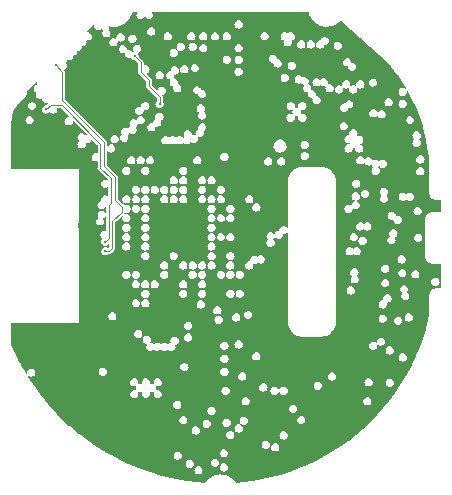
<source format=gbr>
%TF.GenerationSoftware,KiCad,Pcbnew,7.0.1*%
%TF.CreationDate,2023-12-24T21:56:22+00:00*%
%TF.ProjectId,watch_main,77617463-685f-46d6-9169-6e2e6b696361,rev?*%
%TF.SameCoordinates,Original*%
%TF.FileFunction,Copper,L4,Inr*%
%TF.FilePolarity,Positive*%
%FSLAX46Y46*%
G04 Gerber Fmt 4.6, Leading zero omitted, Abs format (unit mm)*
G04 Created by KiCad (PCBNEW 7.0.1) date 2023-12-24 21:56:22*
%MOMM*%
%LPD*%
G01*
G04 APERTURE LIST*
%TA.AperFunction,ComponentPad*%
%ADD10C,0.500000*%
%TD*%
%TA.AperFunction,ViaPad*%
%ADD11C,0.300000*%
%TD*%
%TA.AperFunction,Conductor*%
%ADD12C,0.090000*%
%TD*%
G04 APERTURE END LIST*
D10*
%TO.N,GND*%
%TO.C,U301*%
X142517157Y-85368629D03*
X141668629Y-84520101D03*
X140820101Y-83671573D03*
X139971573Y-82823045D03*
X141574584Y-86311202D03*
X140726056Y-85462674D03*
X139877528Y-84614146D03*
X139029000Y-83765618D03*
X140632011Y-87253776D03*
X139783483Y-86405248D03*
X138934954Y-85556719D03*
X138086426Y-84708191D03*
X139689437Y-88196349D03*
X138840909Y-87347821D03*
X137992381Y-86499293D03*
X137143853Y-85650765D03*
%TD*%
D11*
%TO.N,GND*%
X159310000Y-81510000D03*
X147958000Y-84486000D03*
X138852000Y-108611000D03*
X161900000Y-97500000D03*
X160800000Y-98300000D03*
X156353000Y-89875000D03*
X141600000Y-110800000D03*
X141600000Y-109400000D03*
X142000000Y-112000000D03*
X143000000Y-112000000D03*
X144000000Y-112000000D03*
X146000000Y-115000000D03*
X145000000Y-115000000D03*
X145000000Y-114000000D03*
X144000000Y-114000000D03*
X144000000Y-115000000D03*
X143000000Y-115000000D03*
X142000000Y-115000000D03*
X143000000Y-114000000D03*
X142000000Y-114000000D03*
X145000000Y-113000000D03*
X144000000Y-113000000D03*
X143000000Y-113000000D03*
X142000000Y-113000000D03*
X166100000Y-102350000D03*
X136600000Y-110400000D03*
X135300000Y-108000000D03*
X162600000Y-95600000D03*
X139500000Y-99500000D03*
X164000000Y-102200000D03*
X147500000Y-98300000D03*
X147000000Y-97800000D03*
X139500000Y-98500000D03*
X158600000Y-115200000D03*
X138500000Y-96500000D03*
X137600000Y-106600000D03*
X160900000Y-94700000D03*
X138500000Y-101500000D03*
X147000000Y-97300000D03*
X160200000Y-83000000D03*
X166087500Y-91137500D03*
X137500000Y-91500000D03*
X161700000Y-99400000D03*
X165387500Y-91837500D03*
X152580000Y-105800000D03*
X136900000Y-89000000D03*
X166087500Y-91837500D03*
X139500000Y-102500000D03*
X137500000Y-105500000D03*
X154722000Y-91572000D03*
X165387500Y-91137500D03*
X138500000Y-93500000D03*
X163000000Y-88180000D03*
X150700000Y-110200000D03*
X137100000Y-107100000D03*
X142900000Y-96100000D03*
X166087500Y-90437500D03*
X134300000Y-106900000D03*
X162700000Y-107400000D03*
X154220000Y-95900000D03*
X146500000Y-98300000D03*
X138500000Y-97500000D03*
X138500000Y-92500000D03*
X138900000Y-111100000D03*
X133500000Y-91500000D03*
X145600000Y-80000000D03*
X165300000Y-106400000D03*
X166800000Y-96600000D03*
X136500000Y-106900000D03*
X138500000Y-99500000D03*
X136500000Y-105500000D03*
X136600000Y-88300000D03*
X136500000Y-91500000D03*
X160900000Y-96500000D03*
X146400000Y-109000000D03*
X137000000Y-109800000D03*
X163800000Y-104000000D03*
X139000000Y-103000000D03*
X157700000Y-88500000D03*
X138500000Y-102500000D03*
X138300000Y-108200000D03*
X133400000Y-108100000D03*
X137300000Y-90100000D03*
X133000000Y-86900000D03*
X139000000Y-100000000D03*
X147000000Y-96800000D03*
X158100000Y-81100000D03*
X145500000Y-97300000D03*
X145500000Y-96300000D03*
X139500000Y-97500000D03*
X134500000Y-91500000D03*
X161300000Y-98500000D03*
X134900000Y-90300000D03*
X150100000Y-95300000D03*
X136000000Y-88300000D03*
X146000000Y-97300000D03*
X147700000Y-92900000D03*
X147000000Y-96300000D03*
X155600000Y-116600000D03*
X137500000Y-110400000D03*
X149300000Y-101700000D03*
X156900000Y-115800000D03*
X148100000Y-81200000D03*
X166800000Y-98900000D03*
X137500000Y-113100000D03*
X139200000Y-108100000D03*
X135500000Y-91500000D03*
X139000000Y-101000000D03*
X165300000Y-105400000D03*
X139000000Y-99000000D03*
X138500000Y-113100000D03*
X143100000Y-105300000D03*
X153400000Y-113500000D03*
X154400000Y-112500000D03*
X141300000Y-97700000D03*
X136000000Y-106200000D03*
X135000000Y-106200000D03*
X139500000Y-103500000D03*
X146700000Y-82100000D03*
X138500000Y-112100000D03*
X152600000Y-102900000D03*
X134500000Y-105500000D03*
X133400000Y-90900000D03*
X146500000Y-97300000D03*
X142560528Y-108927380D03*
X135400000Y-88300000D03*
X161222000Y-93671000D03*
X144420000Y-84600000D03*
X138500000Y-104500000D03*
X153900000Y-113000000D03*
X161400000Y-100100000D03*
X167600000Y-102350000D03*
X158880000Y-112820000D03*
X153712000Y-99091000D03*
X152510000Y-99290000D03*
X146000000Y-96800000D03*
X133400000Y-87600000D03*
X145500000Y-96800000D03*
X163175000Y-105775000D03*
X153400000Y-112500000D03*
X165707500Y-89100000D03*
X139000000Y-105000000D03*
X136100000Y-90300000D03*
X146500000Y-96300000D03*
X139300000Y-90300000D03*
X138500000Y-100500000D03*
X138500000Y-94500000D03*
X139000000Y-93000000D03*
X150580000Y-79020000D03*
X139500000Y-101500000D03*
X135600000Y-111400000D03*
X143300000Y-106500000D03*
X139000000Y-94000000D03*
X136900000Y-107800000D03*
X146000000Y-97800000D03*
X142900000Y-102500000D03*
X138900000Y-106400000D03*
X135500000Y-106900000D03*
X155500000Y-109600000D03*
X136000000Y-90900000D03*
X136700000Y-90100000D03*
X136300000Y-88800000D03*
X135700000Y-88800000D03*
X148700000Y-87900000D03*
X147500000Y-97800000D03*
X153000000Y-90800000D03*
X144540000Y-116210000D03*
X139000000Y-95000000D03*
X141300000Y-98500000D03*
X164300000Y-87000000D03*
X156100000Y-114200000D03*
X138500000Y-105500000D03*
X155410000Y-96587000D03*
X139000000Y-102000000D03*
X134500000Y-88900000D03*
X144139411Y-87260589D03*
X138200000Y-110200000D03*
X145500000Y-98300000D03*
X145600000Y-107400000D03*
X135100000Y-88800000D03*
X153200000Y-107300000D03*
X138500000Y-98500000D03*
X150900000Y-96900000D03*
X164110000Y-83800000D03*
X146400000Y-112600000D03*
X134400000Y-109700000D03*
X165707500Y-89737500D03*
X146000000Y-96300000D03*
X132700000Y-88400000D03*
X152610000Y-106800000D03*
X163750000Y-110050000D03*
X156361000Y-110210000D03*
X145400000Y-82400000D03*
X149600000Y-81700000D03*
X155500000Y-115200000D03*
X145500000Y-97800000D03*
X145600000Y-79000000D03*
X139000000Y-98000000D03*
X146500000Y-97800000D03*
X151500000Y-113000000D03*
X134400000Y-90800000D03*
X146500000Y-96800000D03*
X136000000Y-107500000D03*
X146472000Y-106964000D03*
X134800000Y-107500000D03*
X151600000Y-111700000D03*
X136900000Y-108500000D03*
X138000000Y-91000000D03*
X133400000Y-88300000D03*
X139500000Y-104500000D03*
X132900000Y-107500000D03*
X151100000Y-82200000D03*
X142809926Y-116364387D03*
X136500000Y-112100000D03*
X134400000Y-90100000D03*
X139000000Y-96000000D03*
X142900000Y-100100000D03*
X151100000Y-81200000D03*
X135500000Y-105500000D03*
X155100000Y-93300000D03*
X137200000Y-88600000D03*
X135900000Y-108500000D03*
X148000000Y-107400000D03*
X134200000Y-85500000D03*
X137000000Y-106200000D03*
X144500000Y-94500000D03*
X162200000Y-96350000D03*
X142900000Y-92100000D03*
X147000000Y-98300000D03*
X138500000Y-91500000D03*
X133500000Y-105500000D03*
X137000000Y-90900000D03*
X155430000Y-79720000D03*
X134900000Y-110600000D03*
X144200000Y-86300000D03*
X140900000Y-91200000D03*
X138900000Y-107500000D03*
X165387500Y-90437500D03*
X164000000Y-99400000D03*
X147700000Y-93700000D03*
X157300000Y-83100000D03*
X139000000Y-92000000D03*
X154400000Y-113500000D03*
X139000000Y-97000000D03*
X140200000Y-104600000D03*
X165300000Y-105900000D03*
X147700000Y-94500000D03*
X147500000Y-96300000D03*
X139000000Y-104000000D03*
X165600000Y-100200000D03*
X157300000Y-110320000D03*
X150600000Y-83700000D03*
X137900000Y-109700000D03*
X153000000Y-94700000D03*
X135000000Y-90900000D03*
X144400000Y-107400000D03*
X133900000Y-90500000D03*
X149300000Y-114600000D03*
X140100000Y-108000000D03*
X152600000Y-79700000D03*
X137500000Y-112100000D03*
X147500000Y-96800000D03*
X135500000Y-90200000D03*
X159320000Y-87980000D03*
X164700000Y-96800000D03*
X148800000Y-115900000D03*
X138500000Y-103500000D03*
X145000000Y-87000000D03*
X139500000Y-100500000D03*
X138500000Y-114100000D03*
X146100000Y-101700000D03*
X133900000Y-108600000D03*
X144500000Y-100100000D03*
X132800000Y-87700000D03*
X157300000Y-81100000D03*
X138200000Y-106100000D03*
X154795000Y-97965000D03*
X151700000Y-96900000D03*
X164200000Y-108600000D03*
X133800000Y-106300000D03*
X144500000Y-100900000D03*
X146000000Y-98300000D03*
X136500000Y-108100000D03*
X147500000Y-97300000D03*
X136000000Y-109800000D03*
X139500000Y-105500000D03*
X138500000Y-95500000D03*
X134700000Y-88300000D03*
X154150000Y-94700000D03*
X138800000Y-109600000D03*
X152100000Y-104900000D03*
X149300000Y-93700000D03*
%TO.N,/Bluetooth/INT2*%
X136101000Y-83145000D03*
X140300000Y-98900000D03*
%TO.N,/Bluetooth/INT1*%
X140300000Y-98100000D03*
X135300000Y-86900000D03*
%TO.N,/Bluetooth/INT3*%
X144910000Y-86440000D03*
X142800000Y-82400000D03*
%TD*%
D12*
%TO.N,/Bluetooth/INT3*%
X143300000Y-83700000D02*
X143300000Y-82900000D01*
X144910000Y-85810000D02*
X144000000Y-84900000D01*
X144910000Y-86440000D02*
X144910000Y-85810000D01*
X144000000Y-84900000D02*
X144000000Y-84400000D01*
X143300000Y-82900000D02*
X142800000Y-82400000D01*
X144000000Y-84400000D02*
X143300000Y-83700000D01*
%TO.N,/Bluetooth/INT2*%
X140650000Y-98900000D02*
X140300000Y-98900000D01*
X140900000Y-98650000D02*
X140650000Y-98900000D01*
X140900000Y-96375000D02*
X140900000Y-98650000D01*
X141695000Y-95580000D02*
X140900000Y-96375000D01*
X141695000Y-95136385D02*
X141695000Y-95580000D01*
X141150000Y-94591385D02*
X141695000Y-95136385D01*
X141150000Y-92650000D02*
X141150000Y-94591385D01*
X140200000Y-89650000D02*
X140200000Y-91700000D01*
X136650000Y-83723615D02*
X136650000Y-86100000D01*
X136101000Y-83174615D02*
X136650000Y-83723615D01*
X136650000Y-86100000D02*
X140200000Y-89650000D01*
X140200000Y-91700000D02*
X141150000Y-92650000D01*
X136101000Y-83145000D02*
X136101000Y-83174615D01*
%TO.N,/Bluetooth/INT1*%
X135695000Y-86505000D02*
X135300000Y-86900000D01*
X139895000Y-89795000D02*
X136605000Y-86505000D01*
X136605000Y-86505000D02*
X135695000Y-86505000D01*
X139895000Y-91845000D02*
X139895000Y-89795000D01*
X140794479Y-92744479D02*
X139895000Y-91845000D01*
X140650000Y-94950000D02*
X140794479Y-94805521D01*
X140650000Y-97750000D02*
X140650000Y-94950000D01*
X140300000Y-98100000D02*
X140650000Y-97750000D01*
X140794479Y-94805521D02*
X140794479Y-92744479D01*
%TD*%
%TA.AperFunction,Conductor*%
%TO.N,GND*%
G36*
X142989643Y-78660300D02*
G01*
X143004991Y-78685346D01*
X143001157Y-78714469D01*
X142962499Y-78790338D01*
X142945131Y-78900000D01*
X142962499Y-79009661D01*
X143012902Y-79108584D01*
X143091415Y-79187097D01*
X143190338Y-79237500D01*
X143205332Y-79239874D01*
X143300000Y-79254869D01*
X143409661Y-79237500D01*
X143420752Y-79231849D01*
X143508584Y-79187097D01*
X143508584Y-79187096D01*
X143508587Y-79187095D01*
X143587095Y-79108587D01*
X143610795Y-79062071D01*
X143634232Y-79040970D01*
X143665768Y-79040970D01*
X143689204Y-79062071D01*
X143696119Y-79075642D01*
X143712904Y-79108586D01*
X143791415Y-79187097D01*
X143890338Y-79237500D01*
X143905332Y-79239874D01*
X144000000Y-79254869D01*
X144109661Y-79237500D01*
X144120752Y-79231849D01*
X144208584Y-79187097D01*
X144208584Y-79187096D01*
X144208587Y-79187095D01*
X144287095Y-79108587D01*
X144292884Y-79097227D01*
X144337500Y-79009661D01*
X144339046Y-78999898D01*
X144354869Y-78900000D01*
X144337500Y-78790339D01*
X144337500Y-78790338D01*
X144298843Y-78714469D01*
X144295009Y-78685346D01*
X144310357Y-78660300D01*
X144338047Y-78650494D01*
X157493697Y-78650494D01*
X157521641Y-78660507D01*
X157536867Y-78685989D01*
X157552179Y-78763713D01*
X157595162Y-78883745D01*
X157630256Y-78981749D01*
X157739851Y-79185769D01*
X157739853Y-79185772D01*
X157878536Y-79371248D01*
X158043227Y-79534068D01*
X158102166Y-79577094D01*
X158230281Y-79670622D01*
X158365095Y-79741066D01*
X158435540Y-79777876D01*
X158513916Y-79804934D01*
X158654455Y-79853454D01*
X158882166Y-79895676D01*
X159113623Y-79903608D01*
X159343685Y-79877074D01*
X159343687Y-79877073D01*
X159343690Y-79877073D01*
X159567265Y-79816660D01*
X159779385Y-79723709D01*
X159975347Y-79600281D01*
X160150802Y-79449117D01*
X160181945Y-79412905D01*
X160196624Y-79395836D01*
X160215750Y-79382891D01*
X160238799Y-79381417D01*
X160259418Y-79391820D01*
X164330291Y-83055606D01*
X164335049Y-83060618D01*
X164776825Y-83606065D01*
X164778177Y-83607824D01*
X165203109Y-84190213D01*
X165204371Y-84192037D01*
X165599416Y-84795117D01*
X165600585Y-84797003D01*
X165763516Y-85075409D01*
X165768733Y-85106026D01*
X165752429Y-85132462D01*
X165722728Y-85141543D01*
X165694428Y-85128746D01*
X165688584Y-85122902D01*
X165589661Y-85072499D01*
X165480000Y-85055131D01*
X165370338Y-85072499D01*
X165271415Y-85122902D01*
X165192902Y-85201415D01*
X165142499Y-85300338D01*
X165125131Y-85409999D01*
X165142499Y-85519661D01*
X165192902Y-85618584D01*
X165271415Y-85697097D01*
X165370338Y-85747500D01*
X165385332Y-85749874D01*
X165480000Y-85764869D01*
X165589661Y-85747500D01*
X165599535Y-85742469D01*
X165688584Y-85697097D01*
X165688584Y-85697096D01*
X165688587Y-85697095D01*
X165767095Y-85618587D01*
X165768990Y-85614869D01*
X165817500Y-85519661D01*
X165820041Y-85503617D01*
X165834869Y-85410000D01*
X165825223Y-85349105D01*
X165830835Y-85319781D01*
X165853873Y-85300789D01*
X165883729Y-85300875D01*
X165906656Y-85319997D01*
X165914285Y-85333033D01*
X165964731Y-85419232D01*
X165965803Y-85421174D01*
X166298120Y-86060965D01*
X166299093Y-86062959D01*
X166598751Y-86718711D01*
X166599621Y-86720752D01*
X166865826Y-87390732D01*
X166866593Y-87392814D01*
X167098687Y-88075358D01*
X167099349Y-88077475D01*
X167296761Y-88770907D01*
X167297314Y-88773056D01*
X167459512Y-89475516D01*
X167459956Y-89477689D01*
X167586538Y-90187421D01*
X167586873Y-90189615D01*
X167677524Y-90904861D01*
X167677747Y-90907068D01*
X167732227Y-91625945D01*
X167732339Y-91628161D01*
X167750519Y-92349062D01*
X167750533Y-92350199D01*
X167749534Y-93945474D01*
X167749500Y-93945695D01*
X167749500Y-94000001D01*
X167749480Y-94031608D01*
X167749500Y-94031823D01*
X167749500Y-94062026D01*
X167777104Y-94182967D01*
X167830930Y-94294739D01*
X167908274Y-94391725D01*
X168005260Y-94469069D01*
X168005263Y-94469071D01*
X168117031Y-94522895D01*
X168237974Y-94550500D01*
X168237978Y-94550500D01*
X168237987Y-94550502D01*
X168243826Y-94550501D01*
X168243829Y-94550503D01*
X168706536Y-94550499D01*
X168728535Y-94556394D01*
X168744640Y-94572499D01*
X168750535Y-94594499D01*
X168750535Y-95505500D01*
X168737648Y-95536613D01*
X168706535Y-95549500D01*
X168047595Y-95549500D01*
X168000000Y-95549500D01*
X167932340Y-95549500D01*
X167902229Y-95556372D01*
X167800413Y-95579610D01*
X167678491Y-95638325D01*
X167572694Y-95722694D01*
X167488325Y-95828491D01*
X167429610Y-95950413D01*
X167410693Y-96033297D01*
X167399500Y-96082340D01*
X167399500Y-96093827D01*
X167399500Y-99302405D01*
X167399500Y-99350000D01*
X167399500Y-99417660D01*
X167405521Y-99444042D01*
X167429610Y-99549586D01*
X167488325Y-99671508D01*
X167572694Y-99777305D01*
X167678491Y-99861674D01*
X167678492Y-99861674D01*
X167678493Y-99861675D01*
X167800412Y-99920389D01*
X167932340Y-99950500D01*
X167943827Y-99950500D01*
X168000000Y-99950500D01*
X168047595Y-99950500D01*
X168706535Y-99950500D01*
X168737648Y-99963387D01*
X168750535Y-99994500D01*
X168750535Y-102005497D01*
X168737648Y-102036610D01*
X168706535Y-102049497D01*
X168272154Y-102049500D01*
X168237974Y-102049500D01*
X168117032Y-102077104D01*
X168005260Y-102130930D01*
X167908274Y-102208274D01*
X167830930Y-102305260D01*
X167777104Y-102417032D01*
X167749463Y-102538134D01*
X167749500Y-102599786D01*
X167749500Y-102654371D01*
X167749532Y-102654574D01*
X167750510Y-104309384D01*
X167749281Y-104319736D01*
X167567784Y-105071546D01*
X167567281Y-105073444D01*
X167343037Y-105848798D01*
X167342449Y-105850673D01*
X167083821Y-106615242D01*
X167083150Y-106617088D01*
X166790662Y-107369327D01*
X166789910Y-107371142D01*
X166464120Y-108109615D01*
X166463287Y-108111394D01*
X166104865Y-108834577D01*
X166103953Y-108836317D01*
X165713621Y-109542757D01*
X165712633Y-109544455D01*
X165291144Y-110232790D01*
X165290081Y-110234442D01*
X164838289Y-110903276D01*
X164837153Y-110904879D01*
X164355967Y-111552867D01*
X164354761Y-111554418D01*
X163845119Y-112180298D01*
X163843845Y-112181793D01*
X163306787Y-112784285D01*
X163305448Y-112785722D01*
X162742002Y-113363673D01*
X162740606Y-113365041D01*
X162151963Y-113917231D01*
X162150501Y-113918542D01*
X161537766Y-114443933D01*
X161536246Y-114445178D01*
X160900698Y-114942673D01*
X160899125Y-114943849D01*
X160241988Y-115412493D01*
X160240363Y-115413598D01*
X159562967Y-115852439D01*
X159561295Y-115853470D01*
X158864983Y-116261640D01*
X158863267Y-116262595D01*
X158149433Y-116639276D01*
X158147675Y-116640154D01*
X157417750Y-116984591D01*
X157415955Y-116985390D01*
X156671357Y-117296915D01*
X156669529Y-117297632D01*
X155911783Y-117575604D01*
X155909924Y-117576239D01*
X155140536Y-117820108D01*
X155138650Y-117820660D01*
X154359131Y-118029948D01*
X154357223Y-118030415D01*
X153569133Y-118204701D01*
X153567206Y-118205082D01*
X152772140Y-118344014D01*
X152770198Y-118344309D01*
X151969711Y-118447616D01*
X151967757Y-118447824D01*
X151373420Y-118497682D01*
X151350712Y-118493508D01*
X151333248Y-118478414D01*
X151271712Y-118387025D01*
X151113401Y-118214763D01*
X151090103Y-118196040D01*
X150931033Y-118068204D01*
X150728742Y-117950670D01*
X150728741Y-117950669D01*
X150728740Y-117950669D01*
X150511101Y-117864818D01*
X150511097Y-117864817D01*
X150283043Y-117812594D01*
X150049735Y-117795183D01*
X150049734Y-117795183D01*
X149933092Y-117804078D01*
X149816449Y-117812975D01*
X149588476Y-117865569D01*
X149370984Y-117951773D01*
X149168878Y-118069640D01*
X148986747Y-118216497D01*
X148828720Y-118389014D01*
X148767086Y-118480872D01*
X148749676Y-118495981D01*
X148727016Y-118500214D01*
X148082932Y-118448331D01*
X148080975Y-118448129D01*
X147231125Y-118341255D01*
X147229179Y-118340966D01*
X146384942Y-118196205D01*
X146383011Y-118195829D01*
X145546121Y-118013477D01*
X145544208Y-118013016D01*
X144788546Y-117812594D01*
X144716257Y-117793420D01*
X144714371Y-117792875D01*
X143897091Y-117536495D01*
X143895227Y-117535864D01*
X143659046Y-117450000D01*
X147845131Y-117450000D01*
X147862499Y-117559661D01*
X147912902Y-117658584D01*
X147991415Y-117737097D01*
X148090338Y-117787500D01*
X148105332Y-117789874D01*
X148200000Y-117804869D01*
X148309661Y-117787500D01*
X148309661Y-117787499D01*
X148408584Y-117737097D01*
X148408584Y-117737096D01*
X148408587Y-117737095D01*
X148487095Y-117658587D01*
X148537500Y-117559661D01*
X148554869Y-117450000D01*
X148537500Y-117340339D01*
X148537500Y-117340338D01*
X148487097Y-117241415D01*
X148445682Y-117200000D01*
X149995131Y-117200000D01*
X150012499Y-117309661D01*
X150062902Y-117408584D01*
X150141415Y-117487097D01*
X150240338Y-117537500D01*
X150255332Y-117539874D01*
X150350000Y-117554869D01*
X150459661Y-117537500D01*
X150461633Y-117536495D01*
X150558584Y-117487097D01*
X150558584Y-117487096D01*
X150558587Y-117487095D01*
X150637095Y-117408587D01*
X150638773Y-117405295D01*
X150687500Y-117309661D01*
X150696178Y-117254869D01*
X150704869Y-117200000D01*
X150687500Y-117090339D01*
X150687500Y-117090338D01*
X150637097Y-116991415D01*
X150558584Y-116912902D01*
X150459661Y-116862499D01*
X150350000Y-116845131D01*
X150240338Y-116862499D01*
X150141415Y-116912902D01*
X150062902Y-116991415D01*
X150012499Y-117090338D01*
X149995131Y-117200000D01*
X148445682Y-117200000D01*
X148408584Y-117162902D01*
X148309661Y-117112499D01*
X148200000Y-117095131D01*
X148090338Y-117112499D01*
X147991415Y-117162902D01*
X147912902Y-117241415D01*
X147862499Y-117340338D01*
X147845131Y-117450000D01*
X143659046Y-117450000D01*
X143090231Y-117243206D01*
X143088398Y-117242493D01*
X142877283Y-117154869D01*
X142297267Y-116914131D01*
X142295484Y-116913344D01*
X142267000Y-116899999D01*
X147105131Y-116899999D01*
X147122499Y-117009661D01*
X147172902Y-117108584D01*
X147251415Y-117187097D01*
X147350338Y-117237500D01*
X147365332Y-117239874D01*
X147460000Y-117254869D01*
X147569661Y-117237500D01*
X147569661Y-117237499D01*
X147668584Y-117187097D01*
X147668584Y-117187096D01*
X147668587Y-117187095D01*
X147747095Y-117108587D01*
X147753952Y-117095131D01*
X147797500Y-117009661D01*
X147801344Y-116985390D01*
X147814869Y-116900000D01*
X147799030Y-116800000D01*
X149245131Y-116800000D01*
X149262499Y-116909661D01*
X149312902Y-117008584D01*
X149391415Y-117087097D01*
X149490338Y-117137500D01*
X149505332Y-117139874D01*
X149600000Y-117154869D01*
X149709661Y-117137500D01*
X149758729Y-117112499D01*
X149808584Y-117087097D01*
X149808584Y-117087096D01*
X149808587Y-117087095D01*
X149887095Y-117008587D01*
X149898915Y-116985390D01*
X149937500Y-116909661D01*
X149939030Y-116899999D01*
X149954869Y-116800000D01*
X149939874Y-116705332D01*
X149937500Y-116690338D01*
X149887097Y-116591415D01*
X149808584Y-116512902D01*
X149709661Y-116462499D01*
X149600000Y-116445131D01*
X149490338Y-116462499D01*
X149391415Y-116512902D01*
X149312902Y-116591415D01*
X149262499Y-116690338D01*
X149245131Y-116800000D01*
X147799030Y-116800000D01*
X147797500Y-116790339D01*
X147797500Y-116790338D01*
X147747097Y-116691415D01*
X147668584Y-116612902D01*
X147569661Y-116562499D01*
X147460000Y-116545131D01*
X147350338Y-116562499D01*
X147251415Y-116612902D01*
X147172902Y-116691415D01*
X147122499Y-116790338D01*
X147105131Y-116899999D01*
X142267000Y-116899999D01*
X141710500Y-116639276D01*
X141519847Y-116549954D01*
X141518084Y-116549080D01*
X140852211Y-116199999D01*
X146085131Y-116199999D01*
X146102499Y-116309661D01*
X146152902Y-116408584D01*
X146231415Y-116487097D01*
X146330338Y-116537500D01*
X146345332Y-116539874D01*
X146440000Y-116554869D01*
X146549661Y-116537500D01*
X146597938Y-116512902D01*
X146648584Y-116487097D01*
X146648584Y-116487096D01*
X146648587Y-116487095D01*
X146727095Y-116408587D01*
X146763316Y-116337500D01*
X146777500Y-116309661D01*
X146781074Y-116287095D01*
X146794869Y-116200000D01*
X146777500Y-116090339D01*
X146777500Y-116090338D01*
X146731471Y-116000000D01*
X149995131Y-116000000D01*
X150012499Y-116109661D01*
X150062902Y-116208584D01*
X150141415Y-116287097D01*
X150240338Y-116337500D01*
X150255332Y-116339874D01*
X150350000Y-116354869D01*
X150459661Y-116337500D01*
X150459660Y-116337500D01*
X150558584Y-116287097D01*
X150558584Y-116287096D01*
X150558587Y-116287095D01*
X150637095Y-116208587D01*
X150641471Y-116200000D01*
X150687500Y-116109661D01*
X150690560Y-116090339D01*
X150704869Y-116000000D01*
X150687500Y-115890339D01*
X150687500Y-115890338D01*
X150637097Y-115791415D01*
X150558584Y-115712902D01*
X150459661Y-115662499D01*
X150350000Y-115645131D01*
X150240338Y-115662499D01*
X150141415Y-115712902D01*
X150062902Y-115791415D01*
X150012499Y-115890338D01*
X149995131Y-116000000D01*
X146731471Y-116000000D01*
X146727097Y-115991415D01*
X146648584Y-115912902D01*
X146549661Y-115862499D01*
X146440000Y-115845131D01*
X146330338Y-115862499D01*
X146231415Y-115912902D01*
X146152902Y-115991415D01*
X146102499Y-116090338D01*
X146085131Y-116199999D01*
X140852211Y-116199999D01*
X140759430Y-116151359D01*
X140757709Y-116150406D01*
X140017653Y-115719203D01*
X140015975Y-115718175D01*
X139366846Y-115300000D01*
X153545131Y-115300000D01*
X153562499Y-115409661D01*
X153612902Y-115508584D01*
X153691415Y-115587097D01*
X153790338Y-115637500D01*
X153805332Y-115639874D01*
X153900000Y-115654869D01*
X154009661Y-115637500D01*
X154009661Y-115637499D01*
X154108584Y-115587097D01*
X154108584Y-115587096D01*
X154108587Y-115587095D01*
X154187095Y-115508587D01*
X154191471Y-115500000D01*
X154345131Y-115500000D01*
X154362499Y-115609661D01*
X154412902Y-115708584D01*
X154491415Y-115787097D01*
X154590338Y-115837500D01*
X154605332Y-115839874D01*
X154700000Y-115854869D01*
X154809661Y-115837500D01*
X154809661Y-115837499D01*
X154908584Y-115787097D01*
X154908584Y-115787096D01*
X154908587Y-115787095D01*
X154987095Y-115708587D01*
X155004235Y-115674949D01*
X155037500Y-115609661D01*
X155041074Y-115587095D01*
X155054869Y-115500000D01*
X155037500Y-115390339D01*
X155037500Y-115390338D01*
X154987097Y-115291415D01*
X154908584Y-115212902D01*
X154809661Y-115162499D01*
X154700000Y-115145131D01*
X154590338Y-115162499D01*
X154491415Y-115212902D01*
X154412902Y-115291415D01*
X154362499Y-115390338D01*
X154345131Y-115500000D01*
X154191471Y-115500000D01*
X154237500Y-115409661D01*
X154240560Y-115390339D01*
X154254869Y-115300000D01*
X154237500Y-115190339D01*
X154237500Y-115190338D01*
X154187097Y-115091415D01*
X154108584Y-115012902D01*
X154009661Y-114962499D01*
X153900000Y-114945131D01*
X153790338Y-114962499D01*
X153691415Y-115012902D01*
X153612902Y-115091415D01*
X153562499Y-115190338D01*
X153545131Y-115300000D01*
X139366846Y-115300000D01*
X139295891Y-115254290D01*
X139294262Y-115253188D01*
X138595657Y-114757591D01*
X138594078Y-114756417D01*
X138213512Y-114460000D01*
X150545131Y-114460000D01*
X150562499Y-114569661D01*
X150612902Y-114668584D01*
X150691415Y-114747097D01*
X150790338Y-114797500D01*
X150805332Y-114799874D01*
X150900000Y-114814869D01*
X151009661Y-114797500D01*
X151030082Y-114787095D01*
X151108584Y-114747097D01*
X151108584Y-114747096D01*
X151108587Y-114747095D01*
X151187095Y-114668587D01*
X151237500Y-114569661D01*
X151248533Y-114500000D01*
X155045131Y-114500000D01*
X155062499Y-114609661D01*
X155112902Y-114708584D01*
X155191415Y-114787097D01*
X155290338Y-114837500D01*
X155305332Y-114839874D01*
X155400000Y-114854869D01*
X155509661Y-114837500D01*
X155509661Y-114837499D01*
X155608584Y-114787097D01*
X155608584Y-114787096D01*
X155608587Y-114787095D01*
X155687095Y-114708587D01*
X155707478Y-114668584D01*
X155737500Y-114609661D01*
X155737500Y-114609660D01*
X155754869Y-114500000D01*
X155737500Y-114390339D01*
X155737500Y-114390338D01*
X155687097Y-114291415D01*
X155608584Y-114212902D01*
X155509661Y-114162499D01*
X155400000Y-114145131D01*
X155290338Y-114162499D01*
X155191415Y-114212902D01*
X155112902Y-114291415D01*
X155062499Y-114390338D01*
X155045131Y-114500000D01*
X151248533Y-114500000D01*
X151254869Y-114460000D01*
X151237500Y-114350339D01*
X151237500Y-114350338D01*
X151187097Y-114251415D01*
X151108584Y-114172902D01*
X151009661Y-114122499D01*
X150900000Y-114105131D01*
X150790338Y-114122499D01*
X150691415Y-114172902D01*
X150612902Y-114251415D01*
X150562499Y-114350338D01*
X150545131Y-114460000D01*
X138213512Y-114460000D01*
X137950145Y-114254868D01*
X137918322Y-114230081D01*
X137916801Y-114228842D01*
X137839060Y-114162500D01*
X137744308Y-114081641D01*
X147611226Y-114081641D01*
X147628594Y-114191303D01*
X147678997Y-114290226D01*
X147757510Y-114368739D01*
X147856433Y-114419142D01*
X147871427Y-114421516D01*
X147966095Y-114436511D01*
X148075756Y-114419142D01*
X148075755Y-114419142D01*
X148174679Y-114368739D01*
X148174679Y-114368738D01*
X148174682Y-114368737D01*
X148253190Y-114290229D01*
X148271208Y-114254868D01*
X148303595Y-114191303D01*
X148304261Y-114187095D01*
X148320964Y-114081642D01*
X148303595Y-113971981D01*
X148303595Y-113971980D01*
X148266920Y-113900000D01*
X151245131Y-113900000D01*
X151262499Y-114009661D01*
X151312902Y-114108584D01*
X151391415Y-114187097D01*
X151490338Y-114237500D01*
X151505332Y-114239874D01*
X151600000Y-114254869D01*
X151709661Y-114237500D01*
X151725411Y-114229475D01*
X151808584Y-114187097D01*
X151808584Y-114187096D01*
X151808587Y-114187095D01*
X151887095Y-114108587D01*
X151937500Y-114009661D01*
X151954869Y-113900000D01*
X151939874Y-113805332D01*
X151937500Y-113790338D01*
X151887097Y-113691415D01*
X151823632Y-113627950D01*
X151810881Y-113600289D01*
X151815258Y-113584765D01*
X151798526Y-113595946D01*
X151768279Y-113592367D01*
X151753359Y-113584765D01*
X151709661Y-113562500D01*
X151709659Y-113562499D01*
X151709658Y-113562499D01*
X151600000Y-113545131D01*
X151490338Y-113562499D01*
X151391415Y-113612902D01*
X151312902Y-113691415D01*
X151262499Y-113790338D01*
X151245131Y-113900000D01*
X148266920Y-113900000D01*
X148253192Y-113873057D01*
X148174679Y-113794544D01*
X148075756Y-113744141D01*
X147966095Y-113726773D01*
X147856433Y-113744141D01*
X147757510Y-113794544D01*
X147678997Y-113873057D01*
X147628594Y-113971980D01*
X147611226Y-114081641D01*
X137744308Y-114081641D01*
X137317130Y-113717097D01*
X137265236Y-113672812D01*
X137263768Y-113671501D01*
X137179023Y-113592367D01*
X136758834Y-113200000D01*
X146545131Y-113200000D01*
X146562499Y-113309661D01*
X146612902Y-113408584D01*
X146691415Y-113487097D01*
X146790338Y-113537500D01*
X146803983Y-113539661D01*
X146900000Y-113554869D01*
X147009661Y-113537500D01*
X147010456Y-113537095D01*
X147083260Y-113500000D01*
X148545131Y-113500000D01*
X148547505Y-113514993D01*
X148562499Y-113609661D01*
X148612902Y-113708584D01*
X148691415Y-113787097D01*
X148790338Y-113837500D01*
X148805332Y-113839874D01*
X148900000Y-113854869D01*
X149009661Y-113837500D01*
X149093962Y-113794547D01*
X149108584Y-113787097D01*
X149108584Y-113787096D01*
X149108587Y-113787095D01*
X149187095Y-113708587D01*
X149237500Y-113609661D01*
X149254869Y-113500000D01*
X149243782Y-113429999D01*
X150226131Y-113429999D01*
X150243499Y-113539661D01*
X150293902Y-113638584D01*
X150372415Y-113717097D01*
X150471338Y-113767500D01*
X150486332Y-113769874D01*
X150581000Y-113784869D01*
X150690661Y-113767500D01*
X150770593Y-113726773D01*
X150789584Y-113717097D01*
X150789584Y-113717096D01*
X150789587Y-113717095D01*
X150868095Y-113638587D01*
X150882834Y-113609661D01*
X150918500Y-113539661D01*
X150918906Y-113537095D01*
X150935869Y-113430000D01*
X150918500Y-113320339D01*
X150918500Y-113320338D01*
X150882661Y-113249999D01*
X151688131Y-113249999D01*
X151705499Y-113359661D01*
X151755902Y-113458584D01*
X151819367Y-113522049D01*
X151832118Y-113549710D01*
X151827740Y-113565233D01*
X151844473Y-113554053D01*
X151874720Y-113557633D01*
X151933338Y-113587500D01*
X151948332Y-113589874D01*
X152043000Y-113604869D01*
X152152661Y-113587500D01*
X152211279Y-113557633D01*
X152251584Y-113537097D01*
X152251584Y-113537096D01*
X152251587Y-113537095D01*
X152330095Y-113458587D01*
X152344662Y-113429999D01*
X152380500Y-113359661D01*
X152391309Y-113291415D01*
X152397869Y-113250000D01*
X152389950Y-113200000D01*
X156535131Y-113200000D01*
X156552499Y-113309661D01*
X156602902Y-113408584D01*
X156681415Y-113487097D01*
X156780338Y-113537500D01*
X156793983Y-113539661D01*
X156890000Y-113554869D01*
X156999661Y-113537500D01*
X157000456Y-113537095D01*
X157098584Y-113487097D01*
X157098584Y-113487096D01*
X157098587Y-113487095D01*
X157177095Y-113408587D01*
X157186394Y-113390338D01*
X157227500Y-113309661D01*
X157230390Y-113291413D01*
X157244869Y-113200000D01*
X157227500Y-113090339D01*
X157227500Y-113090338D01*
X157177097Y-112991415D01*
X157098584Y-112912902D01*
X156999661Y-112862499D01*
X156890000Y-112845131D01*
X156780338Y-112862499D01*
X156681415Y-112912902D01*
X156602902Y-112991415D01*
X156552499Y-113090338D01*
X156535131Y-113200000D01*
X152389950Y-113200000D01*
X152381259Y-113145131D01*
X152380500Y-113140338D01*
X152330097Y-113041415D01*
X152251584Y-112962902D01*
X152152661Y-112912499D01*
X152043000Y-112895131D01*
X151933338Y-112912499D01*
X151834415Y-112962902D01*
X151755902Y-113041415D01*
X151705499Y-113140338D01*
X151688131Y-113249999D01*
X150882661Y-113249999D01*
X150868097Y-113221415D01*
X150789584Y-113142902D01*
X150690661Y-113092499D01*
X150581000Y-113075131D01*
X150471338Y-113092499D01*
X150372415Y-113142902D01*
X150293902Y-113221415D01*
X150243499Y-113320338D01*
X150226131Y-113429999D01*
X149243782Y-113429999D01*
X149237500Y-113390339D01*
X149237500Y-113390338D01*
X149187097Y-113291415D01*
X149108584Y-113212902D01*
X149009661Y-113162499D01*
X148900000Y-113145131D01*
X148790338Y-113162499D01*
X148691415Y-113212902D01*
X148612902Y-113291415D01*
X148562499Y-113390338D01*
X148545131Y-113499999D01*
X148545131Y-113500000D01*
X147083260Y-113500000D01*
X147108584Y-113487097D01*
X147108584Y-113487096D01*
X147108587Y-113487095D01*
X147187095Y-113408587D01*
X147196394Y-113390338D01*
X147237500Y-113309661D01*
X147240390Y-113291413D01*
X147254869Y-113200000D01*
X147237500Y-113090339D01*
X147237500Y-113090338D01*
X147187097Y-112991415D01*
X147108584Y-112912902D01*
X147009661Y-112862499D01*
X146900000Y-112845131D01*
X146790338Y-112862499D01*
X146691415Y-112912902D01*
X146612902Y-112991415D01*
X146562499Y-113090338D01*
X146545131Y-113200000D01*
X136758834Y-113200000D01*
X136637715Y-113086901D01*
X136636334Y-113085553D01*
X136246153Y-112687097D01*
X136037031Y-112473539D01*
X136035686Y-112472102D01*
X135971136Y-112400000D01*
X148945131Y-112400000D01*
X148962499Y-112509661D01*
X149012902Y-112608584D01*
X149091415Y-112687097D01*
X149190338Y-112737500D01*
X149205332Y-112739874D01*
X149300000Y-112754869D01*
X149409661Y-112737500D01*
X149409661Y-112737499D01*
X149508584Y-112687097D01*
X149508584Y-112687096D01*
X149508587Y-112687095D01*
X149587095Y-112608587D01*
X149588990Y-112604869D01*
X149637500Y-112509661D01*
X149643221Y-112473539D01*
X149654869Y-112400000D01*
X149637500Y-112290339D01*
X149637500Y-112290338D01*
X149616947Y-112250000D01*
X155845131Y-112250000D01*
X155862499Y-112359661D01*
X155912902Y-112458584D01*
X155991415Y-112537097D01*
X156090338Y-112587500D01*
X156105332Y-112589874D01*
X156200000Y-112604869D01*
X156309661Y-112587500D01*
X156309660Y-112587500D01*
X156408584Y-112537097D01*
X156408584Y-112537096D01*
X156408587Y-112537095D01*
X156487095Y-112458587D01*
X156516947Y-112400000D01*
X156537500Y-112359661D01*
X156537500Y-112359660D01*
X156554869Y-112250000D01*
X156537500Y-112140339D01*
X156537500Y-112140338D01*
X156487097Y-112041415D01*
X156408584Y-111962902D01*
X156309661Y-111912499D01*
X156200000Y-111895131D01*
X156090338Y-111912499D01*
X155991415Y-111962902D01*
X155912902Y-112041415D01*
X155862499Y-112140338D01*
X155845131Y-112250000D01*
X149616947Y-112250000D01*
X149587097Y-112191415D01*
X149508584Y-112112902D01*
X149409661Y-112062499D01*
X149300000Y-112045131D01*
X149190338Y-112062499D01*
X149091415Y-112112902D01*
X149012902Y-112191415D01*
X148962499Y-112290338D01*
X148945131Y-112400000D01*
X135971136Y-112400000D01*
X135714113Y-112112905D01*
X135523510Y-111900000D01*
X146045131Y-111900000D01*
X146062499Y-112009661D01*
X146112902Y-112108584D01*
X146191415Y-112187097D01*
X146290338Y-112237500D01*
X146305332Y-112239874D01*
X146400000Y-112254869D01*
X146509661Y-112237500D01*
X146509660Y-112237500D01*
X146608584Y-112187097D01*
X146608584Y-112187096D01*
X146608587Y-112187095D01*
X146687095Y-112108587D01*
X146710578Y-112062500D01*
X146737500Y-112009661D01*
X146737499Y-112009661D01*
X146754869Y-111900000D01*
X146737500Y-111790339D01*
X146737500Y-111790338D01*
X146687097Y-111691415D01*
X146608584Y-111612902D01*
X146583260Y-111599999D01*
X151845131Y-111599999D01*
X151862499Y-111709661D01*
X151912902Y-111808584D01*
X151991415Y-111887097D01*
X152090338Y-111937500D01*
X152105332Y-111939874D01*
X152200000Y-111954869D01*
X152309661Y-111937500D01*
X152358729Y-111912499D01*
X152408584Y-111887097D01*
X152408584Y-111887096D01*
X152408587Y-111887095D01*
X152487095Y-111808587D01*
X152496394Y-111790338D01*
X152537500Y-111709661D01*
X152540390Y-111691413D01*
X152554869Y-111600000D01*
X152554869Y-111599999D01*
X162145131Y-111599999D01*
X162162499Y-111709661D01*
X162212902Y-111808584D01*
X162291415Y-111887097D01*
X162390338Y-111937500D01*
X162405332Y-111939874D01*
X162500000Y-111954869D01*
X162609661Y-111937500D01*
X162658729Y-111912499D01*
X162708584Y-111887097D01*
X162708584Y-111887096D01*
X162708587Y-111887095D01*
X162787095Y-111808587D01*
X162796394Y-111790338D01*
X162837500Y-111709661D01*
X162840390Y-111691413D01*
X162854869Y-111600000D01*
X162837500Y-111490339D01*
X162837500Y-111490338D01*
X162787097Y-111391415D01*
X162708584Y-111312902D01*
X162609661Y-111262499D01*
X162500000Y-111245131D01*
X162390338Y-111262499D01*
X162291415Y-111312902D01*
X162212902Y-111391415D01*
X162162499Y-111490338D01*
X162145131Y-111599999D01*
X152554869Y-111599999D01*
X152537500Y-111490339D01*
X152537500Y-111490338D01*
X152487097Y-111391415D01*
X152408584Y-111312902D01*
X152309661Y-111262499D01*
X152200000Y-111245131D01*
X152090338Y-111262499D01*
X151991415Y-111312902D01*
X151912902Y-111391415D01*
X151862499Y-111490338D01*
X151845131Y-111599999D01*
X146583260Y-111599999D01*
X146509661Y-111562499D01*
X146400000Y-111545131D01*
X146290338Y-111562499D01*
X146191415Y-111612902D01*
X146112902Y-111691415D01*
X146062499Y-111790338D01*
X146045131Y-111900000D01*
X135523510Y-111900000D01*
X135464358Y-111833927D01*
X135463105Y-111832464D01*
X134920846Y-111169350D01*
X134919671Y-111167847D01*
X134794507Y-111000000D01*
X142395131Y-111000000D01*
X142412499Y-111109661D01*
X142462902Y-111208584D01*
X142541415Y-111287097D01*
X142640338Y-111337500D01*
X142655332Y-111339874D01*
X142750000Y-111354869D01*
X142859661Y-111337500D01*
X142907938Y-111312902D01*
X142958584Y-111287097D01*
X142958584Y-111287096D01*
X142958587Y-111287095D01*
X143037095Y-111208587D01*
X143087500Y-111109661D01*
X143104869Y-111000000D01*
X143087500Y-110890339D01*
X143087030Y-110887371D01*
X143091284Y-110860512D01*
X143110512Y-110841284D01*
X143137371Y-110837030D01*
X143140339Y-110837500D01*
X143250000Y-110854869D01*
X143359661Y-110837500D01*
X143359661Y-110837499D01*
X143362628Y-110837030D01*
X143389486Y-110841284D01*
X143408715Y-110860512D01*
X143412969Y-110887371D01*
X143395131Y-110999999D01*
X143412499Y-111109661D01*
X143462902Y-111208584D01*
X143541415Y-111287097D01*
X143640338Y-111337500D01*
X143655332Y-111339874D01*
X143750000Y-111354869D01*
X143859661Y-111337500D01*
X143907938Y-111312902D01*
X143958584Y-111287097D01*
X143958584Y-111287096D01*
X143958587Y-111287095D01*
X144037095Y-111208587D01*
X144087500Y-111109661D01*
X144104869Y-111000000D01*
X144087500Y-110890339D01*
X144087030Y-110887371D01*
X144091284Y-110860512D01*
X144110512Y-110841284D01*
X144137371Y-110837030D01*
X144140339Y-110837500D01*
X144250000Y-110854869D01*
X144359661Y-110837500D01*
X144359661Y-110837499D01*
X144362628Y-110837030D01*
X144389486Y-110841284D01*
X144408715Y-110860512D01*
X144412969Y-110887371D01*
X144395131Y-110999999D01*
X144412499Y-111109661D01*
X144462902Y-111208584D01*
X144541415Y-111287097D01*
X144640338Y-111337500D01*
X144655332Y-111339874D01*
X144750000Y-111354869D01*
X144859661Y-111337500D01*
X144907938Y-111312902D01*
X144958584Y-111287097D01*
X144958584Y-111287096D01*
X144958587Y-111287095D01*
X145037095Y-111208587D01*
X145087500Y-111109661D01*
X145104869Y-111000000D01*
X145087500Y-110890339D01*
X145087500Y-110890338D01*
X145037097Y-110791415D01*
X144958584Y-110712902D01*
X144933262Y-110700000D01*
X150145131Y-110700000D01*
X150162499Y-110809661D01*
X150212902Y-110908584D01*
X150291415Y-110987097D01*
X150390338Y-111037500D01*
X150397631Y-111038655D01*
X150500000Y-111054869D01*
X150609661Y-111037500D01*
X150609660Y-111037500D01*
X150708584Y-110987097D01*
X150708584Y-110987096D01*
X150708587Y-110987095D01*
X150787095Y-110908587D01*
X150788985Y-110904879D01*
X150837500Y-110809661D01*
X150837499Y-110809661D01*
X150854869Y-110700000D01*
X150837500Y-110590339D01*
X150837500Y-110590338D01*
X150787097Y-110491415D01*
X150733681Y-110437999D01*
X153337131Y-110437999D01*
X153354499Y-110547661D01*
X153404902Y-110646584D01*
X153483415Y-110725097D01*
X153582338Y-110775500D01*
X153597332Y-110777874D01*
X153692000Y-110792869D01*
X153801661Y-110775500D01*
X153801660Y-110775500D01*
X153900584Y-110725097D01*
X153900584Y-110725096D01*
X153900587Y-110725095D01*
X153925683Y-110699999D01*
X154295131Y-110699999D01*
X154312499Y-110809661D01*
X154362902Y-110908584D01*
X154441415Y-110987097D01*
X154540338Y-111037500D01*
X154547631Y-111038655D01*
X154650000Y-111054869D01*
X154759661Y-111037500D01*
X154759660Y-111037500D01*
X154858584Y-110987097D01*
X154858584Y-110987096D01*
X154858587Y-110987095D01*
X154937095Y-110908587D01*
X154938985Y-110904879D01*
X154985796Y-110813006D01*
X155009232Y-110791904D01*
X155040768Y-110791904D01*
X155064204Y-110813006D01*
X155112902Y-110908584D01*
X155191415Y-110987097D01*
X155290338Y-111037500D01*
X155297631Y-111038655D01*
X155400000Y-111054869D01*
X155509661Y-111037500D01*
X155509660Y-111037500D01*
X155608584Y-110987097D01*
X155608584Y-110987096D01*
X155608587Y-110987095D01*
X155687095Y-110908587D01*
X155688985Y-110904879D01*
X155737500Y-110809661D01*
X155737499Y-110809661D01*
X155754869Y-110700000D01*
X155737500Y-110590339D01*
X155737500Y-110590338D01*
X155687097Y-110491415D01*
X155608584Y-110412902D01*
X155509661Y-110362499D01*
X155400000Y-110345131D01*
X155290338Y-110362499D01*
X155191415Y-110412902D01*
X155112902Y-110491415D01*
X155064204Y-110586993D01*
X155040768Y-110608096D01*
X155009232Y-110608096D01*
X154985796Y-110586993D01*
X154937097Y-110491415D01*
X154858584Y-110412902D01*
X154759661Y-110362499D01*
X154650000Y-110345131D01*
X154540338Y-110362499D01*
X154441415Y-110412902D01*
X154362902Y-110491415D01*
X154312499Y-110590338D01*
X154295131Y-110699999D01*
X153925683Y-110699999D01*
X153979095Y-110646587D01*
X153979971Y-110644869D01*
X154029500Y-110547661D01*
X154029500Y-110547660D01*
X154046869Y-110438000D01*
X154029500Y-110328339D01*
X154029500Y-110328338D01*
X154009966Y-110289999D01*
X157945131Y-110289999D01*
X157962499Y-110399661D01*
X158012902Y-110498584D01*
X158091415Y-110577097D01*
X158190338Y-110627500D01*
X158205332Y-110629874D01*
X158300000Y-110644869D01*
X158409661Y-110627500D01*
X158438849Y-110612628D01*
X158508584Y-110577097D01*
X158508584Y-110577096D01*
X158508587Y-110577095D01*
X158587095Y-110498587D01*
X158590750Y-110491415D01*
X158637500Y-110399661D01*
X158639426Y-110387500D01*
X158654869Y-110290000D01*
X158637500Y-110180339D01*
X158637500Y-110180338D01*
X158587097Y-110081415D01*
X158508584Y-110002902D01*
X158502888Y-110000000D01*
X162245131Y-110000000D01*
X162262499Y-110109661D01*
X162312902Y-110208584D01*
X162391415Y-110287097D01*
X162490338Y-110337500D01*
X162505332Y-110339874D01*
X162600000Y-110354869D01*
X162709661Y-110337500D01*
X162727643Y-110328338D01*
X162808584Y-110287097D01*
X162808584Y-110287096D01*
X162808587Y-110287095D01*
X162887095Y-110208587D01*
X162887773Y-110207258D01*
X162937500Y-110109661D01*
X162941974Y-110081413D01*
X162946950Y-110050000D01*
X164045131Y-110050000D01*
X164062499Y-110159661D01*
X164112902Y-110258584D01*
X164191415Y-110337097D01*
X164290338Y-110387500D01*
X164305332Y-110389874D01*
X164400000Y-110404869D01*
X164509661Y-110387500D01*
X164558729Y-110362499D01*
X164608584Y-110337097D01*
X164608584Y-110337096D01*
X164608587Y-110337095D01*
X164687095Y-110258587D01*
X164699398Y-110234442D01*
X164737500Y-110159661D01*
X164746870Y-110100500D01*
X164754869Y-110050000D01*
X164737500Y-109940339D01*
X164737500Y-109940338D01*
X164687097Y-109841415D01*
X164608584Y-109762902D01*
X164509661Y-109712499D01*
X164400000Y-109695131D01*
X164290338Y-109712499D01*
X164191415Y-109762902D01*
X164112902Y-109841415D01*
X164062499Y-109940338D01*
X164045131Y-110050000D01*
X162946950Y-110050000D01*
X162954869Y-110000000D01*
X162937500Y-109890339D01*
X162937500Y-109890338D01*
X162887097Y-109791415D01*
X162808584Y-109712902D01*
X162709661Y-109662499D01*
X162600000Y-109645131D01*
X162490338Y-109662499D01*
X162391415Y-109712902D01*
X162312902Y-109791415D01*
X162262499Y-109890338D01*
X162245131Y-110000000D01*
X158502888Y-110000000D01*
X158409661Y-109952499D01*
X158300000Y-109935131D01*
X158190338Y-109952499D01*
X158091415Y-110002902D01*
X158012902Y-110081415D01*
X157962499Y-110180338D01*
X157945131Y-110289999D01*
X154009966Y-110289999D01*
X153979097Y-110229415D01*
X153900584Y-110150902D01*
X153801661Y-110100499D01*
X153692000Y-110083131D01*
X153582338Y-110100499D01*
X153483415Y-110150902D01*
X153404902Y-110229415D01*
X153354499Y-110328338D01*
X153337131Y-110437999D01*
X150733681Y-110437999D01*
X150708584Y-110412902D01*
X150609661Y-110362499D01*
X150500000Y-110345131D01*
X150390338Y-110362499D01*
X150291415Y-110412902D01*
X150212902Y-110491415D01*
X150162499Y-110590338D01*
X150145131Y-110700000D01*
X144933262Y-110700000D01*
X144859661Y-110662499D01*
X144764993Y-110647505D01*
X144750000Y-110645131D01*
X144749999Y-110645131D01*
X144637371Y-110662969D01*
X144610512Y-110658715D01*
X144591284Y-110639486D01*
X144587030Y-110612628D01*
X144590560Y-110590339D01*
X144604869Y-110500000D01*
X144587500Y-110390339D01*
X144587030Y-110387371D01*
X144591284Y-110360512D01*
X144610512Y-110341284D01*
X144637371Y-110337030D01*
X144640339Y-110337500D01*
X144750000Y-110354869D01*
X144859661Y-110337500D01*
X144877643Y-110328338D01*
X144958584Y-110287097D01*
X144958584Y-110287096D01*
X144958587Y-110287095D01*
X145037095Y-110208587D01*
X145037773Y-110207258D01*
X145087500Y-110109661D01*
X145091974Y-110081413D01*
X145104869Y-110000000D01*
X145087500Y-109890339D01*
X145087500Y-109890338D01*
X145037097Y-109791415D01*
X144958584Y-109712902D01*
X144859661Y-109662499D01*
X144750000Y-109645131D01*
X144640338Y-109662499D01*
X144541415Y-109712902D01*
X144462902Y-109791415D01*
X144412499Y-109890338D01*
X144395131Y-110000000D01*
X144412969Y-110112628D01*
X144408715Y-110139487D01*
X144389487Y-110158715D01*
X144362628Y-110162969D01*
X144266276Y-110147708D01*
X144250000Y-110145131D01*
X144249999Y-110145131D01*
X144137371Y-110162969D01*
X144110512Y-110158715D01*
X144091284Y-110139486D01*
X144087030Y-110112628D01*
X144091702Y-110083131D01*
X144104869Y-110000000D01*
X144087500Y-109890339D01*
X144087500Y-109890338D01*
X144037097Y-109791415D01*
X143958584Y-109712902D01*
X143859661Y-109662499D01*
X143750000Y-109645131D01*
X143640338Y-109662499D01*
X143541415Y-109712902D01*
X143462902Y-109791415D01*
X143412499Y-109890338D01*
X143395131Y-110000000D01*
X143412969Y-110112628D01*
X143408715Y-110139487D01*
X143389487Y-110158715D01*
X143362628Y-110162969D01*
X143266276Y-110147708D01*
X143250000Y-110145131D01*
X143249999Y-110145131D01*
X143137371Y-110162969D01*
X143110512Y-110158715D01*
X143091284Y-110139486D01*
X143087030Y-110112628D01*
X143091702Y-110083131D01*
X143104869Y-110000000D01*
X143087500Y-109890339D01*
X143087500Y-109890338D01*
X143037097Y-109791415D01*
X142958584Y-109712902D01*
X142859661Y-109662499D01*
X142750000Y-109645131D01*
X142640338Y-109662499D01*
X142541415Y-109712902D01*
X142462902Y-109791415D01*
X142412499Y-109890338D01*
X142395131Y-110000000D01*
X142412499Y-110109661D01*
X142462902Y-110208584D01*
X142541415Y-110287097D01*
X142640338Y-110337500D01*
X142657706Y-110340250D01*
X142750000Y-110354869D01*
X142859661Y-110337500D01*
X142859661Y-110337499D01*
X142862628Y-110337030D01*
X142889486Y-110341284D01*
X142908715Y-110360512D01*
X142912969Y-110387371D01*
X142895131Y-110499999D01*
X142912969Y-110612628D01*
X142908715Y-110639487D01*
X142889487Y-110658715D01*
X142862628Y-110662969D01*
X142750000Y-110645131D01*
X142640338Y-110662499D01*
X142541415Y-110712902D01*
X142462902Y-110791415D01*
X142412499Y-110890338D01*
X142395131Y-111000000D01*
X134794507Y-111000000D01*
X134407592Y-110481143D01*
X134406461Y-110479552D01*
X133925622Y-109770687D01*
X133924564Y-109769049D01*
X133920784Y-109762902D01*
X133773295Y-109523047D01*
X133766984Y-109495739D01*
X133778444Y-109470159D01*
X133803025Y-109456689D01*
X133830752Y-109460797D01*
X133926338Y-109509500D01*
X133941332Y-109511874D01*
X134036000Y-109526869D01*
X134145661Y-109509500D01*
X134164306Y-109500000D01*
X151545131Y-109500000D01*
X151562499Y-109609661D01*
X151612902Y-109708584D01*
X151691415Y-109787097D01*
X151790338Y-109837500D01*
X151805332Y-109839874D01*
X151900000Y-109854869D01*
X152009661Y-109837500D01*
X152009660Y-109837500D01*
X152108584Y-109787097D01*
X152108584Y-109787096D01*
X152108587Y-109787095D01*
X152187095Y-109708587D01*
X152193952Y-109695131D01*
X152237500Y-109609661D01*
X152237499Y-109609661D01*
X152254869Y-109500000D01*
X159145131Y-109500000D01*
X159162499Y-109609661D01*
X159212902Y-109708584D01*
X159291415Y-109787097D01*
X159390338Y-109837500D01*
X159405332Y-109839874D01*
X159500000Y-109854869D01*
X159609661Y-109837500D01*
X159609660Y-109837500D01*
X159708584Y-109787097D01*
X159708584Y-109787096D01*
X159708587Y-109787095D01*
X159787095Y-109708587D01*
X159793952Y-109695131D01*
X159837500Y-109609661D01*
X159837499Y-109609661D01*
X159854869Y-109500000D01*
X159837500Y-109390339D01*
X159837500Y-109390338D01*
X159787097Y-109291415D01*
X159708584Y-109212902D01*
X159609661Y-109162499D01*
X159500000Y-109145131D01*
X159390338Y-109162499D01*
X159291415Y-109212902D01*
X159212902Y-109291415D01*
X159162499Y-109390338D01*
X159145131Y-109500000D01*
X152254869Y-109500000D01*
X152237500Y-109390339D01*
X152237500Y-109390338D01*
X152187097Y-109291415D01*
X152108584Y-109212902D01*
X152009661Y-109162499D01*
X151900000Y-109145131D01*
X151790338Y-109162499D01*
X151691415Y-109212902D01*
X151612902Y-109291415D01*
X151562499Y-109390338D01*
X151545131Y-109500000D01*
X134164306Y-109500000D01*
X134172669Y-109495739D01*
X134244584Y-109459097D01*
X134244584Y-109459096D01*
X134244587Y-109459095D01*
X134323095Y-109380587D01*
X134373500Y-109281661D01*
X134390869Y-109172000D01*
X134379465Y-109100000D01*
X139745131Y-109100000D01*
X139762499Y-109209661D01*
X139812902Y-109308584D01*
X139891415Y-109387097D01*
X139990338Y-109437500D01*
X140005332Y-109439874D01*
X140100000Y-109454869D01*
X140209661Y-109437500D01*
X140209661Y-109437499D01*
X140308584Y-109387097D01*
X140308584Y-109387096D01*
X140308587Y-109387095D01*
X140387095Y-109308587D01*
X140400815Y-109281661D01*
X140437500Y-109209661D01*
X140443465Y-109171999D01*
X140454869Y-109100000D01*
X150045131Y-109100000D01*
X150062499Y-109209661D01*
X150112902Y-109308584D01*
X150191415Y-109387097D01*
X150290338Y-109437500D01*
X150305332Y-109439874D01*
X150400000Y-109454869D01*
X150509661Y-109437500D01*
X150509661Y-109437499D01*
X150608584Y-109387097D01*
X150608584Y-109387096D01*
X150608587Y-109387095D01*
X150687095Y-109308587D01*
X150700815Y-109281661D01*
X150737500Y-109209661D01*
X150743465Y-109171999D01*
X150754869Y-109100000D01*
X150737500Y-108990339D01*
X150737500Y-108990338D01*
X150687097Y-108891415D01*
X150608584Y-108812902D01*
X150509661Y-108762499D01*
X150400000Y-108745131D01*
X150290338Y-108762499D01*
X150191415Y-108812902D01*
X150112902Y-108891415D01*
X150062499Y-108990338D01*
X150045131Y-109100000D01*
X140454869Y-109100000D01*
X140437500Y-108990339D01*
X140437500Y-108990338D01*
X140387097Y-108891415D01*
X140308584Y-108812902D01*
X140209661Y-108762499D01*
X140100000Y-108745131D01*
X139990338Y-108762499D01*
X139891415Y-108812902D01*
X139812902Y-108891415D01*
X139762499Y-108990338D01*
X139745131Y-109100000D01*
X134379465Y-109100000D01*
X134373500Y-109062339D01*
X134373500Y-109062338D01*
X134323097Y-108963415D01*
X134244584Y-108884902D01*
X134145661Y-108834499D01*
X134036000Y-108817131D01*
X133926338Y-108834499D01*
X133827415Y-108884902D01*
X133748902Y-108963415D01*
X133698499Y-109062338D01*
X133681131Y-109172000D01*
X133689580Y-109225346D01*
X133684091Y-109254464D01*
X133661383Y-109273498D01*
X133631754Y-109273817D01*
X133608641Y-109255276D01*
X133475906Y-109039415D01*
X133474913Y-109037717D01*
X133474793Y-109037500D01*
X133287517Y-108699999D01*
X146645131Y-108699999D01*
X146662499Y-108809661D01*
X146712902Y-108908584D01*
X146791415Y-108987097D01*
X146890338Y-109037500D01*
X146905332Y-109039874D01*
X147000000Y-109054869D01*
X147109661Y-109037500D01*
X147109661Y-109037499D01*
X147208584Y-108987097D01*
X147208584Y-108987096D01*
X147208587Y-108987095D01*
X147287095Y-108908587D01*
X147299202Y-108884827D01*
X147337500Y-108809661D01*
X147337499Y-108809661D01*
X147354869Y-108700000D01*
X147337500Y-108590339D01*
X147337500Y-108590338D01*
X147287097Y-108491415D01*
X147208584Y-108412902D01*
X147109661Y-108362499D01*
X147000000Y-108345131D01*
X146890338Y-108362499D01*
X146791415Y-108412902D01*
X146712902Y-108491415D01*
X146662499Y-108590338D01*
X146645131Y-108699999D01*
X133287517Y-108699999D01*
X133059301Y-108288717D01*
X133058393Y-108286990D01*
X133042403Y-108254868D01*
X132915535Y-107999999D01*
X150045131Y-107999999D01*
X150062499Y-108109661D01*
X150112902Y-108208584D01*
X150191415Y-108287097D01*
X150290338Y-108337500D01*
X150305332Y-108339874D01*
X150400000Y-108354869D01*
X150509661Y-108337500D01*
X150509661Y-108337499D01*
X150608584Y-108287097D01*
X150608584Y-108287096D01*
X150608587Y-108287095D01*
X150687095Y-108208587D01*
X150723316Y-108137500D01*
X150737500Y-108109661D01*
X150741074Y-108087095D01*
X150754869Y-108000000D01*
X150737500Y-107890339D01*
X150737500Y-107890338D01*
X150691471Y-107800000D01*
X152745131Y-107800000D01*
X152762499Y-107909661D01*
X152812902Y-108008584D01*
X152891415Y-108087097D01*
X152990338Y-108137500D01*
X153005332Y-108139874D01*
X153100000Y-108154869D01*
X153209661Y-108137500D01*
X153224724Y-108129825D01*
X153308584Y-108087097D01*
X153308584Y-108087096D01*
X153308587Y-108087095D01*
X153387095Y-108008587D01*
X153391471Y-108000000D01*
X153437500Y-107909661D01*
X153439030Y-107900000D01*
X165145131Y-107900000D01*
X165162499Y-108009661D01*
X165212902Y-108108584D01*
X165291415Y-108187097D01*
X165390338Y-108237500D01*
X165405332Y-108239874D01*
X165500000Y-108254869D01*
X165609661Y-108237500D01*
X165609661Y-108237499D01*
X165708584Y-108187097D01*
X165708584Y-108187096D01*
X165708587Y-108187095D01*
X165787095Y-108108587D01*
X165837500Y-108009661D01*
X165854869Y-107900000D01*
X165839030Y-107800000D01*
X165837500Y-107790338D01*
X165787097Y-107691415D01*
X165708584Y-107612902D01*
X165609661Y-107562499D01*
X165500000Y-107545131D01*
X165390338Y-107562499D01*
X165291415Y-107612902D01*
X165212902Y-107691415D01*
X165162499Y-107790338D01*
X165145131Y-107900000D01*
X153439030Y-107900000D01*
X153440560Y-107890339D01*
X153454869Y-107800000D01*
X153439874Y-107705332D01*
X153437500Y-107690338D01*
X153387097Y-107591415D01*
X153308584Y-107512902D01*
X153209661Y-107462499D01*
X153100000Y-107445131D01*
X152990338Y-107462499D01*
X152891415Y-107512902D01*
X152812902Y-107591415D01*
X152762499Y-107690338D01*
X152745131Y-107800000D01*
X150691471Y-107800000D01*
X150687097Y-107791415D01*
X150608584Y-107712902D01*
X150509661Y-107662499D01*
X150400000Y-107645131D01*
X150290338Y-107662499D01*
X150191415Y-107712902D01*
X150112902Y-107791415D01*
X150062499Y-107890338D01*
X150045131Y-107999999D01*
X132915535Y-107999999D01*
X132860948Y-107890338D01*
X132676696Y-107520190D01*
X132675859Y-107518410D01*
X132360073Y-106805835D01*
X132355307Y-106795081D01*
X132351535Y-106777255D01*
X132351535Y-106400000D01*
X143470131Y-106400000D01*
X143487499Y-106509661D01*
X143537902Y-106608584D01*
X143616415Y-106687097D01*
X143715338Y-106737500D01*
X143739796Y-106741373D01*
X143771222Y-106746351D01*
X143795452Y-106758696D01*
X143807797Y-106782925D01*
X143803544Y-106809784D01*
X143762499Y-106890341D01*
X143745131Y-106999999D01*
X143762499Y-107109661D01*
X143812902Y-107208584D01*
X143891415Y-107287097D01*
X143990338Y-107337500D01*
X144005332Y-107339874D01*
X144100000Y-107354869D01*
X144209661Y-107337500D01*
X144209661Y-107337499D01*
X144308584Y-107287097D01*
X144308584Y-107287096D01*
X144308587Y-107287095D01*
X144368887Y-107226794D01*
X144400000Y-107213908D01*
X144431113Y-107226795D01*
X144491415Y-107287097D01*
X144590338Y-107337500D01*
X144605332Y-107339874D01*
X144700000Y-107354869D01*
X144809661Y-107337500D01*
X144809661Y-107337499D01*
X144908584Y-107287097D01*
X144908584Y-107287096D01*
X144908587Y-107287095D01*
X144968887Y-107226794D01*
X145000000Y-107213908D01*
X145031113Y-107226795D01*
X145091415Y-107287097D01*
X145190338Y-107337500D01*
X145205332Y-107339874D01*
X145300000Y-107354869D01*
X145409661Y-107337500D01*
X145409661Y-107337499D01*
X145508584Y-107287097D01*
X145508584Y-107287096D01*
X145508587Y-107287095D01*
X145568887Y-107226794D01*
X145600000Y-107213908D01*
X145631113Y-107226795D01*
X145691415Y-107287097D01*
X145790338Y-107337500D01*
X145805332Y-107339874D01*
X145900000Y-107354869D01*
X146009661Y-107337500D01*
X146009661Y-107337499D01*
X146083260Y-107300000D01*
X164045131Y-107300000D01*
X164062499Y-107409661D01*
X164112902Y-107508584D01*
X164191415Y-107587097D01*
X164290338Y-107637500D01*
X164305332Y-107639874D01*
X164400000Y-107654869D01*
X164509661Y-107637500D01*
X164557938Y-107612902D01*
X164608584Y-107587097D01*
X164608584Y-107587096D01*
X164608587Y-107587095D01*
X164687095Y-107508587D01*
X164710578Y-107462500D01*
X164737500Y-107409661D01*
X164743888Y-107369327D01*
X164754869Y-107300000D01*
X164737500Y-107190339D01*
X164737500Y-107190338D01*
X164687097Y-107091415D01*
X164608584Y-107012902D01*
X164509661Y-106962499D01*
X164400000Y-106945131D01*
X164290338Y-106962499D01*
X164191415Y-107012902D01*
X164112902Y-107091415D01*
X164062499Y-107190338D01*
X164045131Y-107300000D01*
X146083260Y-107300000D01*
X146108584Y-107287097D01*
X146108584Y-107287096D01*
X146108587Y-107287095D01*
X146187095Y-107208587D01*
X146196394Y-107190338D01*
X146237500Y-107109661D01*
X146241074Y-107087095D01*
X146254869Y-107000000D01*
X146239030Y-106900000D01*
X150045131Y-106900000D01*
X150062499Y-107009661D01*
X150112902Y-107108584D01*
X150191415Y-107187097D01*
X150290338Y-107237500D01*
X150305332Y-107239874D01*
X150400000Y-107254869D01*
X150509661Y-107237500D01*
X150555131Y-107214332D01*
X150608584Y-107187097D01*
X150608584Y-107187096D01*
X150608587Y-107187095D01*
X150687095Y-107108587D01*
X150737500Y-107009661D01*
X150754869Y-106900000D01*
X150739030Y-106800000D01*
X151235131Y-106800000D01*
X151252499Y-106909661D01*
X151302902Y-107008584D01*
X151381415Y-107087097D01*
X151480338Y-107137500D01*
X151495332Y-107139874D01*
X151590000Y-107154869D01*
X151699661Y-107137500D01*
X151699661Y-107137499D01*
X151798584Y-107087097D01*
X151798584Y-107087096D01*
X151798587Y-107087095D01*
X151877095Y-107008587D01*
X151881471Y-107000000D01*
X151927500Y-106909661D01*
X151929030Y-106900000D01*
X162645131Y-106900000D01*
X162662499Y-107009661D01*
X162712902Y-107108584D01*
X162791415Y-107187097D01*
X162890338Y-107237500D01*
X162905332Y-107239874D01*
X163000000Y-107254869D01*
X163109661Y-107237500D01*
X163155131Y-107214332D01*
X163208584Y-107187097D01*
X163208584Y-107187096D01*
X163208587Y-107187095D01*
X163287095Y-107108587D01*
X163337500Y-107009661D01*
X163354869Y-106900000D01*
X163347927Y-106856173D01*
X163352180Y-106829318D01*
X163371409Y-106810089D01*
X163398268Y-106805835D01*
X163422498Y-106818180D01*
X163441415Y-106837097D01*
X163540338Y-106887500D01*
X163554923Y-106889810D01*
X163650000Y-106904869D01*
X163759661Y-106887500D01*
X163778624Y-106877838D01*
X163858584Y-106837097D01*
X163858584Y-106837096D01*
X163858587Y-106837095D01*
X163937095Y-106758587D01*
X163938990Y-106754869D01*
X163987500Y-106659661D01*
X163989073Y-106649732D01*
X164004869Y-106550000D01*
X163987500Y-106440339D01*
X163987500Y-106440338D01*
X163937097Y-106341415D01*
X163858584Y-106262902D01*
X163759661Y-106212499D01*
X163650000Y-106195131D01*
X163540338Y-106212499D01*
X163441415Y-106262902D01*
X163362902Y-106341415D01*
X163312499Y-106440338D01*
X163295131Y-106550000D01*
X163302072Y-106593823D01*
X163297818Y-106620682D01*
X163278590Y-106639910D01*
X163251731Y-106644164D01*
X163227501Y-106631819D01*
X163208584Y-106612902D01*
X163109661Y-106562499D01*
X163000000Y-106545131D01*
X162890338Y-106562499D01*
X162791415Y-106612902D01*
X162712902Y-106691415D01*
X162662499Y-106790338D01*
X162645131Y-106900000D01*
X151929030Y-106900000D01*
X151932540Y-106877838D01*
X151944869Y-106800000D01*
X151929874Y-106705332D01*
X151927500Y-106690338D01*
X151877097Y-106591415D01*
X151798584Y-106512902D01*
X151699661Y-106462499D01*
X151590000Y-106445131D01*
X151480338Y-106462499D01*
X151381415Y-106512902D01*
X151302902Y-106591415D01*
X151252499Y-106690338D01*
X151235131Y-106800000D01*
X150739030Y-106800000D01*
X150737500Y-106790339D01*
X150737500Y-106790338D01*
X150687097Y-106691415D01*
X150608584Y-106612902D01*
X150509661Y-106562499D01*
X150400000Y-106545131D01*
X150290338Y-106562499D01*
X150191415Y-106612902D01*
X150112902Y-106691415D01*
X150062499Y-106790338D01*
X150045131Y-106900000D01*
X146239030Y-106900000D01*
X146237500Y-106890339D01*
X146231815Y-106879183D01*
X146227562Y-106852325D01*
X146239908Y-106828095D01*
X146264136Y-106815750D01*
X146284661Y-106812500D01*
X146353834Y-106777255D01*
X146383584Y-106762097D01*
X146383584Y-106762096D01*
X146383587Y-106762095D01*
X146462095Y-106683587D01*
X146472840Y-106662500D01*
X146512500Y-106584661D01*
X146516010Y-106562499D01*
X146529869Y-106475000D01*
X146512500Y-106365339D01*
X146512500Y-106365338D01*
X146462097Y-106266415D01*
X146395682Y-106200000D01*
X146965131Y-106200000D01*
X146982499Y-106309661D01*
X147032902Y-106408584D01*
X147111415Y-106487097D01*
X147210338Y-106537500D01*
X147225332Y-106539874D01*
X147320000Y-106554869D01*
X147429661Y-106537500D01*
X147477938Y-106512902D01*
X147528584Y-106487097D01*
X147528584Y-106487096D01*
X147528587Y-106487095D01*
X147607095Y-106408587D01*
X147611471Y-106400000D01*
X147657500Y-106309661D01*
X147660560Y-106290339D01*
X147674869Y-106200000D01*
X147657500Y-106090339D01*
X147657500Y-106090338D01*
X147607097Y-105991415D01*
X147528584Y-105912902D01*
X147429661Y-105862499D01*
X147320000Y-105845131D01*
X147210338Y-105862499D01*
X147111415Y-105912902D01*
X147032902Y-105991415D01*
X146982499Y-106090338D01*
X146965131Y-106200000D01*
X146395682Y-106200000D01*
X146383584Y-106187902D01*
X146284661Y-106137499D01*
X146175000Y-106120131D01*
X146065338Y-106137499D01*
X145966415Y-106187902D01*
X145887902Y-106266415D01*
X145837499Y-106365338D01*
X145820131Y-106475000D01*
X145837499Y-106584659D01*
X145837499Y-106584660D01*
X145837500Y-106584661D01*
X145840329Y-106590214D01*
X145843184Y-106595816D01*
X145847437Y-106622674D01*
X145835092Y-106646904D01*
X145810863Y-106659249D01*
X145790338Y-106662500D01*
X145691415Y-106712902D01*
X145631113Y-106773205D01*
X145600000Y-106786092D01*
X145568887Y-106773205D01*
X145508584Y-106712902D01*
X145409661Y-106662499D01*
X145300000Y-106645131D01*
X145190338Y-106662499D01*
X145091415Y-106712902D01*
X145031113Y-106773205D01*
X145000000Y-106786092D01*
X144968887Y-106773205D01*
X144908584Y-106712902D01*
X144809661Y-106662499D01*
X144700000Y-106645131D01*
X144590338Y-106662499D01*
X144491415Y-106712902D01*
X144431113Y-106773205D01*
X144400000Y-106786092D01*
X144368887Y-106773205D01*
X144308584Y-106712902D01*
X144209661Y-106662499D01*
X144153776Y-106653648D01*
X144129546Y-106641302D01*
X144117201Y-106617073D01*
X144121454Y-106590218D01*
X144162500Y-106509661D01*
X144179869Y-106400000D01*
X144162500Y-106290339D01*
X144162500Y-106290338D01*
X144112097Y-106191415D01*
X144033584Y-106112902D01*
X143934661Y-106062499D01*
X143825000Y-106045131D01*
X143715338Y-106062499D01*
X143616415Y-106112902D01*
X143537902Y-106191415D01*
X143487499Y-106290338D01*
X143470131Y-106400000D01*
X132351535Y-106400000D01*
X132351535Y-105900000D01*
X142745131Y-105900000D01*
X142762499Y-106009661D01*
X142812902Y-106108584D01*
X142891415Y-106187097D01*
X142990338Y-106237500D01*
X143005332Y-106239874D01*
X143100000Y-106254869D01*
X143209661Y-106237500D01*
X143258729Y-106212499D01*
X143308584Y-106187097D01*
X143308584Y-106187096D01*
X143308587Y-106187095D01*
X143387095Y-106108587D01*
X143396394Y-106090338D01*
X143437500Y-106009661D01*
X143445003Y-105962288D01*
X143454869Y-105900000D01*
X143437500Y-105790339D01*
X143437500Y-105790338D01*
X143387097Y-105691415D01*
X143308584Y-105612902D01*
X143209661Y-105562499D01*
X143100000Y-105545131D01*
X142990338Y-105562499D01*
X142891415Y-105612902D01*
X142812902Y-105691415D01*
X142762499Y-105790338D01*
X142745131Y-105900000D01*
X132351535Y-105900000D01*
X132351535Y-105200000D01*
X146965131Y-105200000D01*
X146982499Y-105309661D01*
X147032902Y-105408584D01*
X147111415Y-105487097D01*
X147210338Y-105537500D01*
X147225332Y-105539874D01*
X147320000Y-105554869D01*
X147429661Y-105537500D01*
X147441237Y-105531602D01*
X147528584Y-105487097D01*
X147528584Y-105487096D01*
X147528587Y-105487095D01*
X147607095Y-105408587D01*
X147657500Y-105309661D01*
X147674869Y-105200000D01*
X147657500Y-105090339D01*
X147657500Y-105090338D01*
X147607097Y-104991415D01*
X147528584Y-104912902D01*
X147429661Y-104862499D01*
X147320000Y-104845131D01*
X147210338Y-104862499D01*
X147111415Y-104912902D01*
X147032902Y-104991415D01*
X146982499Y-105090338D01*
X146965131Y-105200000D01*
X132351535Y-105200000D01*
X132351535Y-105004000D01*
X132364422Y-104972887D01*
X132395535Y-104960000D01*
X138041532Y-104960000D01*
X138041533Y-104960000D01*
X138041533Y-104400000D01*
X140545131Y-104400000D01*
X140562499Y-104509661D01*
X140612902Y-104608584D01*
X140691415Y-104687097D01*
X140790338Y-104737500D01*
X140805332Y-104739874D01*
X140900000Y-104754869D01*
X141009661Y-104737500D01*
X141009660Y-104737500D01*
X141083260Y-104700000D01*
X149545131Y-104700000D01*
X149562499Y-104809661D01*
X149612902Y-104908584D01*
X149691415Y-104987097D01*
X149790338Y-105037500D01*
X149805332Y-105039874D01*
X149900000Y-105054869D01*
X150009661Y-105037500D01*
X150009661Y-105037499D01*
X150108584Y-104987097D01*
X150108584Y-104987096D01*
X150108587Y-104987095D01*
X150187095Y-104908587D01*
X150200734Y-104881820D01*
X150237500Y-104809661D01*
X150246178Y-104754869D01*
X150254869Y-104700000D01*
X150239030Y-104599999D01*
X150237500Y-104590338D01*
X150191471Y-104500000D01*
X151045131Y-104500000D01*
X151062499Y-104609661D01*
X151112902Y-104708584D01*
X151191415Y-104787097D01*
X151290338Y-104837500D01*
X151305332Y-104839874D01*
X151400000Y-104854869D01*
X151509661Y-104837500D01*
X151509660Y-104837500D01*
X151608584Y-104787097D01*
X151608584Y-104787096D01*
X151608587Y-104787095D01*
X151687095Y-104708587D01*
X151691471Y-104700000D01*
X151737500Y-104609661D01*
X151740560Y-104590339D01*
X151754869Y-104500000D01*
X151739030Y-104399999D01*
X151737500Y-104390338D01*
X151691471Y-104300000D01*
X152045131Y-104300000D01*
X152062499Y-104409661D01*
X152112902Y-104508584D01*
X152191415Y-104587097D01*
X152290338Y-104637500D01*
X152305332Y-104639874D01*
X152400000Y-104654869D01*
X152509661Y-104637500D01*
X152509660Y-104637500D01*
X152608584Y-104587097D01*
X152608584Y-104587096D01*
X152608587Y-104587095D01*
X152687095Y-104508587D01*
X152691471Y-104500000D01*
X152737500Y-104409661D01*
X152740560Y-104390339D01*
X152754869Y-104300000D01*
X152739874Y-104205332D01*
X152737500Y-104190338D01*
X152687097Y-104091415D01*
X152608584Y-104012902D01*
X152509661Y-103962499D01*
X152400000Y-103945131D01*
X152290338Y-103962499D01*
X152191415Y-104012902D01*
X152112902Y-104091415D01*
X152062499Y-104190338D01*
X152045131Y-104300000D01*
X151691471Y-104300000D01*
X151687097Y-104291415D01*
X151608584Y-104212902D01*
X151509661Y-104162499D01*
X151400000Y-104145131D01*
X151290338Y-104162499D01*
X151191415Y-104212902D01*
X151112902Y-104291415D01*
X151062499Y-104390338D01*
X151045131Y-104500000D01*
X150191471Y-104500000D01*
X150187097Y-104491415D01*
X150108584Y-104412902D01*
X150009661Y-104362499D01*
X149900000Y-104345131D01*
X149790338Y-104362499D01*
X149691415Y-104412902D01*
X149612902Y-104491415D01*
X149562499Y-104590338D01*
X149545131Y-104700000D01*
X141083260Y-104700000D01*
X141108584Y-104687097D01*
X141108584Y-104687096D01*
X141108587Y-104687095D01*
X141187095Y-104608587D01*
X141191471Y-104600000D01*
X141237500Y-104509661D01*
X141240560Y-104490339D01*
X141254869Y-104400000D01*
X141239030Y-104300000D01*
X141237500Y-104290338D01*
X141187097Y-104191415D01*
X141108584Y-104112902D01*
X141009661Y-104062499D01*
X140900000Y-104045131D01*
X140790338Y-104062499D01*
X140691415Y-104112902D01*
X140612902Y-104191415D01*
X140562499Y-104290338D01*
X140545131Y-104400000D01*
X138041533Y-104400000D01*
X138041533Y-103899999D01*
X149445131Y-103899999D01*
X149462499Y-104009661D01*
X149512902Y-104108584D01*
X149591415Y-104187097D01*
X149690338Y-104237500D01*
X149705332Y-104239874D01*
X149800000Y-104254869D01*
X149909661Y-104237500D01*
X149957938Y-104212902D01*
X150008584Y-104187097D01*
X150008584Y-104187096D01*
X150008587Y-104187095D01*
X150087095Y-104108587D01*
X150110578Y-104062500D01*
X150137500Y-104009661D01*
X150137500Y-104009660D01*
X150154869Y-103900000D01*
X150137500Y-103790339D01*
X150137500Y-103790338D01*
X150087097Y-103691415D01*
X150008584Y-103612902D01*
X149909661Y-103562499D01*
X149800000Y-103545131D01*
X149690338Y-103562499D01*
X149591415Y-103612902D01*
X149512902Y-103691415D01*
X149462499Y-103790338D01*
X149445131Y-103899999D01*
X138041533Y-103899999D01*
X138041533Y-103299999D01*
X142545131Y-103299999D01*
X142562499Y-103409661D01*
X142612902Y-103508584D01*
X142691415Y-103587097D01*
X142790338Y-103637500D01*
X142805332Y-103639874D01*
X142900000Y-103654869D01*
X143009661Y-103637500D01*
X143057938Y-103612902D01*
X143108584Y-103587097D01*
X143108584Y-103587096D01*
X143108587Y-103587095D01*
X143187095Y-103508587D01*
X143237500Y-103409661D01*
X143254869Y-103300000D01*
X143254869Y-103299999D01*
X143345131Y-103299999D01*
X143362499Y-103409661D01*
X143412902Y-103508584D01*
X143491415Y-103587097D01*
X143590338Y-103637500D01*
X143605332Y-103639874D01*
X143700000Y-103654869D01*
X143809661Y-103637500D01*
X143857938Y-103612902D01*
X143908584Y-103587097D01*
X143908584Y-103587096D01*
X143908587Y-103587095D01*
X143987095Y-103508587D01*
X144037500Y-103409661D01*
X144039030Y-103399999D01*
X148045131Y-103399999D01*
X148062499Y-103509661D01*
X148112902Y-103608584D01*
X148191415Y-103687097D01*
X148290338Y-103737500D01*
X148305332Y-103739874D01*
X148400000Y-103754869D01*
X148509661Y-103737500D01*
X148509660Y-103737500D01*
X148608584Y-103687097D01*
X148608584Y-103687096D01*
X148608587Y-103687095D01*
X148687095Y-103608587D01*
X148710578Y-103562500D01*
X148737500Y-103509661D01*
X148737671Y-103508584D01*
X148754869Y-103400000D01*
X148737500Y-103290339D01*
X148737500Y-103290338D01*
X148687097Y-103191415D01*
X148608584Y-103112902D01*
X148509661Y-103062499D01*
X148400000Y-103045131D01*
X148290338Y-103062499D01*
X148191415Y-103112902D01*
X148112902Y-103191415D01*
X148062499Y-103290338D01*
X148045131Y-103399999D01*
X144039030Y-103399999D01*
X144054869Y-103300000D01*
X144039874Y-103205332D01*
X144037500Y-103190338D01*
X143987097Y-103091415D01*
X143908584Y-103012902D01*
X143809661Y-102962499D01*
X143700000Y-102945131D01*
X143590338Y-102962499D01*
X143491415Y-103012902D01*
X143412902Y-103091415D01*
X143362499Y-103190338D01*
X143345131Y-103299999D01*
X143254869Y-103299999D01*
X143239874Y-103205332D01*
X143237500Y-103190338D01*
X143187097Y-103091415D01*
X143108584Y-103012902D01*
X143009661Y-102962499D01*
X142900000Y-102945131D01*
X142790338Y-102962499D01*
X142691415Y-103012902D01*
X142612902Y-103091415D01*
X142562499Y-103190338D01*
X142545131Y-103299999D01*
X138041533Y-103299999D01*
X138041533Y-102500000D01*
X143345131Y-102500000D01*
X143362499Y-102609661D01*
X143412902Y-102708584D01*
X143491415Y-102787097D01*
X143590338Y-102837500D01*
X143605332Y-102839874D01*
X143700000Y-102854869D01*
X143809661Y-102837500D01*
X143809661Y-102837499D01*
X143908584Y-102787097D01*
X143908584Y-102787096D01*
X143908587Y-102787095D01*
X143987095Y-102708587D01*
X143991471Y-102700000D01*
X144037500Y-102609661D01*
X144040560Y-102590339D01*
X144054869Y-102500000D01*
X146545131Y-102500000D01*
X146562499Y-102609661D01*
X146612902Y-102708584D01*
X146691415Y-102787097D01*
X146790338Y-102837500D01*
X146805332Y-102839874D01*
X146900000Y-102854869D01*
X147009661Y-102837500D01*
X147009661Y-102837499D01*
X147108584Y-102787097D01*
X147108584Y-102787096D01*
X147108587Y-102787095D01*
X147187095Y-102708587D01*
X147191471Y-102700000D01*
X147237500Y-102609661D01*
X147240560Y-102590339D01*
X147254869Y-102500000D01*
X148145131Y-102500000D01*
X148162499Y-102609661D01*
X148212902Y-102708584D01*
X148291415Y-102787097D01*
X148390338Y-102837500D01*
X148405332Y-102839874D01*
X148500000Y-102854869D01*
X148609661Y-102837500D01*
X148609661Y-102837499D01*
X148708584Y-102787097D01*
X148708584Y-102787096D01*
X148708587Y-102787095D01*
X148787095Y-102708587D01*
X148791471Y-102700000D01*
X148837500Y-102609661D01*
X148840560Y-102590339D01*
X148854869Y-102500000D01*
X150545131Y-102500000D01*
X150562499Y-102609661D01*
X150612902Y-102708584D01*
X150691415Y-102787097D01*
X150790338Y-102837500D01*
X150805332Y-102839874D01*
X150900000Y-102854869D01*
X151009661Y-102837500D01*
X151009661Y-102837499D01*
X151108584Y-102787097D01*
X151108584Y-102787096D01*
X151108587Y-102787095D01*
X151187095Y-102708587D01*
X151191471Y-102700000D01*
X151237500Y-102609661D01*
X151240560Y-102590339D01*
X151254869Y-102500000D01*
X151345131Y-102500000D01*
X151362499Y-102609661D01*
X151412902Y-102708584D01*
X151491415Y-102787097D01*
X151590338Y-102837500D01*
X151605332Y-102839874D01*
X151700000Y-102854869D01*
X151809661Y-102837500D01*
X151809661Y-102837499D01*
X151908584Y-102787097D01*
X151908584Y-102787096D01*
X151908587Y-102787095D01*
X151987095Y-102708587D01*
X151991471Y-102700000D01*
X152037500Y-102609661D01*
X152040560Y-102590339D01*
X152054869Y-102500000D01*
X152037500Y-102390339D01*
X152037500Y-102390338D01*
X151987097Y-102291415D01*
X151908584Y-102212902D01*
X151809661Y-102162499D01*
X151700000Y-102145131D01*
X151590338Y-102162499D01*
X151491415Y-102212902D01*
X151412902Y-102291415D01*
X151362499Y-102390338D01*
X151345131Y-102500000D01*
X151254869Y-102500000D01*
X151237500Y-102390339D01*
X151237500Y-102390338D01*
X151187097Y-102291415D01*
X151108584Y-102212902D01*
X151009661Y-102162499D01*
X150900000Y-102145131D01*
X150790338Y-102162499D01*
X150691415Y-102212902D01*
X150612902Y-102291415D01*
X150562499Y-102390338D01*
X150545131Y-102500000D01*
X148854869Y-102500000D01*
X148837500Y-102390339D01*
X148837500Y-102390338D01*
X148787097Y-102291415D01*
X148708584Y-102212902D01*
X148609661Y-102162499D01*
X148500000Y-102145131D01*
X148390338Y-102162499D01*
X148291415Y-102212902D01*
X148212902Y-102291415D01*
X148162499Y-102390338D01*
X148145131Y-102500000D01*
X147254869Y-102500000D01*
X147237500Y-102390339D01*
X147237500Y-102390338D01*
X147187097Y-102291415D01*
X147108584Y-102212902D01*
X147009661Y-102162499D01*
X146900000Y-102145131D01*
X146790338Y-102162499D01*
X146691415Y-102212902D01*
X146612902Y-102291415D01*
X146562499Y-102390338D01*
X146545131Y-102500000D01*
X144054869Y-102500000D01*
X144037500Y-102390339D01*
X144037500Y-102390338D01*
X143987097Y-102291415D01*
X143908584Y-102212902D01*
X143809661Y-102162499D01*
X143700000Y-102145131D01*
X143590338Y-102162499D01*
X143491415Y-102212902D01*
X143412902Y-102291415D01*
X143362499Y-102390338D01*
X143345131Y-102500000D01*
X138041533Y-102500000D01*
X138041533Y-101699999D01*
X142545131Y-101699999D01*
X142562499Y-101809661D01*
X142612902Y-101908584D01*
X142691415Y-101987097D01*
X142790338Y-102037500D01*
X142805332Y-102039874D01*
X142900000Y-102054869D01*
X143009661Y-102037500D01*
X143011408Y-102036610D01*
X143108584Y-101987097D01*
X143108584Y-101987096D01*
X143108587Y-101987095D01*
X143187095Y-101908587D01*
X143201407Y-101880499D01*
X143237500Y-101809661D01*
X143241074Y-101787095D01*
X143254869Y-101700000D01*
X143254869Y-101699999D01*
X143345131Y-101699999D01*
X143362499Y-101809661D01*
X143412902Y-101908584D01*
X143491415Y-101987097D01*
X143590338Y-102037500D01*
X143605332Y-102039874D01*
X143700000Y-102054869D01*
X143809661Y-102037500D01*
X143811408Y-102036610D01*
X143908584Y-101987097D01*
X143908584Y-101987096D01*
X143908587Y-101987095D01*
X143987095Y-101908587D01*
X144001407Y-101880499D01*
X144037500Y-101809661D01*
X144041074Y-101787095D01*
X144054869Y-101700000D01*
X144054869Y-101699999D01*
X144145131Y-101699999D01*
X144162499Y-101809661D01*
X144212902Y-101908584D01*
X144291415Y-101987097D01*
X144390338Y-102037500D01*
X144405332Y-102039874D01*
X144500000Y-102054869D01*
X144609661Y-102037500D01*
X144611408Y-102036610D01*
X144708584Y-101987097D01*
X144708584Y-101987096D01*
X144708587Y-101987095D01*
X144787095Y-101908587D01*
X144801407Y-101880499D01*
X144837500Y-101809661D01*
X144841074Y-101787095D01*
X144854869Y-101700000D01*
X144854869Y-101699999D01*
X146545131Y-101699999D01*
X146562499Y-101809661D01*
X146612902Y-101908584D01*
X146691415Y-101987097D01*
X146790338Y-102037500D01*
X146805332Y-102039874D01*
X146900000Y-102054869D01*
X147009661Y-102037500D01*
X147011408Y-102036610D01*
X147108584Y-101987097D01*
X147108584Y-101987096D01*
X147108587Y-101987095D01*
X147187095Y-101908587D01*
X147201407Y-101880499D01*
X147237500Y-101809661D01*
X147241074Y-101787095D01*
X147254869Y-101700000D01*
X147254869Y-101699999D01*
X148145131Y-101699999D01*
X148162499Y-101809661D01*
X148212902Y-101908584D01*
X148291415Y-101987097D01*
X148390338Y-102037500D01*
X148405332Y-102039874D01*
X148500000Y-102054869D01*
X148609661Y-102037500D01*
X148611408Y-102036610D01*
X148708584Y-101987097D01*
X148708584Y-101987096D01*
X148708587Y-101987095D01*
X148787095Y-101908587D01*
X148801407Y-101880499D01*
X148837500Y-101809661D01*
X148841074Y-101787095D01*
X148854869Y-101700000D01*
X148837500Y-101590339D01*
X148837500Y-101590338D01*
X148787097Y-101491415D01*
X148708584Y-101412902D01*
X148609661Y-101362499D01*
X148500000Y-101345131D01*
X148390338Y-101362499D01*
X148291415Y-101412902D01*
X148212902Y-101491415D01*
X148162499Y-101590338D01*
X148145131Y-101699999D01*
X147254869Y-101699999D01*
X147237500Y-101590339D01*
X147237500Y-101590338D01*
X147187097Y-101491415D01*
X147108584Y-101412902D01*
X147009661Y-101362499D01*
X146900000Y-101345131D01*
X146790338Y-101362499D01*
X146691415Y-101412902D01*
X146612902Y-101491415D01*
X146562499Y-101590338D01*
X146545131Y-101699999D01*
X144854869Y-101699999D01*
X144837500Y-101590339D01*
X144837500Y-101590338D01*
X144787097Y-101491415D01*
X144708584Y-101412902D01*
X144609661Y-101362499D01*
X144500000Y-101345131D01*
X144390338Y-101362499D01*
X144291415Y-101412902D01*
X144212902Y-101491415D01*
X144162499Y-101590338D01*
X144145131Y-101699999D01*
X144054869Y-101699999D01*
X144037500Y-101590339D01*
X144037500Y-101590338D01*
X143987097Y-101491415D01*
X143908584Y-101412902D01*
X143809661Y-101362499D01*
X143700000Y-101345131D01*
X143590338Y-101362499D01*
X143491415Y-101412902D01*
X143412902Y-101491415D01*
X143362499Y-101590338D01*
X143345131Y-101699999D01*
X143254869Y-101699999D01*
X143237500Y-101590339D01*
X143237500Y-101590338D01*
X143187097Y-101491415D01*
X143108584Y-101412902D01*
X143009661Y-101362499D01*
X142900000Y-101345131D01*
X142790338Y-101362499D01*
X142691415Y-101412902D01*
X142612902Y-101491415D01*
X142562499Y-101590338D01*
X142545131Y-101699999D01*
X138041533Y-101699999D01*
X138041533Y-100900000D01*
X141745131Y-100900000D01*
X141762499Y-101009661D01*
X141812902Y-101108584D01*
X141891415Y-101187097D01*
X141990338Y-101237500D01*
X142005332Y-101239874D01*
X142100000Y-101254869D01*
X142209661Y-101237500D01*
X142257938Y-101212902D01*
X142308584Y-101187097D01*
X142308584Y-101187096D01*
X142308587Y-101187095D01*
X142387095Y-101108587D01*
X142388990Y-101104869D01*
X142437500Y-101009661D01*
X142441074Y-100987095D01*
X142454869Y-100900000D01*
X142545131Y-100900000D01*
X142562499Y-101009661D01*
X142612902Y-101108584D01*
X142691415Y-101187097D01*
X142790338Y-101237500D01*
X142805332Y-101239874D01*
X142900000Y-101254869D01*
X143009661Y-101237500D01*
X143057938Y-101212902D01*
X143108584Y-101187097D01*
X143108584Y-101187096D01*
X143108587Y-101187095D01*
X143187095Y-101108587D01*
X143188990Y-101104869D01*
X143237500Y-101009661D01*
X143241074Y-100987095D01*
X143254869Y-100900000D01*
X144945131Y-100900000D01*
X144962499Y-101009661D01*
X145012902Y-101108584D01*
X145091415Y-101187097D01*
X145190338Y-101237500D01*
X145205332Y-101239874D01*
X145300000Y-101254869D01*
X145409661Y-101237500D01*
X145457938Y-101212902D01*
X145508584Y-101187097D01*
X145508584Y-101187096D01*
X145508587Y-101187095D01*
X145587095Y-101108587D01*
X145588990Y-101104869D01*
X145637500Y-101009661D01*
X145641074Y-100987095D01*
X145654869Y-100900000D01*
X147345131Y-100900000D01*
X147362499Y-101009661D01*
X147412902Y-101108584D01*
X147491415Y-101187097D01*
X147590338Y-101237500D01*
X147605332Y-101239874D01*
X147700000Y-101254869D01*
X147809661Y-101237500D01*
X147857938Y-101212902D01*
X147908584Y-101187097D01*
X147908584Y-101187096D01*
X147908587Y-101187095D01*
X147987095Y-101108587D01*
X147988990Y-101104869D01*
X148037500Y-101009661D01*
X148041074Y-100987095D01*
X148054869Y-100900000D01*
X148145131Y-100900000D01*
X148162499Y-101009661D01*
X148212902Y-101108584D01*
X148291415Y-101187097D01*
X148390338Y-101237500D01*
X148405332Y-101239874D01*
X148500000Y-101254869D01*
X148609661Y-101237500D01*
X148657938Y-101212902D01*
X148708584Y-101187097D01*
X148708584Y-101187096D01*
X148708587Y-101187095D01*
X148787095Y-101108587D01*
X148788990Y-101104869D01*
X148837500Y-101009661D01*
X148841074Y-100987095D01*
X148854869Y-100900000D01*
X149745131Y-100900000D01*
X149762499Y-101009661D01*
X149812902Y-101108584D01*
X149891415Y-101187097D01*
X149990338Y-101237500D01*
X150005332Y-101239874D01*
X150100000Y-101254869D01*
X150209661Y-101237500D01*
X150257938Y-101212902D01*
X150308584Y-101187097D01*
X150308584Y-101187096D01*
X150308587Y-101187095D01*
X150387095Y-101108587D01*
X150388990Y-101104869D01*
X150437500Y-101009661D01*
X150441074Y-100987095D01*
X150454869Y-100900000D01*
X150545131Y-100900000D01*
X150562499Y-101009661D01*
X150612902Y-101108584D01*
X150691415Y-101187097D01*
X150790338Y-101237500D01*
X150805332Y-101239874D01*
X150900000Y-101254869D01*
X151009661Y-101237500D01*
X151057938Y-101212902D01*
X151108584Y-101187097D01*
X151108584Y-101187096D01*
X151108587Y-101187095D01*
X151187095Y-101108587D01*
X151188990Y-101104869D01*
X151237500Y-101009661D01*
X151241074Y-100987095D01*
X151254869Y-100900000D01*
X151345131Y-100900000D01*
X151362499Y-101009661D01*
X151412902Y-101108584D01*
X151491415Y-101187097D01*
X151590338Y-101237500D01*
X151605332Y-101239874D01*
X151700000Y-101254869D01*
X151809661Y-101237500D01*
X151857938Y-101212902D01*
X151908584Y-101187097D01*
X151908584Y-101187096D01*
X151908587Y-101187095D01*
X151987095Y-101108587D01*
X151988990Y-101104869D01*
X152037500Y-101009661D01*
X152041074Y-100987095D01*
X152054869Y-100900000D01*
X152037500Y-100790339D01*
X152037500Y-100790338D01*
X151987097Y-100691415D01*
X151908584Y-100612902D01*
X151809661Y-100562499D01*
X151700000Y-100545131D01*
X151590338Y-100562499D01*
X151491415Y-100612902D01*
X151412902Y-100691415D01*
X151362499Y-100790338D01*
X151345131Y-100900000D01*
X151254869Y-100900000D01*
X151237500Y-100790339D01*
X151237500Y-100790338D01*
X151187097Y-100691415D01*
X151108584Y-100612902D01*
X151009661Y-100562499D01*
X150900000Y-100545131D01*
X150790338Y-100562499D01*
X150691415Y-100612902D01*
X150612902Y-100691415D01*
X150562499Y-100790338D01*
X150545131Y-100900000D01*
X150454869Y-100900000D01*
X150437500Y-100790339D01*
X150437500Y-100790338D01*
X150387097Y-100691415D01*
X150308584Y-100612902D01*
X150209661Y-100562499D01*
X150100000Y-100545131D01*
X149990338Y-100562499D01*
X149891415Y-100612902D01*
X149812902Y-100691415D01*
X149762499Y-100790338D01*
X149745131Y-100900000D01*
X148854869Y-100900000D01*
X148837500Y-100790339D01*
X148837500Y-100790338D01*
X148787097Y-100691415D01*
X148708584Y-100612902D01*
X148609661Y-100562499D01*
X148500000Y-100545131D01*
X148390338Y-100562499D01*
X148291415Y-100612902D01*
X148212902Y-100691415D01*
X148162499Y-100790338D01*
X148145131Y-100900000D01*
X148054869Y-100900000D01*
X148037500Y-100790339D01*
X148037500Y-100790338D01*
X147987097Y-100691415D01*
X147908584Y-100612902D01*
X147809661Y-100562499D01*
X147700000Y-100545131D01*
X147590338Y-100562499D01*
X147491415Y-100612902D01*
X147412902Y-100691415D01*
X147362499Y-100790338D01*
X147345131Y-100900000D01*
X145654869Y-100900000D01*
X145637500Y-100790339D01*
X145637500Y-100790338D01*
X145587097Y-100691415D01*
X145508584Y-100612902D01*
X145409661Y-100562499D01*
X145300000Y-100545131D01*
X145190338Y-100562499D01*
X145091415Y-100612902D01*
X145012902Y-100691415D01*
X144962499Y-100790338D01*
X144945131Y-100900000D01*
X143254869Y-100900000D01*
X143237500Y-100790339D01*
X143237500Y-100790338D01*
X143187097Y-100691415D01*
X143108584Y-100612902D01*
X143009661Y-100562499D01*
X142900000Y-100545131D01*
X142790338Y-100562499D01*
X142691415Y-100612902D01*
X142612902Y-100691415D01*
X142562499Y-100790338D01*
X142545131Y-100900000D01*
X142454869Y-100900000D01*
X142437500Y-100790339D01*
X142437500Y-100790338D01*
X142387097Y-100691415D01*
X142308584Y-100612902D01*
X142209661Y-100562499D01*
X142100000Y-100545131D01*
X141990338Y-100562499D01*
X141891415Y-100612902D01*
X141812902Y-100691415D01*
X141762499Y-100790338D01*
X141745131Y-100900000D01*
X138041533Y-100900000D01*
X138041533Y-100100000D01*
X144945131Y-100100000D01*
X144962499Y-100209661D01*
X145012902Y-100308584D01*
X145091415Y-100387097D01*
X145190338Y-100437500D01*
X145205332Y-100439874D01*
X145300000Y-100454869D01*
X145409661Y-100437500D01*
X145458729Y-100412499D01*
X145508584Y-100387097D01*
X145508584Y-100387096D01*
X145508587Y-100387095D01*
X145587095Y-100308587D01*
X145596394Y-100290338D01*
X145637500Y-100209661D01*
X145640390Y-100191413D01*
X145654869Y-100100000D01*
X146545131Y-100100000D01*
X146562499Y-100209661D01*
X146612902Y-100308584D01*
X146691415Y-100387097D01*
X146790338Y-100437500D01*
X146805332Y-100439874D01*
X146900000Y-100454869D01*
X147009661Y-100437500D01*
X147058729Y-100412499D01*
X147108584Y-100387097D01*
X147108584Y-100387096D01*
X147108587Y-100387095D01*
X147187095Y-100308587D01*
X147196394Y-100290338D01*
X147237500Y-100209661D01*
X147240390Y-100191413D01*
X147254869Y-100100000D01*
X147345131Y-100100000D01*
X147362499Y-100209661D01*
X147412902Y-100308584D01*
X147491415Y-100387097D01*
X147590338Y-100437500D01*
X147605332Y-100439874D01*
X147700000Y-100454869D01*
X147809661Y-100437500D01*
X147858729Y-100412499D01*
X147908584Y-100387097D01*
X147908584Y-100387096D01*
X147908587Y-100387095D01*
X147987095Y-100308587D01*
X147996394Y-100290338D01*
X148037500Y-100209661D01*
X148040390Y-100191413D01*
X148054869Y-100100000D01*
X148145131Y-100100000D01*
X148162499Y-100209661D01*
X148212902Y-100308584D01*
X148291415Y-100387097D01*
X148390338Y-100437500D01*
X148405332Y-100439874D01*
X148500000Y-100454869D01*
X148609661Y-100437500D01*
X148658729Y-100412499D01*
X148708584Y-100387097D01*
X148708584Y-100387096D01*
X148708587Y-100387095D01*
X148787095Y-100308587D01*
X148796394Y-100290338D01*
X148837500Y-100209661D01*
X148840390Y-100191413D01*
X148854869Y-100100000D01*
X148945131Y-100100000D01*
X148962499Y-100209661D01*
X149012902Y-100308584D01*
X149091415Y-100387097D01*
X149190338Y-100437500D01*
X149205332Y-100439874D01*
X149300000Y-100454869D01*
X149409661Y-100437500D01*
X149458729Y-100412499D01*
X149508584Y-100387097D01*
X149508584Y-100387096D01*
X149508587Y-100387095D01*
X149587095Y-100308587D01*
X149596394Y-100290338D01*
X149637500Y-100209661D01*
X149640390Y-100191413D01*
X149654869Y-100100000D01*
X150545131Y-100100000D01*
X150562499Y-100209661D01*
X150612902Y-100308584D01*
X150691415Y-100387097D01*
X150790338Y-100437500D01*
X150805332Y-100439874D01*
X150900000Y-100454869D01*
X151009661Y-100437500D01*
X151058729Y-100412499D01*
X151108584Y-100387097D01*
X151108584Y-100387096D01*
X151108587Y-100387095D01*
X151187095Y-100308587D01*
X151196394Y-100290338D01*
X151237500Y-100209661D01*
X151240390Y-100191413D01*
X151254869Y-100100000D01*
X152145131Y-100100000D01*
X152162499Y-100209661D01*
X152212902Y-100308584D01*
X152291415Y-100387097D01*
X152390338Y-100437500D01*
X152405332Y-100439874D01*
X152500000Y-100454869D01*
X152609661Y-100437500D01*
X152658729Y-100412499D01*
X152708584Y-100387097D01*
X152708584Y-100387096D01*
X152708587Y-100387095D01*
X152787095Y-100308587D01*
X152796394Y-100290338D01*
X152837500Y-100209661D01*
X152840390Y-100191413D01*
X152854869Y-100100000D01*
X152842514Y-100022000D01*
X152846769Y-99995141D01*
X152865998Y-99975913D01*
X152892854Y-99971659D01*
X152951000Y-99980869D01*
X153060661Y-99963500D01*
X153060883Y-99963387D01*
X153159584Y-99913097D01*
X153159584Y-99913096D01*
X153159587Y-99913095D01*
X153194887Y-99877794D01*
X153226000Y-99864908D01*
X153257113Y-99877795D01*
X153266415Y-99887097D01*
X153365338Y-99937500D01*
X153380332Y-99939874D01*
X153475000Y-99954869D01*
X153584661Y-99937500D01*
X153584660Y-99937500D01*
X153683584Y-99887097D01*
X153683584Y-99887096D01*
X153683587Y-99887095D01*
X153762095Y-99808587D01*
X153785578Y-99762500D01*
X153812500Y-99709661D01*
X153816570Y-99683966D01*
X153829869Y-99600000D01*
X153812500Y-99490339D01*
X153812500Y-99490338D01*
X153762097Y-99391415D01*
X153683584Y-99312902D01*
X153584661Y-99262499D01*
X153475000Y-99245131D01*
X153365338Y-99262499D01*
X153266415Y-99312902D01*
X153231113Y-99348205D01*
X153200000Y-99361092D01*
X153168887Y-99348205D01*
X153159584Y-99338902D01*
X153060661Y-99288499D01*
X152951000Y-99271131D01*
X152841338Y-99288499D01*
X152742415Y-99338902D01*
X152663902Y-99417415D01*
X152613499Y-99516338D01*
X152596131Y-99626000D01*
X152608485Y-99703999D01*
X152604231Y-99730858D01*
X152585003Y-99750086D01*
X152558144Y-99754340D01*
X152500000Y-99745131D01*
X152390338Y-99762499D01*
X152291415Y-99812902D01*
X152212902Y-99891415D01*
X152162499Y-99990338D01*
X152145131Y-100100000D01*
X151254869Y-100100000D01*
X151237500Y-99990339D01*
X151237500Y-99990338D01*
X151187097Y-99891415D01*
X151108584Y-99812902D01*
X151009661Y-99762499D01*
X150900000Y-99745131D01*
X150790338Y-99762499D01*
X150691415Y-99812902D01*
X150612902Y-99891415D01*
X150562499Y-99990338D01*
X150545131Y-100100000D01*
X149654869Y-100100000D01*
X149637500Y-99990339D01*
X149637500Y-99990338D01*
X149587097Y-99891415D01*
X149508584Y-99812902D01*
X149409661Y-99762500D01*
X149335145Y-99750697D01*
X149308571Y-99735814D01*
X149305884Y-99728532D01*
X149303928Y-99733836D01*
X149277353Y-99748718D01*
X149190338Y-99762499D01*
X149091415Y-99812902D01*
X149012902Y-99891415D01*
X148962499Y-99990338D01*
X148945131Y-100100000D01*
X148854869Y-100100000D01*
X148837500Y-99990339D01*
X148837500Y-99990338D01*
X148787097Y-99891415D01*
X148708584Y-99812902D01*
X148609661Y-99762499D01*
X148500000Y-99745131D01*
X148390338Y-99762499D01*
X148291415Y-99812902D01*
X148212902Y-99891415D01*
X148162499Y-99990338D01*
X148145131Y-100100000D01*
X148054869Y-100100000D01*
X148037500Y-99990339D01*
X148037500Y-99990338D01*
X147987097Y-99891415D01*
X147908584Y-99812902D01*
X147809661Y-99762499D01*
X147700000Y-99745131D01*
X147590338Y-99762499D01*
X147491415Y-99812902D01*
X147412902Y-99891415D01*
X147362499Y-99990338D01*
X147345131Y-100100000D01*
X147254869Y-100100000D01*
X147237500Y-99990339D01*
X147237500Y-99990338D01*
X147187097Y-99891415D01*
X147108584Y-99812902D01*
X147009661Y-99762499D01*
X146900000Y-99745131D01*
X146790338Y-99762499D01*
X146691415Y-99812902D01*
X146612902Y-99891415D01*
X146562499Y-99990338D01*
X146545131Y-100100000D01*
X145654869Y-100100000D01*
X145637500Y-99990339D01*
X145637500Y-99990338D01*
X145587097Y-99891415D01*
X145508584Y-99812902D01*
X145409661Y-99762499D01*
X145300000Y-99745131D01*
X145190338Y-99762499D01*
X145091415Y-99812902D01*
X145012902Y-99891415D01*
X144962499Y-99990338D01*
X144945131Y-100100000D01*
X138041533Y-100100000D01*
X138041533Y-99299999D01*
X143345131Y-99299999D01*
X143362499Y-99409661D01*
X143412902Y-99508584D01*
X143491415Y-99587097D01*
X143590338Y-99637500D01*
X143605332Y-99639874D01*
X143700000Y-99654869D01*
X143809661Y-99637500D01*
X143832231Y-99626000D01*
X143908584Y-99587097D01*
X143908584Y-99587096D01*
X143908587Y-99587095D01*
X143987095Y-99508587D01*
X143996394Y-99490338D01*
X144037500Y-99409661D01*
X144042778Y-99376338D01*
X144054869Y-99300000D01*
X144054869Y-99299999D01*
X145745131Y-99299999D01*
X145762499Y-99409661D01*
X145812902Y-99508584D01*
X145891415Y-99587097D01*
X145990338Y-99637500D01*
X146005332Y-99639874D01*
X146100000Y-99654869D01*
X146209661Y-99637500D01*
X146232231Y-99626000D01*
X146308584Y-99587097D01*
X146308584Y-99587096D01*
X146308587Y-99587095D01*
X146387095Y-99508587D01*
X146396394Y-99490338D01*
X146437500Y-99409661D01*
X146442778Y-99376338D01*
X146452889Y-99312500D01*
X148957631Y-99312500D01*
X148974999Y-99422161D01*
X149025402Y-99521084D01*
X149103915Y-99599597D01*
X149202838Y-99650000D01*
X149233580Y-99654869D01*
X149277353Y-99661802D01*
X149303928Y-99676684D01*
X149306614Y-99683966D01*
X149308571Y-99678663D01*
X149335143Y-99663782D01*
X149422161Y-99650000D01*
X149489390Y-99615745D01*
X149521084Y-99599597D01*
X149521084Y-99599596D01*
X149521087Y-99599595D01*
X149599595Y-99521087D01*
X149602015Y-99516339D01*
X149650000Y-99422161D01*
X149654870Y-99391413D01*
X149667369Y-99312500D01*
X149665389Y-99299999D01*
X150545131Y-99299999D01*
X150562499Y-99409661D01*
X150612902Y-99508584D01*
X150691415Y-99587097D01*
X150790338Y-99637500D01*
X150805332Y-99639874D01*
X150900000Y-99654869D01*
X151009661Y-99637500D01*
X151032231Y-99626000D01*
X151108584Y-99587097D01*
X151108584Y-99587096D01*
X151108587Y-99587095D01*
X151187095Y-99508587D01*
X151196394Y-99490338D01*
X151237500Y-99409661D01*
X151242778Y-99376338D01*
X151254869Y-99300000D01*
X151237500Y-99190339D01*
X151237500Y-99190338D01*
X151187097Y-99091415D01*
X151108584Y-99012902D01*
X151009661Y-98962499D01*
X150900000Y-98945131D01*
X150790338Y-98962499D01*
X150691415Y-99012902D01*
X150612902Y-99091415D01*
X150562499Y-99190338D01*
X150545131Y-99299999D01*
X149665389Y-99299999D01*
X149650000Y-99202839D01*
X149650000Y-99202838D01*
X149599597Y-99103915D01*
X149521084Y-99025402D01*
X149422161Y-98974999D01*
X149312500Y-98957631D01*
X149202838Y-98974999D01*
X149103915Y-99025402D01*
X149025402Y-99103915D01*
X148974999Y-99202838D01*
X148957631Y-99312500D01*
X146452889Y-99312500D01*
X146454869Y-99300000D01*
X146437500Y-99190339D01*
X146437500Y-99190338D01*
X146387097Y-99091415D01*
X146308584Y-99012902D01*
X146209661Y-98962499D01*
X146100000Y-98945131D01*
X145990338Y-98962499D01*
X145891415Y-99012902D01*
X145812902Y-99091415D01*
X145762499Y-99190338D01*
X145745131Y-99299999D01*
X144054869Y-99299999D01*
X144037500Y-99190339D01*
X144037500Y-99190338D01*
X143987097Y-99091415D01*
X143908584Y-99012902D01*
X143809661Y-98962499D01*
X143700000Y-98945131D01*
X143590338Y-98962499D01*
X143491415Y-99012902D01*
X143412902Y-99091415D01*
X143362499Y-99190338D01*
X143345131Y-99299999D01*
X138041533Y-99299999D01*
X138041533Y-96960000D01*
X138041533Y-96943943D01*
X138040000Y-96940242D01*
X138040000Y-96529758D01*
X138041533Y-96526057D01*
X138041533Y-91960001D01*
X138041533Y-91960000D01*
X138041532Y-91960000D01*
X132395535Y-91960000D01*
X132364422Y-91947113D01*
X132351535Y-91916000D01*
X132351535Y-88140229D01*
X132351536Y-88140226D01*
X132351535Y-88093868D01*
X132351604Y-88091402D01*
X132353584Y-88056142D01*
X132367964Y-87799999D01*
X133545131Y-87799999D01*
X133562499Y-87909661D01*
X133612902Y-88008584D01*
X133691415Y-88087097D01*
X133790338Y-88137500D01*
X133805332Y-88139874D01*
X133900000Y-88154869D01*
X134009661Y-88137500D01*
X134057938Y-88112902D01*
X134108584Y-88087097D01*
X134108584Y-88087096D01*
X134108587Y-88087095D01*
X134187095Y-88008587D01*
X134191471Y-88000000D01*
X134237500Y-87909661D01*
X134240560Y-87890339D01*
X134254869Y-87800000D01*
X134240250Y-87707706D01*
X134237500Y-87690338D01*
X134187097Y-87591415D01*
X134108584Y-87512902D01*
X134009661Y-87462499D01*
X133900000Y-87445131D01*
X133790338Y-87462499D01*
X133691415Y-87512902D01*
X133612902Y-87591415D01*
X133562499Y-87690338D01*
X133545131Y-87799999D01*
X132367964Y-87799999D01*
X132368367Y-87792828D01*
X132368917Y-87787953D01*
X132418795Y-87494369D01*
X132419892Y-87489562D01*
X132420523Y-87487371D01*
X132502331Y-87203393D01*
X132503954Y-87198755D01*
X132617913Y-86923617D01*
X132620042Y-86919197D01*
X132764093Y-86658545D01*
X132766707Y-86654384D01*
X132805293Y-86600000D01*
X133745131Y-86600000D01*
X133762499Y-86709661D01*
X133812902Y-86808584D01*
X133891415Y-86887097D01*
X133990338Y-86937500D01*
X134005332Y-86939874D01*
X134100000Y-86954869D01*
X134209661Y-86937500D01*
X134236883Y-86923630D01*
X134308584Y-86887097D01*
X134308584Y-86887096D01*
X134308587Y-86887095D01*
X134387095Y-86808587D01*
X134388415Y-86805998D01*
X134437500Y-86709661D01*
X134440560Y-86690339D01*
X134454869Y-86600000D01*
X134437500Y-86490339D01*
X134437500Y-86490338D01*
X134387097Y-86391415D01*
X134308584Y-86312902D01*
X134209661Y-86262499D01*
X134100000Y-86245131D01*
X133990338Y-86262499D01*
X133891415Y-86312902D01*
X133812902Y-86391415D01*
X133762499Y-86490338D01*
X133745131Y-86600000D01*
X132805293Y-86600000D01*
X132939035Y-86411499D01*
X132942098Y-86407659D01*
X133140814Y-86185284D01*
X133142475Y-86183526D01*
X133175859Y-86150141D01*
X133175860Y-86150137D01*
X133180655Y-86145343D01*
X133180873Y-86145043D01*
X133572893Y-85752165D01*
X133584111Y-85744085D01*
X133584225Y-85743959D01*
X133584228Y-85743958D01*
X133616858Y-85708164D01*
X133618163Y-85706794D01*
X133632385Y-85692543D01*
X133634499Y-85689449D01*
X133638305Y-85684638D01*
X133659916Y-85660933D01*
X133665841Y-85645637D01*
X133670541Y-85636709D01*
X133678171Y-85625546D01*
X133679791Y-85623175D01*
X133687101Y-85591937D01*
X133688911Y-85586087D01*
X133700500Y-85556174D01*
X133700500Y-85539775D01*
X133701658Y-85529747D01*
X133705394Y-85513784D01*
X133700929Y-85482031D01*
X133700500Y-85475904D01*
X133700500Y-85342697D01*
X133713387Y-85311584D01*
X133892509Y-85132462D01*
X134442605Y-84582364D01*
X134471414Y-84569538D01*
X134501407Y-84579283D01*
X134517175Y-84606595D01*
X134533499Y-84709658D01*
X134533499Y-84709659D01*
X134533500Y-84709661D01*
X134535012Y-84712628D01*
X134550821Y-84743656D01*
X134555074Y-84770515D01*
X134542729Y-84794744D01*
X134518500Y-84807089D01*
X134484338Y-84812500D01*
X134385415Y-84862902D01*
X134306902Y-84941415D01*
X134256499Y-85040338D01*
X134239131Y-85149999D01*
X134256499Y-85259661D01*
X134306902Y-85358584D01*
X134385415Y-85437097D01*
X134440304Y-85465064D01*
X134462175Y-85490671D01*
X134459534Y-85524243D01*
X134433499Y-85575340D01*
X134416131Y-85685000D01*
X134433499Y-85794661D01*
X134483902Y-85893584D01*
X134562415Y-85972097D01*
X134661338Y-86022500D01*
X134676332Y-86024874D01*
X134771000Y-86039869D01*
X134880661Y-86022500D01*
X134889656Y-86017916D01*
X134916512Y-86013663D01*
X134940742Y-86026008D01*
X134953088Y-86050238D01*
X134962499Y-86109661D01*
X135012902Y-86208584D01*
X135091415Y-86287097D01*
X135190338Y-86337500D01*
X135198559Y-86338802D01*
X135300000Y-86354869D01*
X135401440Y-86338802D01*
X135428298Y-86343056D01*
X135447527Y-86362284D01*
X135451781Y-86389143D01*
X135439436Y-86413373D01*
X135319233Y-86533576D01*
X135295004Y-86545921D01*
X135190338Y-86562500D01*
X135091415Y-86612902D01*
X135012902Y-86691415D01*
X134962499Y-86790338D01*
X134945131Y-86900000D01*
X134962499Y-87009661D01*
X135012902Y-87108584D01*
X135091415Y-87187097D01*
X135190338Y-87237500D01*
X135202878Y-87239486D01*
X135300000Y-87254869D01*
X135409661Y-87237500D01*
X135444009Y-87219999D01*
X135508584Y-87187097D01*
X135508584Y-87187096D01*
X135508587Y-87187095D01*
X135568887Y-87126795D01*
X135600000Y-87113908D01*
X135631113Y-87126795D01*
X135691415Y-87187097D01*
X135790338Y-87237500D01*
X135802878Y-87239486D01*
X135900000Y-87254869D01*
X136009661Y-87237500D01*
X136044009Y-87219999D01*
X136108584Y-87187097D01*
X136108584Y-87187096D01*
X136108587Y-87187095D01*
X136187095Y-87108587D01*
X136190419Y-87102065D01*
X136237500Y-87009661D01*
X136242295Y-86979385D01*
X136254869Y-86900000D01*
X136239249Y-86801382D01*
X136242511Y-86776604D01*
X136258743Y-86757599D01*
X136282707Y-86750500D01*
X136485085Y-86750500D01*
X136501923Y-86753849D01*
X136516198Y-86763387D01*
X137223487Y-87470677D01*
X137236314Y-87499487D01*
X137226569Y-87529480D01*
X137199257Y-87545248D01*
X137090338Y-87562499D01*
X136991415Y-87612902D01*
X136912902Y-87691415D01*
X136862499Y-87790338D01*
X136845131Y-87899999D01*
X136862499Y-88009661D01*
X136912902Y-88108584D01*
X136991415Y-88187097D01*
X137090338Y-88237500D01*
X137105332Y-88239874D01*
X137200000Y-88254869D01*
X137309661Y-88237500D01*
X137309661Y-88237499D01*
X137408584Y-88187097D01*
X137408584Y-88187096D01*
X137408587Y-88187095D01*
X137487095Y-88108587D01*
X137493631Y-88095761D01*
X137537500Y-88009661D01*
X137539030Y-88000000D01*
X137554751Y-87900740D01*
X137570519Y-87873431D01*
X137600512Y-87863685D01*
X137629322Y-87876512D01*
X138737160Y-88984350D01*
X138749987Y-89013160D01*
X138740242Y-89043153D01*
X138712931Y-89058921D01*
X138690338Y-89062499D01*
X138668090Y-89073835D01*
X138634518Y-89076476D01*
X138608911Y-89054604D01*
X138597095Y-89031413D01*
X138518584Y-88952902D01*
X138419661Y-88902499D01*
X138310000Y-88885131D01*
X138200338Y-88902499D01*
X138101415Y-88952902D01*
X138022902Y-89031415D01*
X137972499Y-89130338D01*
X137955131Y-89240000D01*
X137972499Y-89349661D01*
X138022902Y-89448584D01*
X138083205Y-89508887D01*
X138096092Y-89540000D01*
X138083205Y-89571113D01*
X138012902Y-89641415D01*
X137962499Y-89740338D01*
X137945131Y-89850000D01*
X137962499Y-89959661D01*
X138012902Y-90058584D01*
X138091415Y-90137097D01*
X138190338Y-90187500D01*
X138196810Y-90188525D01*
X138300000Y-90204869D01*
X138409661Y-90187500D01*
X138433674Y-90175265D01*
X138508584Y-90137097D01*
X138508584Y-90137096D01*
X138508587Y-90137095D01*
X138587095Y-90058587D01*
X138597459Y-90038248D01*
X138637500Y-89959661D01*
X138644587Y-89914916D01*
X138654869Y-89850000D01*
X138645152Y-89788657D01*
X138649407Y-89761798D01*
X138668636Y-89742570D01*
X138695492Y-89738316D01*
X138800000Y-89754869D01*
X138909661Y-89737500D01*
X138932143Y-89726045D01*
X139008584Y-89687097D01*
X139008584Y-89687096D01*
X139008587Y-89687095D01*
X139087095Y-89608587D01*
X139097286Y-89588587D01*
X139108457Y-89566661D01*
X139137500Y-89509661D01*
X139141078Y-89487068D01*
X139156846Y-89459758D01*
X139186839Y-89450012D01*
X139215649Y-89462839D01*
X139636613Y-89883803D01*
X139649500Y-89914916D01*
X139649500Y-90567293D01*
X139642401Y-90591257D01*
X139623396Y-90607489D01*
X139598617Y-90610750D01*
X139500000Y-90595131D01*
X139499999Y-90595131D01*
X139390338Y-90612499D01*
X139291415Y-90662902D01*
X139212902Y-90741415D01*
X139162499Y-90840338D01*
X139145131Y-90950000D01*
X139162499Y-91059661D01*
X139212902Y-91158584D01*
X139291415Y-91237097D01*
X139390338Y-91287500D01*
X139401381Y-91289249D01*
X139500000Y-91304869D01*
X139598617Y-91289249D01*
X139623396Y-91292511D01*
X139642401Y-91308743D01*
X139649500Y-91332707D01*
X139649500Y-91816483D01*
X139648655Y-91825066D01*
X139644733Y-91844782D01*
X139644690Y-91845000D01*
X139663744Y-91940790D01*
X139676580Y-91960000D01*
X139718004Y-92021996D01*
X139734900Y-92033285D01*
X139741568Y-92038757D01*
X140518256Y-92815445D01*
X140531007Y-92843106D01*
X140522740Y-92872420D01*
X140497415Y-92889342D01*
X140467168Y-92885763D01*
X140466364Y-92885353D01*
X140413661Y-92858500D01*
X140413659Y-92858499D01*
X140413658Y-92858499D01*
X140304000Y-92841131D01*
X140194338Y-92858499D01*
X140095415Y-92908902D01*
X140016902Y-92987415D01*
X139966499Y-93086338D01*
X139949131Y-93196000D01*
X139966499Y-93305661D01*
X140016902Y-93404584D01*
X140095415Y-93483097D01*
X140194338Y-93533500D01*
X140209332Y-93535874D01*
X140304000Y-93550869D01*
X140413661Y-93533500D01*
X140413660Y-93533500D01*
X140485004Y-93497150D01*
X140514127Y-93493316D01*
X140539173Y-93508664D01*
X140548979Y-93536354D01*
X140548979Y-94161684D01*
X140539173Y-94189374D01*
X140514127Y-94204722D01*
X140485004Y-94200888D01*
X140409661Y-94162499D01*
X140300000Y-94145131D01*
X140190338Y-94162499D01*
X140091415Y-94212902D01*
X140012902Y-94291415D01*
X139962499Y-94390338D01*
X139945131Y-94500000D01*
X139962014Y-94606599D01*
X139954153Y-94639344D01*
X139925440Y-94656940D01*
X139890338Y-94662500D01*
X139791415Y-94712902D01*
X139712902Y-94791415D01*
X139662499Y-94890338D01*
X139645730Y-94996215D01*
X139645131Y-95000000D01*
X139646070Y-95005930D01*
X139662499Y-95109661D01*
X139712902Y-95208584D01*
X139791415Y-95287097D01*
X139890338Y-95337500D01*
X139905332Y-95339874D01*
X140000000Y-95354869D01*
X140109661Y-95337500D01*
X140123117Y-95330644D01*
X140208584Y-95287097D01*
X140208584Y-95287096D01*
X140208587Y-95287095D01*
X140287095Y-95208587D01*
X140287097Y-95208584D01*
X140321296Y-95141465D01*
X140342079Y-95121482D01*
X140370771Y-95118656D01*
X140395054Y-95134200D01*
X140404500Y-95161440D01*
X140404500Y-95613083D01*
X140395054Y-95640323D01*
X140370771Y-95655867D01*
X140342079Y-95653041D01*
X140321296Y-95633058D01*
X140301097Y-95593415D01*
X140222584Y-95514902D01*
X140123661Y-95464499D01*
X140014000Y-95447131D01*
X139904338Y-95464499D01*
X139805415Y-95514902D01*
X139726902Y-95593415D01*
X139676499Y-95692338D01*
X139659131Y-95801999D01*
X139676499Y-95911658D01*
X139676499Y-95911659D01*
X139676500Y-95911661D01*
X139696245Y-95950413D01*
X139720615Y-95998243D01*
X139723256Y-96031815D01*
X139701386Y-96057422D01*
X139649414Y-96083903D01*
X139570902Y-96162415D01*
X139520499Y-96261338D01*
X139503131Y-96371000D01*
X139520499Y-96480661D01*
X139570902Y-96579584D01*
X139649415Y-96658097D01*
X139748338Y-96708500D01*
X139763332Y-96710874D01*
X139858000Y-96725869D01*
X139967661Y-96708500D01*
X139967660Y-96708500D01*
X140066584Y-96658097D01*
X140066584Y-96658096D01*
X140066587Y-96658095D01*
X140145095Y-96579587D01*
X140153802Y-96562500D01*
X140195500Y-96480661D01*
X140198376Y-96462500D01*
X140212869Y-96371000D01*
X140195500Y-96261339D01*
X140195500Y-96261338D01*
X140151385Y-96174756D01*
X140146649Y-96152478D01*
X140153688Y-96130817D01*
X140170614Y-96115577D01*
X140222584Y-96089097D01*
X140222584Y-96089096D01*
X140222587Y-96089095D01*
X140301095Y-96010587D01*
X140310229Y-95992661D01*
X140321296Y-95970942D01*
X140342079Y-95950959D01*
X140370771Y-95948133D01*
X140395054Y-95963677D01*
X140404500Y-95990917D01*
X140404500Y-97118085D01*
X140397401Y-97142049D01*
X140378396Y-97158281D01*
X140353618Y-97161542D01*
X140250000Y-97145131D01*
X140249999Y-97145131D01*
X140140338Y-97162499D01*
X140041415Y-97212902D01*
X139962902Y-97291415D01*
X139912499Y-97390338D01*
X139895131Y-97500000D01*
X139912499Y-97609661D01*
X139962902Y-97708584D01*
X139962904Y-97708586D01*
X139962905Y-97708587D01*
X140041413Y-97787095D01*
X140041414Y-97787095D01*
X140046341Y-97792022D01*
X140045423Y-97792939D01*
X140056900Y-97804413D01*
X140061157Y-97831273D01*
X140048811Y-97855505D01*
X140012903Y-97891412D01*
X139962499Y-97990338D01*
X139945131Y-98099999D01*
X139962499Y-98209661D01*
X140012902Y-98308584D01*
X140091415Y-98387097D01*
X140190338Y-98437500D01*
X140205332Y-98439874D01*
X140300000Y-98454869D01*
X140409661Y-98437500D01*
X140409661Y-98437499D01*
X140508584Y-98387097D01*
X140508584Y-98387096D01*
X140508587Y-98387095D01*
X140579386Y-98316295D01*
X140610500Y-98303408D01*
X140641613Y-98316295D01*
X140654500Y-98347408D01*
X140654500Y-98530085D01*
X140651151Y-98546923D01*
X140641612Y-98561198D01*
X140580358Y-98622451D01*
X140549246Y-98635338D01*
X140518133Y-98622451D01*
X140508584Y-98612902D01*
X140409661Y-98562499D01*
X140300000Y-98545131D01*
X140190338Y-98562499D01*
X140091415Y-98612902D01*
X140012902Y-98691415D01*
X139962499Y-98790338D01*
X139945131Y-98900000D01*
X139962499Y-99009661D01*
X140012902Y-99108584D01*
X140091415Y-99187097D01*
X140190338Y-99237500D01*
X140205332Y-99239874D01*
X140300000Y-99254869D01*
X140409661Y-99237500D01*
X140409661Y-99237499D01*
X140508584Y-99187097D01*
X140508584Y-99187096D01*
X140508587Y-99187095D01*
X140537295Y-99158386D01*
X140568408Y-99145500D01*
X140621483Y-99145500D01*
X140630066Y-99146345D01*
X140634073Y-99147142D01*
X140650000Y-99150310D01*
X140745790Y-99131256D01*
X140786711Y-99103913D01*
X140826996Y-99076996D01*
X140838285Y-99060099D01*
X140843751Y-99053436D01*
X141053436Y-98843751D01*
X141060099Y-98838285D01*
X141076996Y-98826996D01*
X141131256Y-98745789D01*
X141145500Y-98674181D01*
X141145500Y-98674180D01*
X141150310Y-98650000D01*
X141146345Y-98630071D01*
X141145500Y-98621489D01*
X141145500Y-98500000D01*
X141745131Y-98500000D01*
X141762499Y-98609661D01*
X141812902Y-98708584D01*
X141891415Y-98787097D01*
X141990338Y-98837500D01*
X142005332Y-98839874D01*
X142100000Y-98854869D01*
X142209661Y-98837500D01*
X142209660Y-98837500D01*
X142308584Y-98787097D01*
X142308584Y-98787096D01*
X142308587Y-98787095D01*
X142387095Y-98708587D01*
X142415131Y-98653564D01*
X142437500Y-98609661D01*
X142437500Y-98609660D01*
X142454869Y-98500000D01*
X143345131Y-98500000D01*
X143362499Y-98609661D01*
X143412902Y-98708584D01*
X143491415Y-98787097D01*
X143590338Y-98837500D01*
X143605332Y-98839874D01*
X143700000Y-98854869D01*
X143809661Y-98837500D01*
X143809660Y-98837500D01*
X143908584Y-98787097D01*
X143908584Y-98787096D01*
X143908587Y-98787095D01*
X143987095Y-98708587D01*
X144015131Y-98653564D01*
X144037500Y-98609661D01*
X144037500Y-98609660D01*
X144054869Y-98500000D01*
X148945131Y-98500000D01*
X148962499Y-98609661D01*
X149012902Y-98708584D01*
X149091415Y-98787097D01*
X149190338Y-98837500D01*
X149205332Y-98839874D01*
X149300000Y-98854869D01*
X149409661Y-98837500D01*
X149409660Y-98837500D01*
X149508584Y-98787097D01*
X149508584Y-98787096D01*
X149508587Y-98787095D01*
X149587095Y-98708587D01*
X149615131Y-98653564D01*
X149637500Y-98609661D01*
X149637500Y-98609660D01*
X149654869Y-98500000D01*
X149637500Y-98390339D01*
X149637500Y-98390338D01*
X149587097Y-98291415D01*
X149508584Y-98212902D01*
X149434196Y-98175000D01*
X153945131Y-98175000D01*
X153962499Y-98284661D01*
X154012902Y-98383584D01*
X154091415Y-98462097D01*
X154190338Y-98512500D01*
X154205332Y-98514874D01*
X154300000Y-98529869D01*
X154409661Y-98512500D01*
X154434194Y-98500000D01*
X154508584Y-98462097D01*
X154508584Y-98462096D01*
X154508587Y-98462095D01*
X154587095Y-98383587D01*
X154601728Y-98354869D01*
X154637500Y-98284661D01*
X154648865Y-98212905D01*
X154654869Y-98175000D01*
X154637500Y-98065339D01*
X154637500Y-98065338D01*
X154587097Y-97966415D01*
X154551795Y-97931113D01*
X154538908Y-97900000D01*
X154551795Y-97868887D01*
X154565177Y-97855505D01*
X154587095Y-97833587D01*
X154637500Y-97734661D01*
X154639382Y-97722773D01*
X154655149Y-97695464D01*
X154685142Y-97685718D01*
X154713953Y-97698545D01*
X154796960Y-97781552D01*
X154895883Y-97831955D01*
X154910877Y-97834329D01*
X155005545Y-97849324D01*
X155115206Y-97831955D01*
X155191780Y-97792939D01*
X155214129Y-97781552D01*
X155214129Y-97781551D01*
X155214132Y-97781550D01*
X155292640Y-97703042D01*
X155294191Y-97699999D01*
X155343045Y-97604116D01*
X155360068Y-97496643D01*
X155372413Y-97472413D01*
X155396643Y-97460068D01*
X155504116Y-97443045D01*
X155603041Y-97392641D01*
X155674388Y-97321294D01*
X155696917Y-97309251D01*
X155722339Y-97311755D01*
X155742086Y-97327961D01*
X155749501Y-97352406D01*
X155749500Y-104881797D01*
X155749502Y-104881820D01*
X155749502Y-104952351D01*
X155781523Y-105154532D01*
X155844781Y-105349216D01*
X155937710Y-105531602D01*
X155937713Y-105531606D01*
X155937714Y-105531608D01*
X156058035Y-105697216D01*
X156202782Y-105841963D01*
X156368390Y-105962285D01*
X156368392Y-105962286D01*
X156368395Y-105962288D01*
X156425557Y-105991413D01*
X156550782Y-106055218D01*
X156658870Y-106090338D01*
X156745465Y-106118475D01*
X156947646Y-106150498D01*
X156993827Y-106150498D01*
X158493651Y-106150498D01*
X158493655Y-106150500D01*
X158502403Y-106150500D01*
X158549997Y-106150500D01*
X158577842Y-106150500D01*
X158581798Y-106150500D01*
X158581820Y-106150498D01*
X158652351Y-106150498D01*
X158854532Y-106118476D01*
X158854535Y-106118475D01*
X159049216Y-106055219D01*
X159231608Y-105962286D01*
X159397216Y-105841965D01*
X159541963Y-105697218D01*
X159662285Y-105531610D01*
X159755218Y-105349218D01*
X159818475Y-105154534D01*
X159829156Y-105087097D01*
X159850498Y-104952354D01*
X159850498Y-104802404D01*
X159850498Y-104599999D01*
X163445131Y-104599999D01*
X163462499Y-104709661D01*
X163512902Y-104808584D01*
X163591415Y-104887097D01*
X163690338Y-104937500D01*
X163705332Y-104939874D01*
X163800000Y-104954869D01*
X163909661Y-104937500D01*
X163957938Y-104912902D01*
X164008584Y-104887097D01*
X164008584Y-104887096D01*
X164008587Y-104887095D01*
X164087095Y-104808587D01*
X164090246Y-104802404D01*
X164091471Y-104799999D01*
X164745131Y-104799999D01*
X164762499Y-104909661D01*
X164812902Y-105008584D01*
X164891415Y-105087097D01*
X164990338Y-105137500D01*
X165005332Y-105139874D01*
X165100000Y-105154869D01*
X165209661Y-105137500D01*
X165209661Y-105137499D01*
X165308584Y-105087097D01*
X165308584Y-105087096D01*
X165308587Y-105087095D01*
X165387095Y-105008587D01*
X165389433Y-105004000D01*
X165437500Y-104909661D01*
X165441074Y-104887095D01*
X165454869Y-104800000D01*
X165437500Y-104690339D01*
X165437500Y-104690338D01*
X165387097Y-104591415D01*
X165308584Y-104512902D01*
X165283262Y-104500000D01*
X165645131Y-104500000D01*
X165662499Y-104609661D01*
X165712902Y-104708584D01*
X165791415Y-104787097D01*
X165890338Y-104837500D01*
X165905332Y-104839874D01*
X166000000Y-104854869D01*
X166109661Y-104837500D01*
X166109660Y-104837500D01*
X166208584Y-104787097D01*
X166208584Y-104787096D01*
X166208587Y-104787095D01*
X166287095Y-104708587D01*
X166291471Y-104700000D01*
X166337500Y-104609661D01*
X166340560Y-104590339D01*
X166354869Y-104500000D01*
X166339030Y-104399999D01*
X166337500Y-104390338D01*
X166287097Y-104291415D01*
X166208584Y-104212902D01*
X166109661Y-104162499D01*
X166000000Y-104145131D01*
X165890338Y-104162499D01*
X165791415Y-104212902D01*
X165712902Y-104291415D01*
X165662499Y-104390338D01*
X165645131Y-104500000D01*
X165283262Y-104500000D01*
X165209661Y-104462499D01*
X165100000Y-104445131D01*
X164990338Y-104462499D01*
X164891415Y-104512902D01*
X164812902Y-104591415D01*
X164762499Y-104690338D01*
X164745131Y-104799999D01*
X164091471Y-104799999D01*
X164137500Y-104709661D01*
X164140560Y-104690339D01*
X164154869Y-104600000D01*
X164139030Y-104500000D01*
X164137500Y-104490338D01*
X164087097Y-104391415D01*
X164008584Y-104312902D01*
X163909661Y-104262499D01*
X163800000Y-104245131D01*
X163690338Y-104262499D01*
X163591415Y-104312902D01*
X163512902Y-104391415D01*
X163462499Y-104490338D01*
X163445131Y-104599999D01*
X159850498Y-104599999D01*
X159850498Y-103399999D01*
X163445131Y-103399999D01*
X163462499Y-103509661D01*
X163512902Y-103608584D01*
X163591415Y-103687097D01*
X163690338Y-103737500D01*
X163705332Y-103739874D01*
X163800000Y-103754869D01*
X163909661Y-103737500D01*
X163909660Y-103737500D01*
X164008584Y-103687097D01*
X164008584Y-103687096D01*
X164008587Y-103687095D01*
X164087095Y-103608587D01*
X164110578Y-103562500D01*
X164137500Y-103509661D01*
X164137671Y-103508584D01*
X164154869Y-103400000D01*
X164139603Y-103303616D01*
X164143857Y-103276758D01*
X164163087Y-103257529D01*
X164189945Y-103253276D01*
X164200000Y-103254869D01*
X164200001Y-103254868D01*
X164200002Y-103254869D01*
X164309661Y-103237500D01*
X164408584Y-103187097D01*
X164408584Y-103187096D01*
X164408587Y-103187095D01*
X164487095Y-103108587D01*
X164510578Y-103062500D01*
X164537500Y-103009661D01*
X164541074Y-102987095D01*
X164554869Y-102900000D01*
X164537500Y-102790339D01*
X164537500Y-102790338D01*
X164487097Y-102691415D01*
X164408584Y-102612902D01*
X164309661Y-102562499D01*
X164200000Y-102545131D01*
X164090338Y-102562499D01*
X163991415Y-102612902D01*
X163912902Y-102691415D01*
X163862499Y-102790338D01*
X163845131Y-102900000D01*
X163860396Y-102996382D01*
X163856142Y-103023240D01*
X163836915Y-103042469D01*
X163810057Y-103046723D01*
X163800000Y-103045131D01*
X163799999Y-103045131D01*
X163690338Y-103062499D01*
X163591415Y-103112902D01*
X163512902Y-103191415D01*
X163462499Y-103290338D01*
X163445131Y-103399999D01*
X159850498Y-103399999D01*
X159850498Y-102217999D01*
X160735131Y-102217999D01*
X160752499Y-102327661D01*
X160802902Y-102426584D01*
X160881415Y-102505097D01*
X160980338Y-102555500D01*
X160995332Y-102557874D01*
X161090000Y-102572869D01*
X161199661Y-102555500D01*
X161199661Y-102555499D01*
X161298584Y-102505097D01*
X161298584Y-102505096D01*
X161298587Y-102505095D01*
X161377095Y-102426587D01*
X161379793Y-102421293D01*
X161427500Y-102327661D01*
X161430521Y-102308587D01*
X161444869Y-102218000D01*
X161427500Y-102108339D01*
X161427500Y-102108338D01*
X161423252Y-102100000D01*
X165245131Y-102100000D01*
X165262499Y-102209661D01*
X165312902Y-102308584D01*
X165312905Y-102308587D01*
X165391413Y-102387095D01*
X165420796Y-102402066D01*
X165440025Y-102421293D01*
X165444279Y-102448152D01*
X165431934Y-102472382D01*
X165412904Y-102491412D01*
X165362499Y-102590338D01*
X165345131Y-102699999D01*
X165362499Y-102809661D01*
X165412902Y-102908584D01*
X165491415Y-102987097D01*
X165590338Y-103037500D01*
X165605332Y-103039874D01*
X165700000Y-103054869D01*
X165809661Y-103037500D01*
X165857938Y-103012902D01*
X165908584Y-102987097D01*
X165908584Y-102987096D01*
X165908587Y-102987095D01*
X165987095Y-102908587D01*
X165991471Y-102900000D01*
X166037500Y-102809661D01*
X166040560Y-102790339D01*
X166054869Y-102700000D01*
X166037500Y-102590339D01*
X166037500Y-102590338D01*
X165987097Y-102491415D01*
X165908585Y-102412903D01*
X165879202Y-102397932D01*
X165859974Y-102378703D01*
X165855720Y-102351844D01*
X165868065Y-102327616D01*
X165887095Y-102308587D01*
X165937500Y-102209661D01*
X165954869Y-102100000D01*
X165937500Y-101990339D01*
X165937500Y-101990338D01*
X165887097Y-101891415D01*
X165808584Y-101812902D01*
X165709661Y-101762499D01*
X165600000Y-101745131D01*
X165490338Y-101762499D01*
X165391415Y-101812902D01*
X165312902Y-101891415D01*
X165262499Y-101990338D01*
X165245131Y-102100000D01*
X161423252Y-102100000D01*
X161377097Y-102009415D01*
X161298584Y-101930902D01*
X161199661Y-101880499D01*
X161090000Y-101863131D01*
X160980338Y-101880499D01*
X160881415Y-101930902D01*
X160802902Y-102009415D01*
X160752499Y-102108338D01*
X160735131Y-102217999D01*
X159850498Y-102217999D01*
X159850498Y-101863131D01*
X159850498Y-100700000D01*
X161045131Y-100700000D01*
X161062499Y-100809661D01*
X161112902Y-100908584D01*
X161176705Y-100972387D01*
X161189592Y-101003500D01*
X161176705Y-101034613D01*
X161146902Y-101064415D01*
X161096499Y-101163338D01*
X161079131Y-101272999D01*
X161096499Y-101382661D01*
X161146902Y-101481584D01*
X161225415Y-101560097D01*
X161324338Y-101610500D01*
X161339332Y-101612874D01*
X161434000Y-101627869D01*
X161543661Y-101610500D01*
X161564269Y-101600000D01*
X163645131Y-101600000D01*
X163662499Y-101709661D01*
X163712902Y-101808584D01*
X163791415Y-101887097D01*
X163890338Y-101937500D01*
X163905332Y-101939874D01*
X164000000Y-101954869D01*
X164109661Y-101937500D01*
X164109661Y-101937499D01*
X164208584Y-101887097D01*
X164208584Y-101887096D01*
X164208587Y-101887095D01*
X164287095Y-101808587D01*
X164310578Y-101762500D01*
X164337500Y-101709661D01*
X164339030Y-101699999D01*
X164354869Y-101600000D01*
X164339030Y-101499999D01*
X167895131Y-101499999D01*
X167912499Y-101609661D01*
X167962902Y-101708584D01*
X168041415Y-101787097D01*
X168140338Y-101837500D01*
X168155332Y-101839874D01*
X168250000Y-101854869D01*
X168359661Y-101837500D01*
X168407938Y-101812902D01*
X168458584Y-101787097D01*
X168458584Y-101787096D01*
X168458587Y-101787095D01*
X168537095Y-101708587D01*
X168541471Y-101700000D01*
X168587500Y-101609661D01*
X168590560Y-101590339D01*
X168604869Y-101500000D01*
X168590250Y-101407706D01*
X168587500Y-101390338D01*
X168537097Y-101291415D01*
X168458584Y-101212902D01*
X168359661Y-101162499D01*
X168250000Y-101145131D01*
X168140338Y-101162499D01*
X168041415Y-101212902D01*
X167962902Y-101291415D01*
X167912499Y-101390338D01*
X167895131Y-101499999D01*
X164339030Y-101499999D01*
X164337500Y-101490338D01*
X164287097Y-101391415D01*
X164208584Y-101312902D01*
X164109661Y-101262499D01*
X164000000Y-101245131D01*
X163890338Y-101262499D01*
X163791415Y-101312902D01*
X163712902Y-101391415D01*
X163662499Y-101490338D01*
X163645131Y-101600000D01*
X161564269Y-101600000D01*
X161642584Y-101560097D01*
X161642584Y-101560096D01*
X161642587Y-101560095D01*
X161721095Y-101481587D01*
X161771500Y-101382661D01*
X161788869Y-101273000D01*
X161771500Y-101163339D01*
X161771500Y-101163338D01*
X161721096Y-101064413D01*
X161657294Y-101000612D01*
X161645905Y-100980887D01*
X161645905Y-100958110D01*
X161657290Y-100938391D01*
X161687095Y-100908587D01*
X161737500Y-100809661D01*
X161754869Y-100700000D01*
X161737500Y-100590339D01*
X161737500Y-100590338D01*
X161687097Y-100491415D01*
X161608584Y-100412902D01*
X161583262Y-100400000D01*
X163645131Y-100400000D01*
X163662499Y-100509661D01*
X163712902Y-100608584D01*
X163791415Y-100687097D01*
X163890338Y-100737500D01*
X163905332Y-100739874D01*
X164000000Y-100754869D01*
X164030747Y-100749999D01*
X165095131Y-100749999D01*
X165112499Y-100859661D01*
X165162902Y-100958584D01*
X165241415Y-101037097D01*
X165340338Y-101087500D01*
X165355332Y-101089874D01*
X165450000Y-101104869D01*
X165559661Y-101087500D01*
X165559661Y-101087499D01*
X165658584Y-101037097D01*
X165658584Y-101037096D01*
X165658587Y-101037095D01*
X165737095Y-100958587D01*
X165737339Y-100958110D01*
X165787500Y-100859661D01*
X165789060Y-100849811D01*
X166195320Y-100849811D01*
X166212688Y-100959472D01*
X166263091Y-101058395D01*
X166341604Y-101136908D01*
X166440527Y-101187311D01*
X166455521Y-101189685D01*
X166550189Y-101204680D01*
X166659850Y-101187311D01*
X166708547Y-101162499D01*
X166758773Y-101136908D01*
X166758773Y-101136907D01*
X166758776Y-101136906D01*
X166837284Y-101058398D01*
X166848138Y-101037097D01*
X166887689Y-100959472D01*
X166891029Y-100938385D01*
X166905058Y-100849811D01*
X166887689Y-100740150D01*
X166887689Y-100740149D01*
X166837286Y-100641226D01*
X166758773Y-100562713D01*
X166659850Y-100512310D01*
X166550189Y-100494942D01*
X166440527Y-100512310D01*
X166341604Y-100562713D01*
X166263091Y-100641226D01*
X166212688Y-100740149D01*
X166195320Y-100849811D01*
X165789060Y-100849811D01*
X165795419Y-100809661D01*
X165804869Y-100750000D01*
X165790250Y-100657706D01*
X165787500Y-100640338D01*
X165737097Y-100541415D01*
X165658584Y-100462902D01*
X165559661Y-100412499D01*
X165450000Y-100395131D01*
X165340338Y-100412499D01*
X165241415Y-100462902D01*
X165162902Y-100541415D01*
X165112499Y-100640338D01*
X165095131Y-100749999D01*
X164030747Y-100749999D01*
X164109661Y-100737500D01*
X164109661Y-100737499D01*
X164208584Y-100687097D01*
X164208584Y-100687096D01*
X164208587Y-100687095D01*
X164287095Y-100608587D01*
X164296394Y-100590338D01*
X164337500Y-100509661D01*
X164340390Y-100491413D01*
X164354869Y-100400000D01*
X164337500Y-100290339D01*
X164337500Y-100290338D01*
X164287097Y-100191415D01*
X164208584Y-100112902D01*
X164109661Y-100062499D01*
X164000000Y-100045131D01*
X163890338Y-100062499D01*
X163791415Y-100112902D01*
X163712902Y-100191415D01*
X163662499Y-100290338D01*
X163645131Y-100400000D01*
X161583262Y-100400000D01*
X161509661Y-100362499D01*
X161400000Y-100345131D01*
X161290338Y-100362499D01*
X161191415Y-100412902D01*
X161112902Y-100491415D01*
X161062499Y-100590338D01*
X161045131Y-100700000D01*
X159850498Y-100700000D01*
X159850498Y-99600000D01*
X165045131Y-99600000D01*
X165062499Y-99709661D01*
X165112902Y-99808584D01*
X165191415Y-99887097D01*
X165290338Y-99937500D01*
X165305332Y-99939874D01*
X165400000Y-99954869D01*
X165509661Y-99937500D01*
X165509660Y-99937500D01*
X165608584Y-99887097D01*
X165608584Y-99887096D01*
X165608587Y-99887095D01*
X165687095Y-99808587D01*
X165710578Y-99762500D01*
X165737500Y-99709661D01*
X165741570Y-99683966D01*
X165754869Y-99600000D01*
X165737500Y-99490339D01*
X165737500Y-99490338D01*
X165687097Y-99391415D01*
X165608584Y-99312902D01*
X165509661Y-99262499D01*
X165400000Y-99245131D01*
X165290338Y-99262499D01*
X165191415Y-99312902D01*
X165112902Y-99391415D01*
X165062499Y-99490338D01*
X165045131Y-99600000D01*
X159850498Y-99600000D01*
X159850498Y-98900000D01*
X160645131Y-98900000D01*
X160662499Y-99009661D01*
X160712902Y-99108584D01*
X160791415Y-99187097D01*
X160890338Y-99237500D01*
X160905332Y-99239874D01*
X161000000Y-99254869D01*
X161109661Y-99237500D01*
X161109661Y-99237499D01*
X161208584Y-99187097D01*
X161208584Y-99187096D01*
X161208587Y-99187095D01*
X161268887Y-99126794D01*
X161300000Y-99113908D01*
X161331113Y-99126795D01*
X161391415Y-99187097D01*
X161490338Y-99237500D01*
X161505332Y-99239874D01*
X161600000Y-99254869D01*
X161709661Y-99237500D01*
X161709661Y-99237499D01*
X161808584Y-99187097D01*
X161808584Y-99187096D01*
X161808587Y-99187095D01*
X161887095Y-99108587D01*
X161889476Y-99103915D01*
X161937500Y-99009661D01*
X161942990Y-98974999D01*
X161954869Y-98900000D01*
X161937500Y-98790339D01*
X161937500Y-98790338D01*
X161887097Y-98691415D01*
X161808584Y-98612902D01*
X161709661Y-98562499D01*
X161600000Y-98545131D01*
X161490338Y-98562499D01*
X161391415Y-98612902D01*
X161331113Y-98673205D01*
X161300000Y-98686092D01*
X161268887Y-98673205D01*
X161208584Y-98612902D01*
X161109661Y-98562499D01*
X161000000Y-98545131D01*
X160890338Y-98562499D01*
X160791415Y-98612902D01*
X160712902Y-98691415D01*
X160662499Y-98790338D01*
X160645131Y-98900000D01*
X159850498Y-98900000D01*
X159850498Y-97700000D01*
X160995131Y-97700000D01*
X161012499Y-97809661D01*
X161062902Y-97908584D01*
X161141415Y-97987097D01*
X161240338Y-98037500D01*
X161255332Y-98039874D01*
X161350000Y-98054869D01*
X161459661Y-98037500D01*
X161460456Y-98037095D01*
X161533260Y-98000000D01*
X161745131Y-98000000D01*
X161762499Y-98109661D01*
X161812902Y-98208584D01*
X161891415Y-98287097D01*
X161990338Y-98337500D01*
X162005332Y-98339874D01*
X162100000Y-98354869D01*
X162209661Y-98337500D01*
X162209661Y-98337499D01*
X162308584Y-98287097D01*
X162308584Y-98287096D01*
X162308587Y-98287095D01*
X162387095Y-98208587D01*
X162404209Y-98175000D01*
X162437500Y-98109661D01*
X162446178Y-98054869D01*
X162454869Y-98000000D01*
X162448375Y-97959000D01*
X164174131Y-97959000D01*
X164191499Y-98068661D01*
X164241902Y-98167584D01*
X164320415Y-98246097D01*
X164419338Y-98296500D01*
X164434332Y-98298874D01*
X164529000Y-98313869D01*
X164638661Y-98296500D01*
X164657116Y-98287097D01*
X164737584Y-98246097D01*
X164737584Y-98246096D01*
X164737587Y-98246095D01*
X164816095Y-98167587D01*
X164818688Y-98162499D01*
X164866500Y-98068661D01*
X164868685Y-98054868D01*
X164883869Y-97959000D01*
X164866500Y-97849339D01*
X164866500Y-97849338D01*
X164829521Y-97776762D01*
X164824785Y-97754484D01*
X164826242Y-97750000D01*
X166445131Y-97750000D01*
X166462499Y-97859661D01*
X166512902Y-97958584D01*
X166591415Y-98037097D01*
X166690338Y-98087500D01*
X166705332Y-98089874D01*
X166800000Y-98104869D01*
X166909661Y-98087500D01*
X166953157Y-98065338D01*
X167008584Y-98037097D01*
X167008584Y-98037096D01*
X167008587Y-98037095D01*
X167087095Y-97958587D01*
X167116947Y-97900000D01*
X167137500Y-97859661D01*
X167141996Y-97831273D01*
X167154869Y-97750000D01*
X167137500Y-97640339D01*
X167137500Y-97640338D01*
X167087097Y-97541415D01*
X167008584Y-97462902D01*
X166909661Y-97412499D01*
X166800000Y-97395131D01*
X166690338Y-97412499D01*
X166591415Y-97462902D01*
X166512902Y-97541415D01*
X166462499Y-97640338D01*
X166445131Y-97750000D01*
X164826242Y-97750000D01*
X164831824Y-97732822D01*
X164848746Y-97717584D01*
X164908587Y-97687095D01*
X164987095Y-97608587D01*
X164989374Y-97604116D01*
X165037500Y-97509661D01*
X165040390Y-97491413D01*
X165054869Y-97400000D01*
X165040250Y-97307706D01*
X165037500Y-97290338D01*
X164987097Y-97191415D01*
X164908584Y-97112902D01*
X164809661Y-97062499D01*
X164700000Y-97045131D01*
X164590338Y-97062499D01*
X164491415Y-97112902D01*
X164412902Y-97191415D01*
X164362499Y-97290338D01*
X164345131Y-97399999D01*
X164362499Y-97509661D01*
X164399478Y-97582237D01*
X164402120Y-97615809D01*
X164380250Y-97641416D01*
X164320414Y-97671903D01*
X164241902Y-97750415D01*
X164191499Y-97849338D01*
X164174131Y-97959000D01*
X162448375Y-97959000D01*
X162437500Y-97890339D01*
X162437500Y-97890338D01*
X162387097Y-97791415D01*
X162308584Y-97712902D01*
X162209661Y-97662499D01*
X162100000Y-97645131D01*
X161990338Y-97662499D01*
X161891415Y-97712902D01*
X161812902Y-97791415D01*
X161762499Y-97890338D01*
X161745131Y-98000000D01*
X161533260Y-98000000D01*
X161558584Y-97987097D01*
X161558584Y-97987096D01*
X161558587Y-97987095D01*
X161637095Y-97908587D01*
X161641471Y-97900000D01*
X161687500Y-97809661D01*
X161688331Y-97804413D01*
X161704869Y-97700000D01*
X161687500Y-97590339D01*
X161687500Y-97590338D01*
X161637097Y-97491415D01*
X161558584Y-97412902D01*
X161459661Y-97362499D01*
X161350000Y-97345131D01*
X161240338Y-97362499D01*
X161141415Y-97412902D01*
X161062902Y-97491415D01*
X161012499Y-97590338D01*
X160995131Y-97700000D01*
X159850498Y-97700000D01*
X159850498Y-96800000D01*
X161545131Y-96800000D01*
X161562499Y-96909661D01*
X161612902Y-97008584D01*
X161691415Y-97087097D01*
X161790338Y-97137500D01*
X161803509Y-97139586D01*
X161900000Y-97154869D01*
X162009661Y-97137500D01*
X162009660Y-97137500D01*
X162108584Y-97087097D01*
X162108584Y-97087096D01*
X162108587Y-97087095D01*
X162168887Y-97026794D01*
X162200000Y-97013908D01*
X162231113Y-97026795D01*
X162291415Y-97087097D01*
X162390338Y-97137500D01*
X162403509Y-97139586D01*
X162500000Y-97154869D01*
X162609661Y-97137500D01*
X162609660Y-97137500D01*
X162708584Y-97087097D01*
X162708584Y-97087096D01*
X162708587Y-97087095D01*
X162787095Y-97008587D01*
X162793568Y-96995884D01*
X162837500Y-96909661D01*
X162845574Y-96858683D01*
X162854869Y-96800000D01*
X162839874Y-96705332D01*
X162837500Y-96690338D01*
X162787097Y-96591415D01*
X162708584Y-96512902D01*
X162609661Y-96462499D01*
X162500000Y-96445131D01*
X162390338Y-96462499D01*
X162291415Y-96512902D01*
X162231113Y-96573205D01*
X162200000Y-96586092D01*
X162168887Y-96573205D01*
X162108584Y-96512902D01*
X162009661Y-96462499D01*
X161900000Y-96445131D01*
X161790338Y-96462499D01*
X161691415Y-96512902D01*
X161612902Y-96591415D01*
X161562499Y-96690338D01*
X161545131Y-96800000D01*
X159850498Y-96800000D01*
X159850499Y-95883000D01*
X164212131Y-95883000D01*
X164229499Y-95992661D01*
X164279902Y-96091584D01*
X164358415Y-96170097D01*
X164457338Y-96220500D01*
X164474706Y-96223250D01*
X164567000Y-96237869D01*
X164646664Y-96225251D01*
X164669314Y-96227631D01*
X164687740Y-96241019D01*
X164697004Y-96261826D01*
X164712499Y-96359661D01*
X164762902Y-96458584D01*
X164841415Y-96537097D01*
X164940338Y-96587500D01*
X164955332Y-96589874D01*
X165050000Y-96604869D01*
X165159661Y-96587500D01*
X165208729Y-96562499D01*
X165258584Y-96537097D01*
X165258584Y-96537096D01*
X165258587Y-96537095D01*
X165337095Y-96458587D01*
X165338990Y-96454869D01*
X165387500Y-96359661D01*
X165387500Y-96359660D01*
X165404869Y-96250000D01*
X165389109Y-96150500D01*
X165387500Y-96140338D01*
X165337097Y-96041415D01*
X165258584Y-95962902D01*
X165159661Y-95912499D01*
X165064993Y-95897505D01*
X165050000Y-95895131D01*
X165049999Y-95895131D01*
X164970337Y-95907748D01*
X164937591Y-95899887D01*
X164919996Y-95871173D01*
X164904500Y-95773338D01*
X164854097Y-95674415D01*
X164775584Y-95595902D01*
X164676661Y-95545499D01*
X164567000Y-95528131D01*
X164457338Y-95545499D01*
X164358415Y-95595902D01*
X164279902Y-95674415D01*
X164229499Y-95773338D01*
X164212131Y-95883000D01*
X159850499Y-95883000D01*
X159850499Y-95299999D01*
X160545131Y-95299999D01*
X160562499Y-95409661D01*
X160612902Y-95508584D01*
X160691415Y-95587097D01*
X160790338Y-95637500D01*
X160805332Y-95639874D01*
X160900000Y-95654869D01*
X161009661Y-95637500D01*
X161018379Y-95633058D01*
X161108584Y-95587097D01*
X161108584Y-95587096D01*
X161108587Y-95587095D01*
X161187095Y-95508587D01*
X161191471Y-95500000D01*
X161191472Y-95499999D01*
X166395131Y-95499999D01*
X166412499Y-95609661D01*
X166462902Y-95708584D01*
X166541415Y-95787097D01*
X166640338Y-95837500D01*
X166655332Y-95839874D01*
X166750000Y-95854869D01*
X166859661Y-95837500D01*
X166859661Y-95837499D01*
X166958584Y-95787097D01*
X166958584Y-95787096D01*
X166958587Y-95787095D01*
X167037095Y-95708587D01*
X167045375Y-95692338D01*
X167087500Y-95609661D01*
X167091074Y-95587095D01*
X167104869Y-95500000D01*
X167087500Y-95390339D01*
X167087500Y-95390338D01*
X167037097Y-95291415D01*
X166958584Y-95212902D01*
X166859661Y-95162499D01*
X166750000Y-95145131D01*
X166640338Y-95162499D01*
X166541415Y-95212902D01*
X166462902Y-95291415D01*
X166412499Y-95390338D01*
X166395131Y-95499999D01*
X161191472Y-95499999D01*
X161237500Y-95409661D01*
X161240560Y-95390339D01*
X161250015Y-95330642D01*
X161262360Y-95306414D01*
X161286590Y-95294069D01*
X161313448Y-95298323D01*
X161390338Y-95337500D01*
X161405332Y-95339874D01*
X161500000Y-95354869D01*
X161609661Y-95337500D01*
X161623117Y-95330644D01*
X161708584Y-95287097D01*
X161708584Y-95287096D01*
X161708587Y-95287095D01*
X161787095Y-95208587D01*
X161791471Y-95200000D01*
X161837500Y-95109661D01*
X161840560Y-95090339D01*
X161854869Y-95000000D01*
X161837500Y-94890339D01*
X161837500Y-94890338D01*
X161787097Y-94791415D01*
X161708584Y-94712902D01*
X161613006Y-94664204D01*
X161591904Y-94640768D01*
X161591904Y-94609232D01*
X161613006Y-94585796D01*
X161708584Y-94537097D01*
X161708584Y-94537096D01*
X161708587Y-94537095D01*
X161787095Y-94458587D01*
X161791471Y-94450000D01*
X163545131Y-94450000D01*
X163562499Y-94559661D01*
X163612902Y-94658584D01*
X163691415Y-94737097D01*
X163790338Y-94787500D01*
X163805332Y-94789874D01*
X163900000Y-94804869D01*
X164009661Y-94787500D01*
X164010456Y-94787095D01*
X164108584Y-94737097D01*
X164108584Y-94737096D01*
X164108587Y-94737095D01*
X164187095Y-94658587D01*
X164187935Y-94656940D01*
X164237500Y-94559661D01*
X164238017Y-94556394D01*
X164254869Y-94450000D01*
X164237500Y-94340339D01*
X164237500Y-94340338D01*
X164216947Y-94300000D01*
X165145131Y-94300000D01*
X165162499Y-94409661D01*
X165212902Y-94508584D01*
X165291415Y-94587097D01*
X165390338Y-94637500D01*
X165401981Y-94639344D01*
X165500000Y-94654869D01*
X165609661Y-94637500D01*
X165609660Y-94637500D01*
X165708584Y-94587097D01*
X165708584Y-94587096D01*
X165708587Y-94587095D01*
X165768887Y-94526795D01*
X165800000Y-94513908D01*
X165831113Y-94526795D01*
X165891415Y-94587097D01*
X165990338Y-94637500D01*
X166001981Y-94639344D01*
X166100000Y-94654869D01*
X166209661Y-94637500D01*
X166209660Y-94637500D01*
X166308584Y-94587097D01*
X166308584Y-94587096D01*
X166308587Y-94587095D01*
X166387095Y-94508587D01*
X166390155Y-94502583D01*
X166437500Y-94409661D01*
X166440560Y-94390339D01*
X166454869Y-94300000D01*
X166437500Y-94190339D01*
X166437500Y-94190338D01*
X166387097Y-94091415D01*
X166308584Y-94012902D01*
X166209661Y-93962499D01*
X166100000Y-93945131D01*
X165990338Y-93962499D01*
X165891415Y-94012902D01*
X165831113Y-94073205D01*
X165800000Y-94086092D01*
X165768887Y-94073205D01*
X165708584Y-94012902D01*
X165609661Y-93962499D01*
X165500000Y-93945131D01*
X165390338Y-93962499D01*
X165291415Y-94012902D01*
X165212902Y-94091415D01*
X165162499Y-94190338D01*
X165145131Y-94300000D01*
X164216947Y-94300000D01*
X164187097Y-94241415D01*
X164126795Y-94181113D01*
X164113908Y-94150000D01*
X164126795Y-94118887D01*
X164154269Y-94091413D01*
X164187095Y-94058587D01*
X164188331Y-94056163D01*
X164237500Y-93959661D01*
X164240560Y-93940339D01*
X164254869Y-93850000D01*
X164237500Y-93740339D01*
X164237500Y-93740338D01*
X164187097Y-93641415D01*
X164108584Y-93562902D01*
X164009661Y-93512499D01*
X163900000Y-93495131D01*
X163790338Y-93512499D01*
X163691415Y-93562902D01*
X163612902Y-93641415D01*
X163562499Y-93740338D01*
X163545131Y-93850000D01*
X163562499Y-93959661D01*
X163612902Y-94058584D01*
X163673205Y-94118887D01*
X163686092Y-94150000D01*
X163673205Y-94181113D01*
X163612902Y-94241415D01*
X163562499Y-94340338D01*
X163545131Y-94450000D01*
X161791471Y-94450000D01*
X161837500Y-94359661D01*
X161840560Y-94340339D01*
X161854869Y-94250000D01*
X161837500Y-94140339D01*
X161837500Y-94140338D01*
X161791471Y-94050000D01*
X161945131Y-94050000D01*
X161962499Y-94159661D01*
X162012902Y-94258584D01*
X162091415Y-94337097D01*
X162190338Y-94387500D01*
X162205332Y-94389874D01*
X162300000Y-94404869D01*
X162409661Y-94387500D01*
X162409661Y-94387499D01*
X162508584Y-94337097D01*
X162508584Y-94337096D01*
X162508587Y-94337095D01*
X162587095Y-94258587D01*
X162589791Y-94253297D01*
X162637500Y-94159661D01*
X162640560Y-94140339D01*
X162654869Y-94050000D01*
X162637500Y-93940339D01*
X162637500Y-93940338D01*
X162587097Y-93841415D01*
X162508584Y-93762902D01*
X162409661Y-93712499D01*
X162300000Y-93695131D01*
X162190338Y-93712499D01*
X162091415Y-93762902D01*
X162012902Y-93841415D01*
X161962499Y-93940338D01*
X161945131Y-94050000D01*
X161791471Y-94050000D01*
X161787097Y-94041415D01*
X161708584Y-93962902D01*
X161609661Y-93912499D01*
X161500000Y-93895131D01*
X161390338Y-93912499D01*
X161291415Y-93962902D01*
X161212902Y-94041415D01*
X161162499Y-94140338D01*
X161145131Y-94249999D01*
X161162499Y-94359661D01*
X161212902Y-94458584D01*
X161291415Y-94537097D01*
X161386993Y-94585796D01*
X161408096Y-94609232D01*
X161408096Y-94640768D01*
X161386993Y-94664204D01*
X161291415Y-94712902D01*
X161212902Y-94791415D01*
X161162500Y-94890338D01*
X161149984Y-94969356D01*
X161137639Y-94993585D01*
X161113409Y-95005930D01*
X161086551Y-95001676D01*
X161009661Y-94962499D01*
X160900000Y-94945131D01*
X160790338Y-94962499D01*
X160691415Y-95012902D01*
X160612902Y-95091415D01*
X160562499Y-95190338D01*
X160545131Y-95299999D01*
X159850499Y-95299999D01*
X159850500Y-93200000D01*
X161195131Y-93200000D01*
X161212499Y-93309661D01*
X161262902Y-93408584D01*
X161341415Y-93487097D01*
X161440338Y-93537500D01*
X161455332Y-93539874D01*
X161550000Y-93554869D01*
X161659661Y-93537500D01*
X161661910Y-93536354D01*
X161758584Y-93487097D01*
X161758584Y-93487096D01*
X161758587Y-93487095D01*
X161837095Y-93408587D01*
X161839134Y-93404587D01*
X161887500Y-93309661D01*
X161896178Y-93254869D01*
X161904869Y-93200000D01*
X161887500Y-93090339D01*
X161887500Y-93090338D01*
X161837097Y-92991415D01*
X161758584Y-92912902D01*
X161659661Y-92862499D01*
X161550000Y-92845131D01*
X161440338Y-92862499D01*
X161341415Y-92912902D01*
X161262902Y-92991415D01*
X161212499Y-93090338D01*
X161195131Y-93200000D01*
X159850500Y-93200000D01*
X159850500Y-93022158D01*
X159850498Y-93022152D01*
X159850499Y-93018202D01*
X159850498Y-93018180D01*
X159850498Y-92947649D01*
X159818476Y-92745467D01*
X159775402Y-92612902D01*
X159755219Y-92550784D01*
X159680301Y-92403748D01*
X159662289Y-92368397D01*
X159662287Y-92368394D01*
X159662286Y-92368392D01*
X159541965Y-92202784D01*
X159397218Y-92058037D01*
X159231610Y-91937715D01*
X159231608Y-91937714D01*
X159231604Y-91937711D01*
X159049218Y-91844782D01*
X158854534Y-91781524D01*
X158652354Y-91749502D01*
X158652352Y-91749502D01*
X158606173Y-91749502D01*
X157097597Y-91749500D01*
X157050003Y-91749500D01*
X157022158Y-91749500D01*
X157018202Y-91749500D01*
X157018180Y-91749502D01*
X156947649Y-91749502D01*
X156745467Y-91781523D01*
X156550783Y-91844781D01*
X156368397Y-91937710D01*
X156202784Y-92058035D01*
X156058037Y-92202782D01*
X155937711Y-92368395D01*
X155844782Y-92550781D01*
X155781524Y-92745465D01*
X155749502Y-92947646D01*
X155749502Y-92993827D01*
X155749501Y-96858683D01*
X155736614Y-96889796D01*
X155705501Y-96902683D01*
X155674388Y-96889796D01*
X155603039Y-96818447D01*
X155504116Y-96768044D01*
X155394455Y-96750676D01*
X155284793Y-96768044D01*
X155185870Y-96818447D01*
X155107357Y-96896960D01*
X155056954Y-96995883D01*
X155039932Y-97103357D01*
X155027587Y-97127587D01*
X155003357Y-97139932D01*
X154895883Y-97156954D01*
X154796960Y-97207357D01*
X154718447Y-97285870D01*
X154668044Y-97384793D01*
X154666162Y-97396680D01*
X154650394Y-97423991D01*
X154620401Y-97433736D01*
X154591591Y-97420909D01*
X154508584Y-97337902D01*
X154409661Y-97287499D01*
X154300000Y-97270131D01*
X154190338Y-97287499D01*
X154091415Y-97337902D01*
X154012902Y-97416415D01*
X153962499Y-97515338D01*
X153945131Y-97625000D01*
X153962499Y-97734661D01*
X154012902Y-97833584D01*
X154048205Y-97868887D01*
X154061092Y-97900000D01*
X154048205Y-97931113D01*
X154012902Y-97966415D01*
X153962499Y-98065338D01*
X153945131Y-98175000D01*
X149434196Y-98175000D01*
X149409661Y-98162499D01*
X149300000Y-98145131D01*
X149190338Y-98162499D01*
X149091415Y-98212902D01*
X149012902Y-98291415D01*
X148962499Y-98390338D01*
X148945131Y-98500000D01*
X144054869Y-98500000D01*
X144037500Y-98390339D01*
X144037500Y-98390338D01*
X143987097Y-98291415D01*
X143908584Y-98212902D01*
X143809661Y-98162499D01*
X143700000Y-98145131D01*
X143590338Y-98162499D01*
X143491415Y-98212902D01*
X143412902Y-98291415D01*
X143362499Y-98390338D01*
X143345131Y-98500000D01*
X142454869Y-98500000D01*
X142437500Y-98390339D01*
X142437500Y-98390338D01*
X142387097Y-98291415D01*
X142308584Y-98212902D01*
X142209661Y-98162499D01*
X142100000Y-98145131D01*
X141990338Y-98162499D01*
X141891415Y-98212902D01*
X141812902Y-98291415D01*
X141762499Y-98390338D01*
X141745131Y-98500000D01*
X141145500Y-98500000D01*
X141145500Y-97700000D01*
X141745131Y-97700000D01*
X141762499Y-97809661D01*
X141812902Y-97908584D01*
X141891415Y-97987097D01*
X141990338Y-98037500D01*
X142005332Y-98039874D01*
X142100000Y-98054869D01*
X142209661Y-98037500D01*
X142210456Y-98037095D01*
X142308584Y-97987097D01*
X142308584Y-97987096D01*
X142308587Y-97987095D01*
X142387095Y-97908587D01*
X142391471Y-97900000D01*
X142437500Y-97809661D01*
X142438331Y-97804413D01*
X142454869Y-97700000D01*
X143345131Y-97700000D01*
X143362499Y-97809661D01*
X143412902Y-97908584D01*
X143491415Y-97987097D01*
X143590338Y-98037500D01*
X143605332Y-98039874D01*
X143700000Y-98054869D01*
X143809661Y-98037500D01*
X143810456Y-98037095D01*
X143908584Y-97987097D01*
X143908584Y-97987096D01*
X143908587Y-97987095D01*
X143987095Y-97908587D01*
X143991471Y-97900000D01*
X144037500Y-97809661D01*
X144038331Y-97804413D01*
X144054869Y-97700000D01*
X148945131Y-97700000D01*
X148962499Y-97809661D01*
X149012902Y-97908584D01*
X149091415Y-97987097D01*
X149190338Y-98037500D01*
X149205332Y-98039874D01*
X149300000Y-98054869D01*
X149409661Y-98037500D01*
X149410456Y-98037095D01*
X149508584Y-97987097D01*
X149508584Y-97987096D01*
X149508587Y-97987095D01*
X149587095Y-97908587D01*
X149591471Y-97900000D01*
X149637500Y-97809661D01*
X149638331Y-97804413D01*
X149654869Y-97700000D01*
X149745131Y-97700000D01*
X149762499Y-97809661D01*
X149812902Y-97908584D01*
X149891415Y-97987097D01*
X149990338Y-98037500D01*
X150005332Y-98039874D01*
X150100000Y-98054869D01*
X150209661Y-98037500D01*
X150210456Y-98037095D01*
X150308584Y-97987097D01*
X150308584Y-97987096D01*
X150308587Y-97987095D01*
X150387095Y-97908587D01*
X150391471Y-97900000D01*
X150437500Y-97809661D01*
X150438331Y-97804413D01*
X150454869Y-97700000D01*
X150545131Y-97700000D01*
X150562499Y-97809661D01*
X150612902Y-97908584D01*
X150691415Y-97987097D01*
X150790338Y-98037500D01*
X150805332Y-98039874D01*
X150900000Y-98054869D01*
X151009661Y-98037500D01*
X151010456Y-98037095D01*
X151108584Y-97987097D01*
X151108584Y-97987096D01*
X151108587Y-97987095D01*
X151187095Y-97908587D01*
X151191471Y-97900000D01*
X151237500Y-97809661D01*
X151238331Y-97804413D01*
X151254869Y-97700000D01*
X151237500Y-97590339D01*
X151237500Y-97590338D01*
X151187097Y-97491415D01*
X151108584Y-97412902D01*
X151009661Y-97362499D01*
X150900000Y-97345131D01*
X150790338Y-97362499D01*
X150691415Y-97412902D01*
X150612902Y-97491415D01*
X150562499Y-97590338D01*
X150545131Y-97700000D01*
X150454869Y-97700000D01*
X150437500Y-97590339D01*
X150437500Y-97590338D01*
X150387097Y-97491415D01*
X150308584Y-97412902D01*
X150209661Y-97362499D01*
X150100000Y-97345131D01*
X149990338Y-97362499D01*
X149891415Y-97412902D01*
X149812902Y-97491415D01*
X149762499Y-97590338D01*
X149745131Y-97700000D01*
X149654869Y-97700000D01*
X149637500Y-97590339D01*
X149637500Y-97590338D01*
X149587097Y-97491415D01*
X149508584Y-97412902D01*
X149409661Y-97362499D01*
X149300000Y-97345131D01*
X149190338Y-97362499D01*
X149091415Y-97412902D01*
X149012902Y-97491415D01*
X148962499Y-97590338D01*
X148945131Y-97700000D01*
X144054869Y-97700000D01*
X144037500Y-97590339D01*
X144037500Y-97590338D01*
X143987097Y-97491415D01*
X143908584Y-97412902D01*
X143809661Y-97362499D01*
X143700000Y-97345131D01*
X143590338Y-97362499D01*
X143491415Y-97412902D01*
X143412902Y-97491415D01*
X143362499Y-97590338D01*
X143345131Y-97700000D01*
X142454869Y-97700000D01*
X142437500Y-97590339D01*
X142437500Y-97590338D01*
X142387097Y-97491415D01*
X142308584Y-97412902D01*
X142209661Y-97362499D01*
X142100000Y-97345131D01*
X141990338Y-97362499D01*
X141891415Y-97412902D01*
X141812902Y-97491415D01*
X141762499Y-97590338D01*
X141745131Y-97700000D01*
X141145500Y-97700000D01*
X141145500Y-96899999D01*
X141745131Y-96899999D01*
X141762499Y-97009661D01*
X141812902Y-97108584D01*
X141891415Y-97187097D01*
X141990338Y-97237500D01*
X142005332Y-97239874D01*
X142100000Y-97254869D01*
X142209661Y-97237500D01*
X142257938Y-97212902D01*
X142308584Y-97187097D01*
X142308584Y-97187096D01*
X142308587Y-97187095D01*
X142387095Y-97108587D01*
X142410578Y-97062500D01*
X142437500Y-97009661D01*
X142441682Y-96983259D01*
X142454869Y-96900000D01*
X142454869Y-96899999D01*
X143345131Y-96899999D01*
X143362499Y-97009661D01*
X143412902Y-97108584D01*
X143491415Y-97187097D01*
X143590338Y-97237500D01*
X143605332Y-97239874D01*
X143700000Y-97254869D01*
X143809661Y-97237500D01*
X143857938Y-97212902D01*
X143908584Y-97187097D01*
X143908584Y-97187096D01*
X143908587Y-97187095D01*
X143987095Y-97108587D01*
X144010578Y-97062500D01*
X144037500Y-97009661D01*
X144041682Y-96983259D01*
X144054869Y-96900000D01*
X144054869Y-96899999D01*
X148945131Y-96899999D01*
X148962499Y-97009661D01*
X149012902Y-97108584D01*
X149091415Y-97187097D01*
X149190338Y-97237500D01*
X149205332Y-97239874D01*
X149300000Y-97254869D01*
X149409661Y-97237500D01*
X149457938Y-97212902D01*
X149508584Y-97187097D01*
X149508584Y-97187096D01*
X149508587Y-97187095D01*
X149587095Y-97108587D01*
X149610578Y-97062500D01*
X149637500Y-97009661D01*
X149639682Y-96995883D01*
X149654869Y-96900000D01*
X149637500Y-96790339D01*
X149637500Y-96790338D01*
X149587097Y-96691415D01*
X149508584Y-96612902D01*
X149409661Y-96562499D01*
X149300000Y-96545131D01*
X149190338Y-96562499D01*
X149091415Y-96612902D01*
X149012902Y-96691415D01*
X148962499Y-96790338D01*
X148945131Y-96899999D01*
X144054869Y-96899999D01*
X144037500Y-96790339D01*
X144037500Y-96790338D01*
X143987097Y-96691415D01*
X143908584Y-96612902D01*
X143809661Y-96562499D01*
X143700000Y-96545131D01*
X143590338Y-96562499D01*
X143491415Y-96612902D01*
X143412902Y-96691415D01*
X143362499Y-96790338D01*
X143345131Y-96899999D01*
X142454869Y-96899999D01*
X142437500Y-96790339D01*
X142437500Y-96790338D01*
X142387097Y-96691415D01*
X142308584Y-96612902D01*
X142209661Y-96562499D01*
X142100000Y-96545131D01*
X141990338Y-96562499D01*
X141891415Y-96612902D01*
X141812902Y-96691415D01*
X141762499Y-96790338D01*
X141745131Y-96899999D01*
X141145500Y-96899999D01*
X141145500Y-96494915D01*
X141158387Y-96463802D01*
X141262528Y-96359661D01*
X141701788Y-95920399D01*
X141729446Y-95907650D01*
X141758761Y-95915917D01*
X141775683Y-95941241D01*
X141772104Y-95971488D01*
X141762499Y-95990339D01*
X141745131Y-96100000D01*
X141762499Y-96209661D01*
X141812902Y-96308584D01*
X141891415Y-96387097D01*
X141990338Y-96437500D01*
X142005332Y-96439874D01*
X142100000Y-96454869D01*
X142209661Y-96437500D01*
X142209660Y-96437500D01*
X142308584Y-96387097D01*
X142308584Y-96387096D01*
X142308587Y-96387095D01*
X142387095Y-96308587D01*
X142411170Y-96261338D01*
X142437500Y-96209661D01*
X142437815Y-96207673D01*
X142454869Y-96100000D01*
X143345131Y-96100000D01*
X143362499Y-96209661D01*
X143412902Y-96308584D01*
X143491415Y-96387097D01*
X143590338Y-96437500D01*
X143605332Y-96439874D01*
X143700000Y-96454869D01*
X143809661Y-96437500D01*
X143809660Y-96437500D01*
X143908584Y-96387097D01*
X143908584Y-96387096D01*
X143908587Y-96387095D01*
X143987095Y-96308587D01*
X144011170Y-96261338D01*
X144037500Y-96209661D01*
X144037815Y-96207673D01*
X144054869Y-96100000D01*
X148945131Y-96100000D01*
X148962499Y-96209661D01*
X149012902Y-96308584D01*
X149091415Y-96387097D01*
X149190338Y-96437500D01*
X149205332Y-96439874D01*
X149300000Y-96454869D01*
X149409661Y-96437500D01*
X149409660Y-96437500D01*
X149508584Y-96387097D01*
X149508584Y-96387096D01*
X149508587Y-96387095D01*
X149587095Y-96308587D01*
X149611170Y-96261338D01*
X149637500Y-96209661D01*
X149637815Y-96207673D01*
X149654869Y-96100000D01*
X149745131Y-96100000D01*
X149762499Y-96209661D01*
X149812902Y-96308584D01*
X149891415Y-96387097D01*
X149990338Y-96437500D01*
X150005332Y-96439874D01*
X150100000Y-96454869D01*
X150209661Y-96437500D01*
X150209660Y-96437500D01*
X150308584Y-96387097D01*
X150308584Y-96387096D01*
X150308587Y-96387095D01*
X150387095Y-96308587D01*
X150411170Y-96261338D01*
X150437500Y-96209661D01*
X150437815Y-96207673D01*
X150454869Y-96100000D01*
X150545131Y-96100000D01*
X150562499Y-96209661D01*
X150612902Y-96308584D01*
X150691415Y-96387097D01*
X150790338Y-96437500D01*
X150805332Y-96439874D01*
X150900000Y-96454869D01*
X151009661Y-96437500D01*
X151009660Y-96437500D01*
X151108584Y-96387097D01*
X151108584Y-96387096D01*
X151108587Y-96387095D01*
X151187095Y-96308587D01*
X151211170Y-96261338D01*
X151237500Y-96209661D01*
X151237815Y-96207673D01*
X151254869Y-96100000D01*
X151237500Y-95990339D01*
X151237500Y-95990338D01*
X151187097Y-95891415D01*
X151108584Y-95812902D01*
X151009661Y-95762499D01*
X150900000Y-95745131D01*
X150790338Y-95762499D01*
X150691415Y-95812902D01*
X150612902Y-95891415D01*
X150562499Y-95990338D01*
X150545131Y-96100000D01*
X150454869Y-96100000D01*
X150437500Y-95990339D01*
X150437500Y-95990338D01*
X150387097Y-95891415D01*
X150308584Y-95812902D01*
X150209661Y-95762499D01*
X150100000Y-95745131D01*
X149990338Y-95762499D01*
X149891415Y-95812902D01*
X149812902Y-95891415D01*
X149762499Y-95990338D01*
X149745131Y-96100000D01*
X149654869Y-96100000D01*
X149637500Y-95990339D01*
X149637500Y-95990338D01*
X149587097Y-95891415D01*
X149508584Y-95812902D01*
X149409661Y-95762499D01*
X149300000Y-95745131D01*
X149190338Y-95762499D01*
X149091415Y-95812902D01*
X149012902Y-95891415D01*
X148962499Y-95990338D01*
X148945131Y-96100000D01*
X144054869Y-96100000D01*
X144037500Y-95990339D01*
X144037500Y-95990338D01*
X143987097Y-95891415D01*
X143908584Y-95812902D01*
X143809661Y-95762499D01*
X143700000Y-95745131D01*
X143590338Y-95762499D01*
X143491415Y-95812902D01*
X143412902Y-95891415D01*
X143362499Y-95990338D01*
X143345131Y-96100000D01*
X142454869Y-96100000D01*
X142437500Y-95990339D01*
X142437500Y-95990338D01*
X142387097Y-95891415D01*
X142308584Y-95812902D01*
X142209661Y-95762499D01*
X142100000Y-95745131D01*
X141990339Y-95762499D01*
X141955568Y-95780215D01*
X141927433Y-95784246D01*
X141902703Y-95770236D01*
X141891698Y-95744031D01*
X141899009Y-95716567D01*
X141926256Y-95675789D01*
X141927729Y-95668383D01*
X141940596Y-95645051D01*
X141964572Y-95633423D01*
X141983435Y-95636539D01*
X141983456Y-95636410D01*
X142001688Y-95639297D01*
X142100000Y-95654869D01*
X142209661Y-95637500D01*
X142218379Y-95633058D01*
X142308584Y-95587097D01*
X142308584Y-95587096D01*
X142308587Y-95587095D01*
X142387095Y-95508587D01*
X142391471Y-95500000D01*
X142437500Y-95409661D01*
X142440560Y-95390339D01*
X142454869Y-95300000D01*
X142545131Y-95300000D01*
X142562499Y-95409661D01*
X142612902Y-95508584D01*
X142691415Y-95587097D01*
X142790338Y-95637500D01*
X142805332Y-95639874D01*
X142900000Y-95654869D01*
X143009661Y-95637500D01*
X143018379Y-95633058D01*
X143108584Y-95587097D01*
X143108584Y-95587096D01*
X143108587Y-95587095D01*
X143187095Y-95508587D01*
X143191471Y-95500000D01*
X143237500Y-95409661D01*
X143240560Y-95390339D01*
X143254869Y-95300000D01*
X143345131Y-95300000D01*
X143362499Y-95409661D01*
X143412902Y-95508584D01*
X143491415Y-95587097D01*
X143590338Y-95637500D01*
X143605332Y-95639874D01*
X143700000Y-95654869D01*
X143809661Y-95637500D01*
X143818379Y-95633058D01*
X143908584Y-95587097D01*
X143908584Y-95587096D01*
X143908587Y-95587095D01*
X143987095Y-95508587D01*
X143991471Y-95500000D01*
X144037500Y-95409661D01*
X144040560Y-95390339D01*
X144054869Y-95300000D01*
X148945131Y-95300000D01*
X148962499Y-95409661D01*
X149012902Y-95508584D01*
X149091415Y-95587097D01*
X149190338Y-95637500D01*
X149205332Y-95639874D01*
X149300000Y-95654869D01*
X149409661Y-95637500D01*
X149418379Y-95633058D01*
X149508584Y-95587097D01*
X149508584Y-95587096D01*
X149508587Y-95587095D01*
X149587095Y-95508587D01*
X149591471Y-95500000D01*
X149637500Y-95409661D01*
X149640560Y-95390339D01*
X149654869Y-95300000D01*
X149654869Y-95299999D01*
X150545131Y-95299999D01*
X150562499Y-95409661D01*
X150612902Y-95508584D01*
X150691415Y-95587097D01*
X150790338Y-95637500D01*
X150805332Y-95639874D01*
X150900000Y-95654869D01*
X151009661Y-95637500D01*
X151018379Y-95633058D01*
X151108584Y-95587097D01*
X151108584Y-95587096D01*
X151108587Y-95587095D01*
X151187095Y-95508587D01*
X151191471Y-95500000D01*
X151237500Y-95409661D01*
X151240560Y-95390339D01*
X151254869Y-95300000D01*
X151239030Y-95199999D01*
X152745131Y-95199999D01*
X152762499Y-95309661D01*
X152812902Y-95408584D01*
X152891415Y-95487097D01*
X152990338Y-95537500D01*
X153005332Y-95539874D01*
X153100000Y-95554869D01*
X153209661Y-95537500D01*
X153228049Y-95528131D01*
X153308584Y-95487097D01*
X153308584Y-95487096D01*
X153308587Y-95487095D01*
X153387095Y-95408587D01*
X153396394Y-95390338D01*
X153437500Y-95309661D01*
X153439296Y-95298323D01*
X153454869Y-95200000D01*
X153440250Y-95107707D01*
X153437500Y-95090338D01*
X153387097Y-94991415D01*
X153308584Y-94912902D01*
X153209661Y-94862499D01*
X153100000Y-94845131D01*
X152990338Y-94862499D01*
X152891415Y-94912902D01*
X152812902Y-94991415D01*
X152762499Y-95090338D01*
X152745131Y-95199999D01*
X151239030Y-95199999D01*
X151237500Y-95190339D01*
X151237500Y-95190338D01*
X151187097Y-95091415D01*
X151108584Y-95012902D01*
X151009661Y-94962499D01*
X150900000Y-94945131D01*
X150790338Y-94962499D01*
X150691415Y-95012902D01*
X150612902Y-95091415D01*
X150562499Y-95190338D01*
X150545131Y-95299999D01*
X149654869Y-95299999D01*
X149637500Y-95190339D01*
X149637500Y-95190338D01*
X149587097Y-95091415D01*
X149508584Y-95012902D01*
X149409661Y-94962499D01*
X149300000Y-94945131D01*
X149190338Y-94962499D01*
X149091415Y-95012902D01*
X149012902Y-95091415D01*
X148962499Y-95190338D01*
X148945131Y-95300000D01*
X144054869Y-95300000D01*
X144037500Y-95190339D01*
X144037500Y-95190338D01*
X143987097Y-95091415D01*
X143908584Y-95012902D01*
X143809661Y-94962499D01*
X143700000Y-94945131D01*
X143590338Y-94962499D01*
X143491415Y-95012902D01*
X143412902Y-95091415D01*
X143362499Y-95190338D01*
X143345131Y-95300000D01*
X143254869Y-95300000D01*
X143237500Y-95190339D01*
X143237500Y-95190338D01*
X143187097Y-95091415D01*
X143108584Y-95012902D01*
X143009661Y-94962499D01*
X142900000Y-94945131D01*
X142790338Y-94962499D01*
X142691415Y-95012902D01*
X142612902Y-95091415D01*
X142562499Y-95190338D01*
X142545131Y-95300000D01*
X142454869Y-95300000D01*
X142437500Y-95190339D01*
X142437500Y-95190338D01*
X142387097Y-95091415D01*
X142308584Y-95012902D01*
X142209661Y-94962499D01*
X142100000Y-94945131D01*
X141990340Y-94962499D01*
X141938440Y-94988943D01*
X141907355Y-94992312D01*
X141881881Y-94974184D01*
X141871996Y-94959389D01*
X141864747Y-94954545D01*
X141855097Y-94948097D01*
X141848430Y-94942626D01*
X141408387Y-94502583D01*
X141407317Y-94499999D01*
X141745131Y-94499999D01*
X141762499Y-94609661D01*
X141812902Y-94708584D01*
X141891415Y-94787097D01*
X141990338Y-94837500D01*
X142005332Y-94839874D01*
X142100000Y-94854869D01*
X142209661Y-94837500D01*
X142226848Y-94828743D01*
X142308584Y-94787097D01*
X142308584Y-94787096D01*
X142308587Y-94787095D01*
X142387095Y-94708587D01*
X142410578Y-94662500D01*
X142437500Y-94609661D01*
X142445419Y-94559661D01*
X142454869Y-94500000D01*
X142454869Y-94499999D01*
X142545131Y-94499999D01*
X142562499Y-94609661D01*
X142612902Y-94708584D01*
X142691415Y-94787097D01*
X142790338Y-94837500D01*
X142805332Y-94839874D01*
X142900000Y-94854869D01*
X143009661Y-94837500D01*
X143026848Y-94828743D01*
X143108584Y-94787097D01*
X143108584Y-94787096D01*
X143108587Y-94787095D01*
X143187095Y-94708587D01*
X143210578Y-94662500D01*
X143237500Y-94609661D01*
X143245419Y-94559661D01*
X143254869Y-94500000D01*
X143254869Y-94499999D01*
X143345131Y-94499999D01*
X143362499Y-94609661D01*
X143412902Y-94708584D01*
X143491415Y-94787097D01*
X143590338Y-94837500D01*
X143605332Y-94839874D01*
X143700000Y-94854869D01*
X143809661Y-94837500D01*
X143826848Y-94828743D01*
X143908584Y-94787097D01*
X143908584Y-94787096D01*
X143908587Y-94787095D01*
X143987095Y-94708587D01*
X144010578Y-94662500D01*
X144037500Y-94609661D01*
X144045419Y-94559661D01*
X144054869Y-94500000D01*
X144054869Y-94499999D01*
X144945131Y-94499999D01*
X144962499Y-94609661D01*
X145012902Y-94708584D01*
X145091415Y-94787097D01*
X145190338Y-94837500D01*
X145205332Y-94839874D01*
X145300000Y-94854869D01*
X145409661Y-94837500D01*
X145426848Y-94828743D01*
X145508584Y-94787097D01*
X145508584Y-94787096D01*
X145508587Y-94787095D01*
X145587095Y-94708587D01*
X145610578Y-94662500D01*
X145637500Y-94609661D01*
X145645419Y-94559661D01*
X145654869Y-94500000D01*
X145654869Y-94499999D01*
X145745131Y-94499999D01*
X145762499Y-94609661D01*
X145812902Y-94708584D01*
X145891415Y-94787097D01*
X145990338Y-94837500D01*
X146005332Y-94839874D01*
X146100000Y-94854869D01*
X146209661Y-94837500D01*
X146226848Y-94828743D01*
X146308584Y-94787097D01*
X146308584Y-94787096D01*
X146308587Y-94787095D01*
X146387095Y-94708587D01*
X146410578Y-94662500D01*
X146437500Y-94609661D01*
X146445419Y-94559661D01*
X146454869Y-94500000D01*
X146454869Y-94499999D01*
X146545131Y-94499999D01*
X146562499Y-94609661D01*
X146612902Y-94708584D01*
X146691415Y-94787097D01*
X146790338Y-94837500D01*
X146805332Y-94839874D01*
X146900000Y-94854869D01*
X147009661Y-94837500D01*
X147026848Y-94828743D01*
X147108584Y-94787097D01*
X147108584Y-94787096D01*
X147108587Y-94787095D01*
X147187095Y-94708587D01*
X147210578Y-94662500D01*
X147237500Y-94609661D01*
X147245419Y-94559661D01*
X147254869Y-94500000D01*
X147254869Y-94499999D01*
X148145131Y-94499999D01*
X148162499Y-94609661D01*
X148212902Y-94708584D01*
X148291415Y-94787097D01*
X148390338Y-94837500D01*
X148405332Y-94839874D01*
X148500000Y-94854869D01*
X148609661Y-94837500D01*
X148626848Y-94828743D01*
X148708584Y-94787097D01*
X148708584Y-94787096D01*
X148708587Y-94787095D01*
X148787095Y-94708587D01*
X148810578Y-94662500D01*
X148837500Y-94609661D01*
X148845419Y-94559661D01*
X148854869Y-94500000D01*
X148854869Y-94499999D01*
X148945131Y-94499999D01*
X148962499Y-94609661D01*
X149012902Y-94708584D01*
X149091415Y-94787097D01*
X149190338Y-94837500D01*
X149205332Y-94839874D01*
X149300000Y-94854869D01*
X149409661Y-94837500D01*
X149426848Y-94828743D01*
X149508584Y-94787097D01*
X149508584Y-94787096D01*
X149508587Y-94787095D01*
X149587095Y-94708587D01*
X149610578Y-94662500D01*
X149637500Y-94609661D01*
X149645419Y-94559661D01*
X149654869Y-94500000D01*
X149654869Y-94499999D01*
X149745131Y-94499999D01*
X149762499Y-94609661D01*
X149812902Y-94708584D01*
X149891415Y-94787097D01*
X149990338Y-94837500D01*
X150005332Y-94839874D01*
X150100000Y-94854869D01*
X150209661Y-94837500D01*
X150226848Y-94828743D01*
X150308584Y-94787097D01*
X150308584Y-94787096D01*
X150308587Y-94787095D01*
X150387095Y-94708587D01*
X150410578Y-94662500D01*
X150437500Y-94609661D01*
X150445419Y-94559661D01*
X150454869Y-94500000D01*
X150454869Y-94499999D01*
X152145131Y-94499999D01*
X152162499Y-94609661D01*
X152212902Y-94708584D01*
X152291415Y-94787097D01*
X152390338Y-94837500D01*
X152405332Y-94839874D01*
X152500000Y-94854869D01*
X152609661Y-94837500D01*
X152626848Y-94828743D01*
X152708584Y-94787097D01*
X152708584Y-94787096D01*
X152708587Y-94787095D01*
X152787095Y-94708587D01*
X152810578Y-94662500D01*
X152837500Y-94609661D01*
X152845419Y-94559661D01*
X152854869Y-94500000D01*
X152837500Y-94390339D01*
X152837500Y-94390338D01*
X152787097Y-94291415D01*
X152708584Y-94212902D01*
X152609661Y-94162499D01*
X152500000Y-94145131D01*
X152390338Y-94162499D01*
X152291415Y-94212902D01*
X152212902Y-94291415D01*
X152162499Y-94390338D01*
X152145131Y-94499999D01*
X150454869Y-94499999D01*
X150437500Y-94390339D01*
X150437500Y-94390338D01*
X150387097Y-94291415D01*
X150308584Y-94212902D01*
X150209661Y-94162499D01*
X150100000Y-94145131D01*
X149990338Y-94162499D01*
X149891415Y-94212902D01*
X149812902Y-94291415D01*
X149762499Y-94390338D01*
X149745131Y-94499999D01*
X149654869Y-94499999D01*
X149637500Y-94390339D01*
X149637500Y-94390338D01*
X149587097Y-94291415D01*
X149508584Y-94212902D01*
X149409661Y-94162499D01*
X149300000Y-94145131D01*
X149190338Y-94162499D01*
X149091415Y-94212902D01*
X149012902Y-94291415D01*
X148962499Y-94390338D01*
X148945131Y-94499999D01*
X148854869Y-94499999D01*
X148837500Y-94390339D01*
X148837500Y-94390338D01*
X148787097Y-94291415D01*
X148708584Y-94212902D01*
X148609661Y-94162499D01*
X148500000Y-94145131D01*
X148390338Y-94162499D01*
X148291415Y-94212902D01*
X148212902Y-94291415D01*
X148162499Y-94390338D01*
X148145131Y-94499999D01*
X147254869Y-94499999D01*
X147237500Y-94390339D01*
X147237500Y-94390338D01*
X147187097Y-94291415D01*
X147108584Y-94212902D01*
X147009661Y-94162499D01*
X146900000Y-94145131D01*
X146790338Y-94162499D01*
X146691415Y-94212902D01*
X146612902Y-94291415D01*
X146562499Y-94390338D01*
X146545131Y-94499999D01*
X146454869Y-94499999D01*
X146437500Y-94390339D01*
X146437500Y-94390338D01*
X146387097Y-94291415D01*
X146308584Y-94212902D01*
X146209661Y-94162499D01*
X146100000Y-94145131D01*
X145990338Y-94162499D01*
X145891415Y-94212902D01*
X145812902Y-94291415D01*
X145762499Y-94390338D01*
X145745131Y-94499999D01*
X145654869Y-94499999D01*
X145637500Y-94390339D01*
X145637500Y-94390338D01*
X145587097Y-94291415D01*
X145508584Y-94212902D01*
X145409661Y-94162499D01*
X145300000Y-94145131D01*
X145190338Y-94162499D01*
X145091415Y-94212902D01*
X145012902Y-94291415D01*
X144962499Y-94390338D01*
X144945131Y-94499999D01*
X144054869Y-94499999D01*
X144037500Y-94390339D01*
X144037500Y-94390338D01*
X143987097Y-94291415D01*
X143908584Y-94212902D01*
X143809661Y-94162499D01*
X143700000Y-94145131D01*
X143590338Y-94162499D01*
X143491415Y-94212902D01*
X143412902Y-94291415D01*
X143362499Y-94390338D01*
X143345131Y-94499999D01*
X143254869Y-94499999D01*
X143237500Y-94390339D01*
X143237500Y-94390338D01*
X143187097Y-94291415D01*
X143108584Y-94212902D01*
X143009661Y-94162499D01*
X142900000Y-94145131D01*
X142790338Y-94162499D01*
X142691415Y-94212902D01*
X142612902Y-94291415D01*
X142562499Y-94390338D01*
X142545131Y-94499999D01*
X142454869Y-94499999D01*
X142437500Y-94390339D01*
X142437500Y-94390338D01*
X142387097Y-94291415D01*
X142308584Y-94212902D01*
X142209661Y-94162499D01*
X142100000Y-94145131D01*
X141990338Y-94162499D01*
X141891415Y-94212902D01*
X141812902Y-94291415D01*
X141762499Y-94390338D01*
X141745131Y-94499999D01*
X141407317Y-94499999D01*
X141395500Y-94471470D01*
X141395500Y-93700000D01*
X142545131Y-93700000D01*
X142562499Y-93809661D01*
X142612902Y-93908584D01*
X142691415Y-93987097D01*
X142790338Y-94037500D01*
X142805332Y-94039874D01*
X142900000Y-94054869D01*
X143009661Y-94037500D01*
X143021225Y-94031608D01*
X143108584Y-93987097D01*
X143108584Y-93987096D01*
X143108587Y-93987095D01*
X143187095Y-93908587D01*
X143193952Y-93895131D01*
X143237500Y-93809661D01*
X143237500Y-93809660D01*
X143254869Y-93700000D01*
X143345131Y-93700000D01*
X143362499Y-93809661D01*
X143412902Y-93908584D01*
X143491415Y-93987097D01*
X143590338Y-94037500D01*
X143605332Y-94039874D01*
X143700000Y-94054869D01*
X143809661Y-94037500D01*
X143821225Y-94031608D01*
X143908584Y-93987097D01*
X143908584Y-93987096D01*
X143908587Y-93987095D01*
X143987095Y-93908587D01*
X143993952Y-93895131D01*
X144037500Y-93809661D01*
X144037500Y-93809660D01*
X144054869Y-93700000D01*
X144145131Y-93700000D01*
X144162499Y-93809661D01*
X144212902Y-93908584D01*
X144291415Y-93987097D01*
X144390338Y-94037500D01*
X144405332Y-94039874D01*
X144500000Y-94054869D01*
X144609661Y-94037500D01*
X144621225Y-94031608D01*
X144708584Y-93987097D01*
X144708584Y-93987096D01*
X144708587Y-93987095D01*
X144787095Y-93908587D01*
X144793952Y-93895131D01*
X144837500Y-93809661D01*
X144837500Y-93809660D01*
X144854869Y-93700000D01*
X144945131Y-93700000D01*
X144962499Y-93809661D01*
X145012902Y-93908584D01*
X145091415Y-93987097D01*
X145190338Y-94037500D01*
X145205332Y-94039874D01*
X145300000Y-94054869D01*
X145409661Y-94037500D01*
X145421225Y-94031608D01*
X145508584Y-93987097D01*
X145508584Y-93987096D01*
X145508587Y-93987095D01*
X145587095Y-93908587D01*
X145593952Y-93895131D01*
X145637500Y-93809661D01*
X145637500Y-93809660D01*
X145654869Y-93700000D01*
X145745131Y-93700000D01*
X145762499Y-93809661D01*
X145812902Y-93908584D01*
X145891415Y-93987097D01*
X145990338Y-94037500D01*
X146005332Y-94039874D01*
X146100000Y-94054869D01*
X146209661Y-94037500D01*
X146221225Y-94031608D01*
X146308584Y-93987097D01*
X146308584Y-93987096D01*
X146308587Y-93987095D01*
X146387095Y-93908587D01*
X146393952Y-93895131D01*
X146437500Y-93809661D01*
X146437500Y-93809660D01*
X146454869Y-93700000D01*
X146545131Y-93700000D01*
X146562499Y-93809661D01*
X146612902Y-93908584D01*
X146691415Y-93987097D01*
X146790338Y-94037500D01*
X146805332Y-94039874D01*
X146900000Y-94054869D01*
X147009661Y-94037500D01*
X147021225Y-94031608D01*
X147108584Y-93987097D01*
X147108584Y-93987096D01*
X147108587Y-93987095D01*
X147187095Y-93908587D01*
X147193952Y-93895131D01*
X147237500Y-93809661D01*
X147237500Y-93809660D01*
X147254869Y-93700000D01*
X148145131Y-93700000D01*
X148162499Y-93809661D01*
X148212902Y-93908584D01*
X148291415Y-93987097D01*
X148390338Y-94037500D01*
X148405332Y-94039874D01*
X148500000Y-94054869D01*
X148609661Y-94037500D01*
X148621225Y-94031608D01*
X148708584Y-93987097D01*
X148708584Y-93987096D01*
X148708587Y-93987095D01*
X148787095Y-93908587D01*
X148793952Y-93895131D01*
X148837500Y-93809661D01*
X148837500Y-93809660D01*
X148854869Y-93700000D01*
X149745131Y-93700000D01*
X149762499Y-93809661D01*
X149812902Y-93908584D01*
X149891415Y-93987097D01*
X149990338Y-94037500D01*
X150005332Y-94039874D01*
X150100000Y-94054869D01*
X150209661Y-94037500D01*
X150221225Y-94031608D01*
X150308584Y-93987097D01*
X150308584Y-93987096D01*
X150308587Y-93987095D01*
X150387095Y-93908587D01*
X150393952Y-93895131D01*
X150437500Y-93809661D01*
X150437500Y-93809660D01*
X150454869Y-93700000D01*
X150437500Y-93590339D01*
X150437500Y-93590338D01*
X150387097Y-93491415D01*
X150308584Y-93412902D01*
X150209661Y-93362499D01*
X150100000Y-93345131D01*
X149990338Y-93362499D01*
X149891415Y-93412902D01*
X149812902Y-93491415D01*
X149762499Y-93590338D01*
X149745131Y-93700000D01*
X148854869Y-93700000D01*
X148837500Y-93590339D01*
X148837500Y-93590338D01*
X148787097Y-93491415D01*
X148708584Y-93412902D01*
X148609661Y-93362499D01*
X148500000Y-93345131D01*
X148390338Y-93362499D01*
X148291415Y-93412902D01*
X148212902Y-93491415D01*
X148162499Y-93590338D01*
X148145131Y-93700000D01*
X147254869Y-93700000D01*
X147237500Y-93590339D01*
X147237500Y-93590338D01*
X147187097Y-93491415D01*
X147108584Y-93412902D01*
X147009661Y-93362499D01*
X146900000Y-93345131D01*
X146790338Y-93362499D01*
X146691415Y-93412902D01*
X146612902Y-93491415D01*
X146562499Y-93590338D01*
X146545131Y-93700000D01*
X146454869Y-93700000D01*
X146437500Y-93590339D01*
X146437500Y-93590338D01*
X146387097Y-93491415D01*
X146308584Y-93412902D01*
X146209661Y-93362499D01*
X146100000Y-93345131D01*
X145990338Y-93362499D01*
X145891415Y-93412902D01*
X145812902Y-93491415D01*
X145762499Y-93590338D01*
X145745131Y-93700000D01*
X145654869Y-93700000D01*
X145637500Y-93590339D01*
X145637500Y-93590338D01*
X145587097Y-93491415D01*
X145508584Y-93412902D01*
X145409661Y-93362499D01*
X145300000Y-93345131D01*
X145190338Y-93362499D01*
X145091415Y-93412902D01*
X145012902Y-93491415D01*
X144962499Y-93590338D01*
X144945131Y-93700000D01*
X144854869Y-93700000D01*
X144837500Y-93590339D01*
X144837500Y-93590338D01*
X144787097Y-93491415D01*
X144708584Y-93412902D01*
X144609661Y-93362499D01*
X144500000Y-93345131D01*
X144390338Y-93362499D01*
X144291415Y-93412902D01*
X144212902Y-93491415D01*
X144162499Y-93590338D01*
X144145131Y-93700000D01*
X144054869Y-93700000D01*
X144037500Y-93590339D01*
X144037500Y-93590338D01*
X143987097Y-93491415D01*
X143908584Y-93412902D01*
X143809661Y-93362499D01*
X143700000Y-93345131D01*
X143590338Y-93362499D01*
X143491415Y-93412902D01*
X143412902Y-93491415D01*
X143362499Y-93590338D01*
X143345131Y-93700000D01*
X143254869Y-93700000D01*
X143237500Y-93590339D01*
X143237500Y-93590338D01*
X143187097Y-93491415D01*
X143108584Y-93412902D01*
X143009661Y-93362499D01*
X142900000Y-93345131D01*
X142790338Y-93362499D01*
X142691415Y-93412902D01*
X142612902Y-93491415D01*
X142562499Y-93590338D01*
X142545131Y-93700000D01*
X141395500Y-93700000D01*
X141395500Y-92900000D01*
X145745131Y-92900000D01*
X145762499Y-93009661D01*
X145812902Y-93108584D01*
X145891415Y-93187097D01*
X145990338Y-93237500D01*
X146005332Y-93239874D01*
X146100000Y-93254869D01*
X146209661Y-93237500D01*
X146209661Y-93237499D01*
X146308584Y-93187097D01*
X146308584Y-93187096D01*
X146308587Y-93187095D01*
X146387095Y-93108587D01*
X146396394Y-93090338D01*
X146437500Y-93009661D01*
X146440390Y-92991413D01*
X146454869Y-92900000D01*
X146545131Y-92900000D01*
X146562499Y-93009661D01*
X146612902Y-93108584D01*
X146691415Y-93187097D01*
X146790338Y-93237500D01*
X146805332Y-93239874D01*
X146900000Y-93254869D01*
X147009661Y-93237500D01*
X147009661Y-93237499D01*
X147108584Y-93187097D01*
X147108584Y-93187096D01*
X147108587Y-93187095D01*
X147187095Y-93108587D01*
X147196394Y-93090338D01*
X147237500Y-93009661D01*
X147240390Y-92991413D01*
X147254869Y-92900000D01*
X148145131Y-92900000D01*
X148162499Y-93009661D01*
X148212902Y-93108584D01*
X148291415Y-93187097D01*
X148390338Y-93237500D01*
X148405332Y-93239874D01*
X148500000Y-93254869D01*
X148609661Y-93237500D01*
X148609661Y-93237499D01*
X148708584Y-93187097D01*
X148708584Y-93187096D01*
X148708587Y-93187095D01*
X148787095Y-93108587D01*
X148796394Y-93090338D01*
X148837500Y-93009661D01*
X148840390Y-92991413D01*
X148854869Y-92900000D01*
X148945131Y-92900000D01*
X148947175Y-92912902D01*
X148962499Y-93009661D01*
X149012902Y-93108584D01*
X149091415Y-93187097D01*
X149190338Y-93237500D01*
X149205332Y-93239874D01*
X149300000Y-93254869D01*
X149409661Y-93237500D01*
X149409661Y-93237499D01*
X149508584Y-93187097D01*
X149508584Y-93187096D01*
X149508587Y-93187095D01*
X149587095Y-93108587D01*
X149596394Y-93090338D01*
X149637500Y-93009661D01*
X149640390Y-92991413D01*
X149654869Y-92900000D01*
X149637500Y-92790339D01*
X149637500Y-92790338D01*
X149587097Y-92691415D01*
X149508584Y-92612902D01*
X149409661Y-92562499D01*
X149300000Y-92545131D01*
X149190338Y-92562499D01*
X149091415Y-92612902D01*
X149012902Y-92691415D01*
X148962499Y-92790338D01*
X148949499Y-92872420D01*
X148945131Y-92900000D01*
X148854869Y-92900000D01*
X148837500Y-92790339D01*
X148837500Y-92790338D01*
X148787097Y-92691415D01*
X148708584Y-92612902D01*
X148609661Y-92562499D01*
X148500000Y-92545131D01*
X148390338Y-92562499D01*
X148291415Y-92612902D01*
X148212902Y-92691415D01*
X148162499Y-92790338D01*
X148145131Y-92900000D01*
X147254869Y-92900000D01*
X147237500Y-92790339D01*
X147237500Y-92790338D01*
X147187097Y-92691415D01*
X147108584Y-92612902D01*
X147009661Y-92562499D01*
X146900000Y-92545131D01*
X146790338Y-92562499D01*
X146691415Y-92612902D01*
X146612902Y-92691415D01*
X146562499Y-92790338D01*
X146545131Y-92900000D01*
X146454869Y-92900000D01*
X146437500Y-92790339D01*
X146437500Y-92790338D01*
X146387097Y-92691415D01*
X146308584Y-92612902D01*
X146209661Y-92562499D01*
X146100000Y-92545131D01*
X145990338Y-92562499D01*
X145891415Y-92612902D01*
X145812902Y-92691415D01*
X145762499Y-92790338D01*
X145745131Y-92900000D01*
X141395500Y-92900000D01*
X141395500Y-92678517D01*
X141396345Y-92669934D01*
X141398046Y-92661380D01*
X141400310Y-92650000D01*
X141381256Y-92554210D01*
X141353869Y-92513223D01*
X141326996Y-92473004D01*
X141319747Y-92468160D01*
X141310097Y-92461712D01*
X141303430Y-92456241D01*
X140947188Y-92099999D01*
X141745131Y-92099999D01*
X141762499Y-92209661D01*
X141812902Y-92308584D01*
X141891415Y-92387097D01*
X141990338Y-92437500D01*
X142005332Y-92439874D01*
X142100000Y-92454869D01*
X142209661Y-92437500D01*
X142234989Y-92424595D01*
X142308584Y-92387097D01*
X142308584Y-92387096D01*
X142308587Y-92387095D01*
X142387095Y-92308587D01*
X142437500Y-92209661D01*
X142454869Y-92100000D01*
X142454869Y-92099999D01*
X143345131Y-92099999D01*
X143362499Y-92209661D01*
X143412902Y-92308584D01*
X143491415Y-92387097D01*
X143590338Y-92437500D01*
X143605332Y-92439874D01*
X143700000Y-92454869D01*
X143809661Y-92437500D01*
X143834989Y-92424595D01*
X143908584Y-92387097D01*
X143908584Y-92387096D01*
X143908587Y-92387095D01*
X143987095Y-92308587D01*
X144037500Y-92209661D01*
X144054869Y-92100000D01*
X144054869Y-92099999D01*
X146545131Y-92099999D01*
X146562499Y-92209661D01*
X146612902Y-92308584D01*
X146691415Y-92387097D01*
X146790338Y-92437500D01*
X146805332Y-92439874D01*
X146900000Y-92454869D01*
X147009661Y-92437500D01*
X147034989Y-92424595D01*
X147108584Y-92387097D01*
X147108584Y-92387096D01*
X147108587Y-92387095D01*
X147187095Y-92308587D01*
X147237500Y-92209661D01*
X147254869Y-92100000D01*
X147237500Y-91990339D01*
X147237500Y-91990338D01*
X147187097Y-91891415D01*
X147108584Y-91812902D01*
X147009661Y-91762499D01*
X146900000Y-91745131D01*
X146790338Y-91762499D01*
X146691415Y-91812902D01*
X146612902Y-91891415D01*
X146562499Y-91990338D01*
X146545131Y-92099999D01*
X144054869Y-92099999D01*
X144037500Y-91990339D01*
X144037500Y-91990338D01*
X143987097Y-91891415D01*
X143908584Y-91812902D01*
X143809661Y-91762499D01*
X143700000Y-91745131D01*
X143590338Y-91762499D01*
X143491415Y-91812902D01*
X143412902Y-91891415D01*
X143362499Y-91990338D01*
X143345131Y-92099999D01*
X142454869Y-92099999D01*
X142437500Y-91990339D01*
X142437500Y-91990338D01*
X142387097Y-91891415D01*
X142308584Y-91812902D01*
X142209661Y-91762499D01*
X142100000Y-91745131D01*
X141990338Y-91762499D01*
X141891415Y-91812902D01*
X141812902Y-91891415D01*
X141762499Y-91990338D01*
X141745131Y-92099999D01*
X140947188Y-92099999D01*
X140458387Y-91611198D01*
X140445500Y-91580085D01*
X140445500Y-91200000D01*
X142145131Y-91200000D01*
X142162499Y-91309661D01*
X142212902Y-91408584D01*
X142291415Y-91487097D01*
X142390338Y-91537500D01*
X142405332Y-91539874D01*
X142500000Y-91554869D01*
X142609661Y-91537500D01*
X142609660Y-91537500D01*
X142708584Y-91487097D01*
X142708584Y-91487096D01*
X142708587Y-91487095D01*
X142787095Y-91408587D01*
X142796394Y-91390338D01*
X142837500Y-91309661D01*
X142839030Y-91300000D01*
X142854869Y-91200000D01*
X142945131Y-91200000D01*
X142962499Y-91309661D01*
X143012902Y-91408584D01*
X143091415Y-91487097D01*
X143190338Y-91537500D01*
X143205332Y-91539874D01*
X143300000Y-91554869D01*
X143409661Y-91537500D01*
X143409660Y-91537500D01*
X143508584Y-91487097D01*
X143508584Y-91487096D01*
X143508587Y-91487095D01*
X143587095Y-91408587D01*
X143596394Y-91390338D01*
X143637500Y-91309661D01*
X143639030Y-91300000D01*
X143654869Y-91200000D01*
X143745131Y-91200000D01*
X143762499Y-91309661D01*
X143812902Y-91408584D01*
X143891415Y-91487097D01*
X143990338Y-91537500D01*
X144005332Y-91539874D01*
X144100000Y-91554869D01*
X144209661Y-91537500D01*
X144209660Y-91537500D01*
X144308584Y-91487097D01*
X144308584Y-91487096D01*
X144308587Y-91487095D01*
X144387095Y-91408587D01*
X144396394Y-91390338D01*
X144437500Y-91309661D01*
X144439030Y-91300000D01*
X144454869Y-91200000D01*
X147745131Y-91200000D01*
X147762499Y-91309661D01*
X147812902Y-91408584D01*
X147891415Y-91487097D01*
X147990338Y-91537500D01*
X148005332Y-91539874D01*
X148100000Y-91554869D01*
X148209661Y-91537500D01*
X148209660Y-91537500D01*
X148308584Y-91487097D01*
X148308584Y-91487096D01*
X148308587Y-91487095D01*
X148387095Y-91408587D01*
X148396394Y-91390338D01*
X148437500Y-91309661D01*
X148439030Y-91300000D01*
X153745131Y-91300000D01*
X153762499Y-91409661D01*
X153812902Y-91508584D01*
X153891415Y-91587097D01*
X153990338Y-91637500D01*
X154005332Y-91639874D01*
X154100000Y-91654869D01*
X154209661Y-91637500D01*
X154261282Y-91611198D01*
X154308584Y-91587097D01*
X154308584Y-91587096D01*
X154308587Y-91587095D01*
X154387095Y-91508587D01*
X154391471Y-91500000D01*
X154437500Y-91409661D01*
X154437671Y-91408584D01*
X154454869Y-91300000D01*
X154845131Y-91300000D01*
X154862499Y-91409661D01*
X154912902Y-91508584D01*
X154991415Y-91587097D01*
X155090338Y-91637500D01*
X155105332Y-91639874D01*
X155200000Y-91654869D01*
X155309661Y-91637500D01*
X155361282Y-91611198D01*
X155408584Y-91587097D01*
X155408584Y-91587096D01*
X155408587Y-91587095D01*
X155487095Y-91508587D01*
X155491471Y-91500000D01*
X155537500Y-91409661D01*
X155537671Y-91408584D01*
X155554869Y-91300000D01*
X155539031Y-91200000D01*
X161545131Y-91200000D01*
X161562499Y-91309661D01*
X161612902Y-91408584D01*
X161691415Y-91487097D01*
X161790338Y-91537500D01*
X161805332Y-91539874D01*
X161900000Y-91554869D01*
X162009661Y-91537500D01*
X162009660Y-91537500D01*
X162108584Y-91487097D01*
X162108584Y-91487096D01*
X162108587Y-91487095D01*
X162187095Y-91408587D01*
X162187095Y-91408586D01*
X162192023Y-91403659D01*
X162193274Y-91404910D01*
X162208752Y-91390971D01*
X162240291Y-91390969D01*
X162263728Y-91412072D01*
X162312902Y-91508584D01*
X162391415Y-91587097D01*
X162490338Y-91637500D01*
X162505332Y-91639874D01*
X162600000Y-91654869D01*
X162709661Y-91637500D01*
X162803057Y-91589912D01*
X162825333Y-91585177D01*
X162846994Y-91592215D01*
X162862234Y-91609141D01*
X162912903Y-91708585D01*
X162973205Y-91768887D01*
X162986092Y-91800000D01*
X162973205Y-91831113D01*
X162912902Y-91891415D01*
X162862499Y-91990338D01*
X162845131Y-92099999D01*
X162862499Y-92209661D01*
X162912902Y-92308584D01*
X162991415Y-92387097D01*
X163090338Y-92437500D01*
X163105332Y-92439874D01*
X163200000Y-92454869D01*
X163309661Y-92437500D01*
X163334989Y-92424595D01*
X163408584Y-92387097D01*
X163408584Y-92387096D01*
X163408587Y-92387095D01*
X163487095Y-92308587D01*
X163537500Y-92209661D01*
X163548929Y-92137500D01*
X166632631Y-92137500D01*
X166649999Y-92247161D01*
X166700402Y-92346084D01*
X166778915Y-92424597D01*
X166877838Y-92475000D01*
X166892832Y-92477374D01*
X166987500Y-92492369D01*
X167097161Y-92475000D01*
X167110138Y-92468388D01*
X167196084Y-92424597D01*
X167196084Y-92424596D01*
X167196087Y-92424595D01*
X167274595Y-92346087D01*
X167281435Y-92332664D01*
X167325000Y-92247161D01*
X167324999Y-92247161D01*
X167342369Y-92137500D01*
X167325000Y-92027839D01*
X167325000Y-92027838D01*
X167274597Y-91928915D01*
X167196084Y-91850402D01*
X167097161Y-91799999D01*
X166987500Y-91782631D01*
X166877838Y-91799999D01*
X166778915Y-91850402D01*
X166700402Y-91928915D01*
X166649999Y-92027838D01*
X166632631Y-92137500D01*
X163548929Y-92137500D01*
X163554869Y-92100000D01*
X163537500Y-91990339D01*
X163537500Y-91990338D01*
X163487097Y-91891415D01*
X163426795Y-91831113D01*
X163413908Y-91800000D01*
X163426795Y-91768887D01*
X163468887Y-91726795D01*
X163500000Y-91713908D01*
X163531113Y-91726795D01*
X163591415Y-91787097D01*
X163690338Y-91837500D01*
X163705332Y-91839874D01*
X163800000Y-91854869D01*
X163909661Y-91837500D01*
X163942400Y-91820819D01*
X164008584Y-91787097D01*
X164008584Y-91787096D01*
X164008587Y-91787095D01*
X164087095Y-91708587D01*
X164100001Y-91683259D01*
X164137500Y-91609661D01*
X164146178Y-91554869D01*
X164154869Y-91500000D01*
X164137500Y-91390339D01*
X164137500Y-91390338D01*
X164087097Y-91291415D01*
X164008584Y-91212902D01*
X163909661Y-91162499D01*
X163800000Y-91145131D01*
X163690338Y-91162499D01*
X163591415Y-91212902D01*
X163531113Y-91273205D01*
X163500000Y-91286092D01*
X163468887Y-91273205D01*
X163408584Y-91212902D01*
X163309661Y-91162499D01*
X163200000Y-91145131D01*
X163090338Y-91162499D01*
X162996943Y-91210086D01*
X162974665Y-91214822D01*
X162953003Y-91207783D01*
X162937764Y-91190857D01*
X162910578Y-91137500D01*
X166632631Y-91137500D01*
X166649999Y-91247161D01*
X166700402Y-91346084D01*
X166778915Y-91424597D01*
X166877838Y-91475000D01*
X166892832Y-91477374D01*
X166987500Y-91492369D01*
X167097161Y-91475000D01*
X167097160Y-91475000D01*
X167196084Y-91424597D01*
X167196084Y-91424596D01*
X167196087Y-91424595D01*
X167274595Y-91346087D01*
X167281413Y-91332707D01*
X167325000Y-91247161D01*
X167330122Y-91214822D01*
X167342369Y-91137500D01*
X167325000Y-91027839D01*
X167325000Y-91027838D01*
X167274597Y-90928915D01*
X167196084Y-90850402D01*
X167097161Y-90799999D01*
X166987500Y-90782631D01*
X166877838Y-90799999D01*
X166778915Y-90850402D01*
X166700402Y-90928915D01*
X166649999Y-91027838D01*
X166632631Y-91137500D01*
X162910578Y-91137500D01*
X162887097Y-91091415D01*
X162808584Y-91012902D01*
X162709661Y-90962499D01*
X162600000Y-90945131D01*
X162490338Y-90962499D01*
X162391415Y-91012902D01*
X162307977Y-91096341D01*
X162306726Y-91095090D01*
X162291235Y-91109033D01*
X162259702Y-91109028D01*
X162236271Y-91087928D01*
X162187095Y-90991413D01*
X162108587Y-90912905D01*
X162108584Y-90912902D01*
X162009661Y-90862499D01*
X161900000Y-90845131D01*
X161790338Y-90862499D01*
X161691415Y-90912902D01*
X161612902Y-90991415D01*
X161562499Y-91090338D01*
X161545131Y-91200000D01*
X155539031Y-91200000D01*
X155537822Y-91192369D01*
X155537500Y-91190338D01*
X155487097Y-91091415D01*
X155408584Y-91012902D01*
X155309661Y-90962499D01*
X155200000Y-90945131D01*
X155090338Y-90962499D01*
X154991415Y-91012902D01*
X154912902Y-91091415D01*
X154862499Y-91190338D01*
X154845131Y-91300000D01*
X154454869Y-91300000D01*
X154437822Y-91192369D01*
X154437500Y-91190338D01*
X154387097Y-91091415D01*
X154308584Y-91012902D01*
X154209661Y-90962499D01*
X154100000Y-90945131D01*
X153990338Y-90962499D01*
X153891415Y-91012902D01*
X153812902Y-91091415D01*
X153762499Y-91190338D01*
X153745131Y-91300000D01*
X148439030Y-91300000D01*
X148454869Y-91200000D01*
X148438253Y-91095090D01*
X148437500Y-91090338D01*
X148387097Y-90991415D01*
X148308584Y-90912902D01*
X148283262Y-90900000D01*
X150045131Y-90900000D01*
X150047175Y-90912902D01*
X150062499Y-91009661D01*
X150112902Y-91108584D01*
X150191415Y-91187097D01*
X150290338Y-91237500D01*
X150305332Y-91239874D01*
X150400000Y-91254869D01*
X150509661Y-91237500D01*
X150510456Y-91237095D01*
X150608584Y-91187097D01*
X150608584Y-91187096D01*
X150608587Y-91187095D01*
X150687095Y-91108587D01*
X150696394Y-91090338D01*
X150737500Y-91009661D01*
X150740390Y-90991413D01*
X150754869Y-90900000D01*
X150744970Y-90837499D01*
X156821731Y-90837499D01*
X156839099Y-90947161D01*
X156889502Y-91046084D01*
X156968015Y-91124597D01*
X157066938Y-91175000D01*
X157081932Y-91177374D01*
X157176600Y-91192369D01*
X157286261Y-91175000D01*
X157318474Y-91158587D01*
X157385184Y-91124597D01*
X157385184Y-91124596D01*
X157385187Y-91124595D01*
X157463695Y-91046087D01*
X157472994Y-91027838D01*
X157514100Y-90947161D01*
X157516990Y-90928913D01*
X157531469Y-90837500D01*
X157514100Y-90727839D01*
X157514100Y-90727838D01*
X157463697Y-90628915D01*
X157385184Y-90550402D01*
X157286261Y-90499999D01*
X157176600Y-90482631D01*
X157066938Y-90499999D01*
X156968015Y-90550402D01*
X156889502Y-90628915D01*
X156839099Y-90727838D01*
X156821731Y-90837499D01*
X150744970Y-90837499D01*
X150737500Y-90790339D01*
X150737500Y-90790338D01*
X150687097Y-90691415D01*
X150608584Y-90612902D01*
X150509661Y-90562499D01*
X150400000Y-90545131D01*
X150290338Y-90562499D01*
X150191415Y-90612902D01*
X150112902Y-90691415D01*
X150062499Y-90790338D01*
X150045131Y-90899999D01*
X150045131Y-90900000D01*
X148283262Y-90900000D01*
X148209661Y-90862499D01*
X148100000Y-90845131D01*
X147990338Y-90862499D01*
X147891415Y-90912902D01*
X147812902Y-90991415D01*
X147762499Y-91090338D01*
X147745131Y-91200000D01*
X144454869Y-91200000D01*
X144438253Y-91095090D01*
X144437500Y-91090338D01*
X144387097Y-90991415D01*
X144308584Y-90912902D01*
X144209661Y-90862499D01*
X144100000Y-90845131D01*
X143990338Y-90862499D01*
X143891415Y-90912902D01*
X143812902Y-90991415D01*
X143762499Y-91090338D01*
X143745131Y-91200000D01*
X143654869Y-91200000D01*
X143638253Y-91095090D01*
X143637500Y-91090338D01*
X143587097Y-90991415D01*
X143508584Y-90912902D01*
X143409661Y-90862499D01*
X143300000Y-90845131D01*
X143190338Y-90862499D01*
X143091415Y-90912902D01*
X143012902Y-90991415D01*
X142962499Y-91090338D01*
X142945131Y-91200000D01*
X142854869Y-91200000D01*
X142838253Y-91095090D01*
X142837500Y-91090338D01*
X142787097Y-90991415D01*
X142708584Y-90912902D01*
X142609661Y-90862499D01*
X142500000Y-90845131D01*
X142390338Y-90862499D01*
X142291415Y-90912902D01*
X142212902Y-90991415D01*
X142162499Y-91090338D01*
X142145131Y-91200000D01*
X140445500Y-91200000D01*
X140445500Y-90447408D01*
X140458387Y-90416295D01*
X140489500Y-90403408D01*
X140520613Y-90416295D01*
X140591415Y-90487097D01*
X140690338Y-90537500D01*
X140704450Y-90539735D01*
X140800000Y-90554869D01*
X140909661Y-90537500D01*
X140955555Y-90514116D01*
X141008584Y-90487097D01*
X141008584Y-90487096D01*
X141008587Y-90487095D01*
X141087095Y-90408587D01*
X141137500Y-90309661D01*
X141154869Y-90200000D01*
X141137822Y-90092369D01*
X141137500Y-90090338D01*
X141110959Y-90038248D01*
X154543385Y-90038248D01*
X154574443Y-90187707D01*
X154644669Y-90323239D01*
X154644671Y-90323241D01*
X154748862Y-90434802D01*
X154748864Y-90434803D01*
X154879288Y-90514116D01*
X155026274Y-90555300D01*
X155026276Y-90555300D01*
X155140585Y-90555300D01*
X155140587Y-90555300D01*
X155253827Y-90539735D01*
X155393838Y-90478920D01*
X155432571Y-90447408D01*
X155512249Y-90382585D01*
X155600278Y-90257876D01*
X155651397Y-90114041D01*
X155661814Y-89961749D01*
X155648982Y-89899999D01*
X156821731Y-89899999D01*
X156839099Y-90009661D01*
X156889502Y-90108584D01*
X156968015Y-90187097D01*
X157066938Y-90237500D01*
X157081932Y-90239874D01*
X157176600Y-90254869D01*
X157286261Y-90237500D01*
X157286260Y-90237500D01*
X157359862Y-90199999D01*
X160545131Y-90199999D01*
X160562499Y-90309661D01*
X160612902Y-90408584D01*
X160691415Y-90487097D01*
X160790338Y-90537500D01*
X160804450Y-90539735D01*
X160900000Y-90554869D01*
X161009661Y-90537500D01*
X161055555Y-90514116D01*
X161108584Y-90487097D01*
X161108584Y-90487096D01*
X161108587Y-90487095D01*
X161187095Y-90408587D01*
X161237500Y-90309661D01*
X161246179Y-90254868D01*
X161254869Y-90200001D01*
X161253920Y-90194008D01*
X161258173Y-90167148D01*
X161277402Y-90147919D01*
X161304262Y-90143665D01*
X161374998Y-90154869D01*
X161374998Y-90154868D01*
X161375000Y-90154869D01*
X161394450Y-90151788D01*
X161421307Y-90156040D01*
X161440536Y-90175265D01*
X161443383Y-90193221D01*
X161444041Y-90193117D01*
X161462499Y-90309661D01*
X161512902Y-90408584D01*
X161591415Y-90487097D01*
X161690338Y-90537500D01*
X161704450Y-90539735D01*
X161800000Y-90554869D01*
X161909661Y-90537500D01*
X161955555Y-90514116D01*
X162008584Y-90487097D01*
X162008584Y-90487096D01*
X162008587Y-90487095D01*
X162087095Y-90408587D01*
X162137500Y-90309661D01*
X162154869Y-90200000D01*
X162137822Y-90092369D01*
X162137500Y-90090338D01*
X162087097Y-89991415D01*
X162008584Y-89912902D01*
X161922875Y-89869232D01*
X161901772Y-89845796D01*
X161901773Y-89814259D01*
X161922872Y-89790825D01*
X162014587Y-89744095D01*
X162021182Y-89737500D01*
X166312631Y-89737500D01*
X166329999Y-89847161D01*
X166380402Y-89946084D01*
X166458915Y-90024597D01*
X166557838Y-90075000D01*
X166572832Y-90077374D01*
X166667500Y-90092369D01*
X166777161Y-90075000D01*
X166809374Y-90058587D01*
X166876084Y-90024597D01*
X166876084Y-90024596D01*
X166876087Y-90024595D01*
X166954595Y-89946087D01*
X166970478Y-89914916D01*
X167005000Y-89847161D01*
X167010211Y-89814259D01*
X167022369Y-89737500D01*
X167005000Y-89627839D01*
X167005000Y-89627838D01*
X166954597Y-89528915D01*
X166875545Y-89449863D01*
X166862658Y-89418750D01*
X166875545Y-89387637D01*
X166913521Y-89349661D01*
X166954595Y-89308587D01*
X166958971Y-89300000D01*
X167005000Y-89209661D01*
X167008060Y-89190339D01*
X167022369Y-89100000D01*
X167005000Y-88990339D01*
X167005000Y-88990338D01*
X166954597Y-88891415D01*
X166876084Y-88812902D01*
X166777161Y-88762499D01*
X166667500Y-88745131D01*
X166557838Y-88762499D01*
X166458915Y-88812902D01*
X166380402Y-88891415D01*
X166329999Y-88990338D01*
X166312631Y-89100000D01*
X166329999Y-89209661D01*
X166380402Y-89308584D01*
X166380404Y-89308586D01*
X166380405Y-89308587D01*
X166458913Y-89387095D01*
X166458915Y-89387096D01*
X166459455Y-89387636D01*
X166470843Y-89407361D01*
X166470843Y-89430137D01*
X166459455Y-89449862D01*
X166380402Y-89528915D01*
X166329999Y-89627838D01*
X166312631Y-89737500D01*
X162021182Y-89737500D01*
X162093095Y-89665587D01*
X162105412Y-89641415D01*
X162143500Y-89566661D01*
X162146527Y-89547547D01*
X162160869Y-89457000D01*
X162143500Y-89347339D01*
X162143500Y-89347338D01*
X162093097Y-89248415D01*
X162014584Y-89169902D01*
X161915661Y-89119499D01*
X161806000Y-89102131D01*
X161696337Y-89119500D01*
X161688947Y-89123265D01*
X161662089Y-89127518D01*
X161637860Y-89115172D01*
X161625516Y-89090942D01*
X161629770Y-89064084D01*
X161630578Y-89062499D01*
X161657500Y-89009661D01*
X161674869Y-88900000D01*
X161659030Y-88800000D01*
X161657500Y-88790338D01*
X161607097Y-88691415D01*
X161528584Y-88612902D01*
X161429661Y-88562499D01*
X161320000Y-88545131D01*
X161210338Y-88562499D01*
X161111415Y-88612902D01*
X161032902Y-88691415D01*
X160982499Y-88790338D01*
X160965131Y-88900000D01*
X160980911Y-88999631D01*
X160976657Y-89026489D01*
X160957429Y-89045718D01*
X160930571Y-89049972D01*
X160900001Y-89045130D01*
X160790338Y-89062499D01*
X160691415Y-89112902D01*
X160612902Y-89191415D01*
X160562499Y-89290338D01*
X160547175Y-89387095D01*
X160545131Y-89400000D01*
X160546080Y-89405992D01*
X160562499Y-89509661D01*
X160612902Y-89608584D01*
X160691415Y-89687097D01*
X160790338Y-89737500D01*
X160807707Y-89740250D01*
X160900000Y-89754869D01*
X160970740Y-89743664D01*
X160997597Y-89747917D01*
X161016826Y-89767145D01*
X161021081Y-89794003D01*
X161020131Y-89799999D01*
X161021081Y-89805996D01*
X161016826Y-89832854D01*
X160997597Y-89852082D01*
X160970739Y-89856335D01*
X160900000Y-89845131D01*
X160790338Y-89862499D01*
X160691415Y-89912902D01*
X160612902Y-89991415D01*
X160562499Y-90090338D01*
X160545131Y-90199999D01*
X157359862Y-90199999D01*
X157385184Y-90187097D01*
X157385184Y-90187096D01*
X157385187Y-90187095D01*
X157463695Y-90108587D01*
X157471959Y-90092369D01*
X157514100Y-90009661D01*
X157521688Y-89961751D01*
X157531469Y-89900000D01*
X157514100Y-89790339D01*
X157514100Y-89790338D01*
X157463697Y-89691415D01*
X157385184Y-89612902D01*
X157286261Y-89562499D01*
X157176600Y-89545131D01*
X157066938Y-89562499D01*
X156968015Y-89612902D01*
X156889502Y-89691415D01*
X156839099Y-89790338D01*
X156821731Y-89899999D01*
X155648982Y-89899999D01*
X155630757Y-89812293D01*
X155594398Y-89742124D01*
X155560530Y-89676760D01*
X155540084Y-89654868D01*
X155456338Y-89565198D01*
X155456335Y-89565196D01*
X155325911Y-89485883D01*
X155178926Y-89444700D01*
X155178924Y-89444700D01*
X155064615Y-89444700D01*
X155064613Y-89444700D01*
X154951372Y-89460264D01*
X154811361Y-89521079D01*
X154692952Y-89617413D01*
X154658688Y-89665955D01*
X154615743Y-89726795D01*
X154604921Y-89742126D01*
X154553802Y-89885959D01*
X154543385Y-90038248D01*
X141110959Y-90038248D01*
X141087097Y-89991415D01*
X141008584Y-89912902D01*
X140909661Y-89862499D01*
X140800000Y-89845131D01*
X140690338Y-89862499D01*
X140591415Y-89912902D01*
X140520613Y-89983705D01*
X140489500Y-89996592D01*
X140458387Y-89983705D01*
X140445500Y-89952592D01*
X140445500Y-89678517D01*
X140446345Y-89669934D01*
X140449341Y-89654869D01*
X140450310Y-89650000D01*
X140431256Y-89554210D01*
X140395034Y-89500000D01*
X140395035Y-89500000D01*
X140376996Y-89473004D01*
X140360097Y-89461712D01*
X140353430Y-89456241D01*
X140297189Y-89400000D01*
X140745131Y-89400000D01*
X140746080Y-89405992D01*
X140762499Y-89509661D01*
X140812902Y-89608584D01*
X140891415Y-89687097D01*
X140990338Y-89737500D01*
X141005332Y-89739874D01*
X141100000Y-89754869D01*
X141209661Y-89737500D01*
X141232143Y-89726045D01*
X141308584Y-89687097D01*
X141308584Y-89687096D01*
X141308587Y-89687095D01*
X141387095Y-89608587D01*
X141397286Y-89588587D01*
X141437500Y-89509661D01*
X141442908Y-89475516D01*
X141454869Y-89400000D01*
X141440250Y-89307707D01*
X141439030Y-89300000D01*
X141545131Y-89300000D01*
X141562499Y-89409661D01*
X141612902Y-89508584D01*
X141691415Y-89587097D01*
X141790338Y-89637500D01*
X141805332Y-89639874D01*
X141900000Y-89654869D01*
X142009661Y-89637500D01*
X142028624Y-89627838D01*
X142108584Y-89587097D01*
X142108584Y-89587096D01*
X142108587Y-89587095D01*
X142187095Y-89508587D01*
X142191471Y-89500000D01*
X145045131Y-89500000D01*
X145062499Y-89609661D01*
X145112902Y-89708584D01*
X145191415Y-89787097D01*
X145290338Y-89837500D01*
X145305332Y-89839874D01*
X145400000Y-89854869D01*
X145509661Y-89837500D01*
X145518779Y-89832854D01*
X145608584Y-89787097D01*
X145608584Y-89787096D01*
X145608587Y-89787095D01*
X145668887Y-89726795D01*
X145700000Y-89713908D01*
X145731113Y-89726795D01*
X145791415Y-89787097D01*
X145890338Y-89837500D01*
X145905332Y-89839874D01*
X146000000Y-89854869D01*
X146109661Y-89837500D01*
X146118779Y-89832854D01*
X146208584Y-89787097D01*
X146208584Y-89787096D01*
X146208587Y-89787095D01*
X146268137Y-89727545D01*
X146299250Y-89714658D01*
X146330363Y-89727545D01*
X146389915Y-89787097D01*
X146488838Y-89837500D01*
X146503832Y-89839874D01*
X146598500Y-89854869D01*
X146708161Y-89837500D01*
X146717279Y-89832854D01*
X146807084Y-89787097D01*
X146807084Y-89787096D01*
X146807087Y-89787095D01*
X146868137Y-89726045D01*
X146899250Y-89713158D01*
X146930363Y-89726045D01*
X146991415Y-89787097D01*
X147090338Y-89837500D01*
X147105332Y-89839874D01*
X147200000Y-89854869D01*
X147309661Y-89837500D01*
X147318779Y-89832854D01*
X147408584Y-89787097D01*
X147408584Y-89787096D01*
X147408587Y-89787095D01*
X147487095Y-89708587D01*
X147508817Y-89665953D01*
X147528045Y-89646725D01*
X147554904Y-89642471D01*
X147579134Y-89654816D01*
X147591415Y-89667097D01*
X147690338Y-89717500D01*
X147705332Y-89719874D01*
X147800000Y-89734869D01*
X147909661Y-89717500D01*
X147969335Y-89687095D01*
X148008584Y-89667097D01*
X148008584Y-89667096D01*
X148008587Y-89667095D01*
X148087095Y-89588587D01*
X148087855Y-89587097D01*
X148137500Y-89489661D01*
X148143452Y-89452081D01*
X148154869Y-89380000D01*
X148140279Y-89287884D01*
X148144533Y-89261026D01*
X148163762Y-89241798D01*
X148190618Y-89237544D01*
X148300000Y-89254869D01*
X148409661Y-89237500D01*
X148457938Y-89212902D01*
X148508584Y-89187097D01*
X148508584Y-89187096D01*
X148508587Y-89187095D01*
X148587095Y-89108587D01*
X148590385Y-89102131D01*
X148637500Y-89009661D01*
X148640560Y-88990339D01*
X148654869Y-88900000D01*
X148637500Y-88790339D01*
X148630362Y-88776331D01*
X148625627Y-88754054D01*
X148632666Y-88732392D01*
X148649589Y-88717155D01*
X148708587Y-88687095D01*
X148787095Y-88608587D01*
X148791471Y-88600000D01*
X148837500Y-88509661D01*
X148840560Y-88490339D01*
X148854869Y-88400000D01*
X148839030Y-88300000D01*
X160145131Y-88300000D01*
X160162499Y-88409661D01*
X160212902Y-88508584D01*
X160291415Y-88587097D01*
X160390338Y-88637500D01*
X160405332Y-88639874D01*
X160500000Y-88654869D01*
X160609661Y-88637500D01*
X160657938Y-88612902D01*
X160708584Y-88587097D01*
X160708584Y-88587096D01*
X160708587Y-88587095D01*
X160787095Y-88508587D01*
X160796394Y-88490338D01*
X160837500Y-88409661D01*
X160841931Y-88381683D01*
X160854869Y-88300000D01*
X160839874Y-88205332D01*
X160837500Y-88190338D01*
X160787097Y-88091415D01*
X160708584Y-88012902D01*
X160609661Y-87962499D01*
X160500000Y-87945131D01*
X160390338Y-87962499D01*
X160291415Y-88012902D01*
X160212902Y-88091415D01*
X160162499Y-88190338D01*
X160145131Y-88300000D01*
X148839030Y-88300000D01*
X148837500Y-88290339D01*
X148837500Y-88290338D01*
X148787097Y-88191415D01*
X148708584Y-88112902D01*
X148609661Y-88062499D01*
X148500000Y-88045131D01*
X148390338Y-88062499D01*
X148291415Y-88112902D01*
X148212902Y-88191415D01*
X148162499Y-88290338D01*
X148145131Y-88400000D01*
X148162499Y-88509659D01*
X148169636Y-88523666D01*
X148172277Y-88557238D01*
X148150407Y-88582845D01*
X148091414Y-88612904D01*
X148012902Y-88691415D01*
X147962499Y-88790338D01*
X147945131Y-88900000D01*
X147959720Y-88992114D01*
X147955466Y-89018973D01*
X147936238Y-89038201D01*
X147909379Y-89042455D01*
X147800000Y-89025131D01*
X147705762Y-89040057D01*
X147673017Y-89032196D01*
X147655421Y-89003482D01*
X147637500Y-88890338D01*
X147587097Y-88791415D01*
X147508584Y-88712902D01*
X147409661Y-88662499D01*
X147300000Y-88645131D01*
X147190338Y-88662499D01*
X147091415Y-88712902D01*
X147012902Y-88791415D01*
X146962499Y-88890338D01*
X146945131Y-89000000D01*
X146962499Y-89109660D01*
X146973035Y-89130338D01*
X146989422Y-89162499D01*
X146992595Y-89168725D01*
X146996849Y-89195584D01*
X146984504Y-89219814D01*
X146930363Y-89273955D01*
X146899250Y-89286842D01*
X146868137Y-89273955D01*
X146807084Y-89212902D01*
X146708161Y-89162499D01*
X146598500Y-89145131D01*
X146488838Y-89162499D01*
X146389915Y-89212902D01*
X146330363Y-89272455D01*
X146299250Y-89285342D01*
X146268137Y-89272455D01*
X146208584Y-89212902D01*
X146109661Y-89162499D01*
X146000000Y-89145131D01*
X145890338Y-89162499D01*
X145791415Y-89212902D01*
X145731113Y-89273205D01*
X145700000Y-89286092D01*
X145668887Y-89273205D01*
X145608584Y-89212902D01*
X145509661Y-89162499D01*
X145400000Y-89145131D01*
X145290338Y-89162499D01*
X145191415Y-89212902D01*
X145112902Y-89291415D01*
X145062499Y-89390338D01*
X145045131Y-89500000D01*
X142191471Y-89500000D01*
X142237500Y-89409661D01*
X142239030Y-89399999D01*
X142254869Y-89300000D01*
X142237500Y-89190339D01*
X142207403Y-89131272D01*
X142203150Y-89104415D01*
X142215494Y-89080187D01*
X142287095Y-89008587D01*
X142337500Y-88909661D01*
X142337500Y-88909656D01*
X142337763Y-88909142D01*
X142353004Y-88892216D01*
X142374665Y-88885177D01*
X142396943Y-88889913D01*
X142490338Y-88937500D01*
X142505332Y-88939874D01*
X142600000Y-88954869D01*
X142709661Y-88937500D01*
X142709660Y-88937500D01*
X142808584Y-88887097D01*
X142808584Y-88887096D01*
X142808587Y-88887095D01*
X142887095Y-88808587D01*
X142891471Y-88800000D01*
X142937500Y-88709661D01*
X142940560Y-88690339D01*
X142954869Y-88600000D01*
X142937500Y-88490339D01*
X142937500Y-88490338D01*
X142895823Y-88408541D01*
X142894470Y-88400000D01*
X143845131Y-88400000D01*
X143862499Y-88509661D01*
X143912902Y-88608584D01*
X143991415Y-88687097D01*
X144090338Y-88737500D01*
X144105332Y-88739874D01*
X144200000Y-88754869D01*
X144309661Y-88737500D01*
X144319686Y-88732392D01*
X144408584Y-88687097D01*
X144408584Y-88687096D01*
X144408587Y-88687095D01*
X144487095Y-88608587D01*
X144491471Y-88600000D01*
X144537500Y-88509661D01*
X144554869Y-88400002D01*
X144554869Y-88400000D01*
X144553276Y-88389945D01*
X144557529Y-88363087D01*
X144576758Y-88343857D01*
X144603617Y-88339603D01*
X144700000Y-88354869D01*
X144809661Y-88337500D01*
X144857932Y-88312905D01*
X144908584Y-88287097D01*
X144908584Y-88287096D01*
X144908587Y-88287095D01*
X144987095Y-88208587D01*
X144996394Y-88190338D01*
X145037500Y-88109661D01*
X145038420Y-88103852D01*
X145054869Y-88000000D01*
X145037500Y-87890339D01*
X145036392Y-87888164D01*
X145033751Y-87854592D01*
X145055621Y-87828986D01*
X145098587Y-87807095D01*
X145177095Y-87728587D01*
X145177300Y-87728186D01*
X145227500Y-87629661D01*
X145230838Y-87608584D01*
X145244869Y-87520000D01*
X145227500Y-87410339D01*
X145227500Y-87410338D01*
X145177097Y-87311415D01*
X145098584Y-87232902D01*
X144999661Y-87182499D01*
X144890000Y-87165131D01*
X144780338Y-87182499D01*
X144681415Y-87232902D01*
X144602902Y-87311415D01*
X144552499Y-87410338D01*
X144535131Y-87520000D01*
X144552499Y-87629660D01*
X144553607Y-87631834D01*
X144556248Y-87665405D01*
X144534379Y-87691012D01*
X144491413Y-87712905D01*
X144412902Y-87791415D01*
X144362499Y-87890338D01*
X144345131Y-87999998D01*
X144346724Y-88010057D01*
X144342469Y-88036915D01*
X144323240Y-88056142D01*
X144296382Y-88060396D01*
X144200000Y-88045131D01*
X144090338Y-88062499D01*
X143991415Y-88112902D01*
X143912902Y-88191415D01*
X143862499Y-88290338D01*
X143845131Y-88400000D01*
X142894470Y-88400000D01*
X142891569Y-88381683D01*
X142903914Y-88357453D01*
X142908584Y-88352782D01*
X142908587Y-88352781D01*
X142987095Y-88274273D01*
X142996983Y-88254868D01*
X143037500Y-88175347D01*
X143043063Y-88140226D01*
X143044986Y-88128081D01*
X143057331Y-88103852D01*
X143081561Y-88091507D01*
X143108419Y-88095761D01*
X143190338Y-88137500D01*
X143205332Y-88139874D01*
X143300000Y-88154869D01*
X143409661Y-88137500D01*
X143457938Y-88112902D01*
X143508584Y-88087097D01*
X143508584Y-88087096D01*
X143508587Y-88087095D01*
X143587095Y-88008587D01*
X143591471Y-88000000D01*
X143637500Y-87909661D01*
X143640560Y-87890339D01*
X143654869Y-87800000D01*
X143640250Y-87707706D01*
X143637500Y-87690338D01*
X143587097Y-87591415D01*
X143508584Y-87512902D01*
X143409661Y-87462499D01*
X143300000Y-87445131D01*
X143190338Y-87462499D01*
X143091415Y-87512902D01*
X143012902Y-87591415D01*
X142962500Y-87690338D01*
X142955013Y-87737604D01*
X142942667Y-87761833D01*
X142918438Y-87774178D01*
X142891580Y-87769925D01*
X142849628Y-87748550D01*
X142809661Y-87728186D01*
X142809659Y-87728185D01*
X142809658Y-87728185D01*
X142700000Y-87710817D01*
X142590338Y-87728185D01*
X142491415Y-87778588D01*
X142412902Y-87857101D01*
X142362499Y-87956024D01*
X142345131Y-88065686D01*
X142362499Y-88175345D01*
X142404177Y-88257145D01*
X142408430Y-88284003D01*
X142396085Y-88308233D01*
X142312903Y-88391414D01*
X142262235Y-88490857D01*
X142236628Y-88512727D01*
X142203056Y-88510086D01*
X142109659Y-88462499D01*
X142000000Y-88445131D01*
X141890338Y-88462499D01*
X141791415Y-88512902D01*
X141712902Y-88591415D01*
X141662499Y-88690338D01*
X141645131Y-88800000D01*
X141662499Y-88909660D01*
X141662500Y-88909661D01*
X141684532Y-88952902D01*
X141692595Y-88968725D01*
X141696849Y-88995584D01*
X141684504Y-89019814D01*
X141612902Y-89091415D01*
X141562499Y-89190338D01*
X141545131Y-89300000D01*
X141439030Y-89300000D01*
X141437500Y-89290338D01*
X141387097Y-89191415D01*
X141308584Y-89112902D01*
X141209661Y-89062499D01*
X141100000Y-89045131D01*
X140990338Y-89062499D01*
X140891415Y-89112902D01*
X140812902Y-89191415D01*
X140762499Y-89290338D01*
X140747175Y-89387095D01*
X140745131Y-89400000D01*
X140297189Y-89400000D01*
X137897188Y-86999999D01*
X142845131Y-86999999D01*
X142862499Y-87109661D01*
X142912902Y-87208584D01*
X142991415Y-87287097D01*
X143090338Y-87337500D01*
X143105332Y-87339874D01*
X143200000Y-87354869D01*
X143309661Y-87337500D01*
X143360860Y-87311413D01*
X143408584Y-87287097D01*
X143408584Y-87287096D01*
X143408587Y-87287095D01*
X143487095Y-87208587D01*
X143496394Y-87190338D01*
X143537500Y-87109661D01*
X143554869Y-87000002D01*
X143554869Y-86999999D01*
X143553276Y-86989945D01*
X143557529Y-86963087D01*
X143576758Y-86943857D01*
X143603617Y-86939603D01*
X1
... [59483 chars truncated]
</source>
